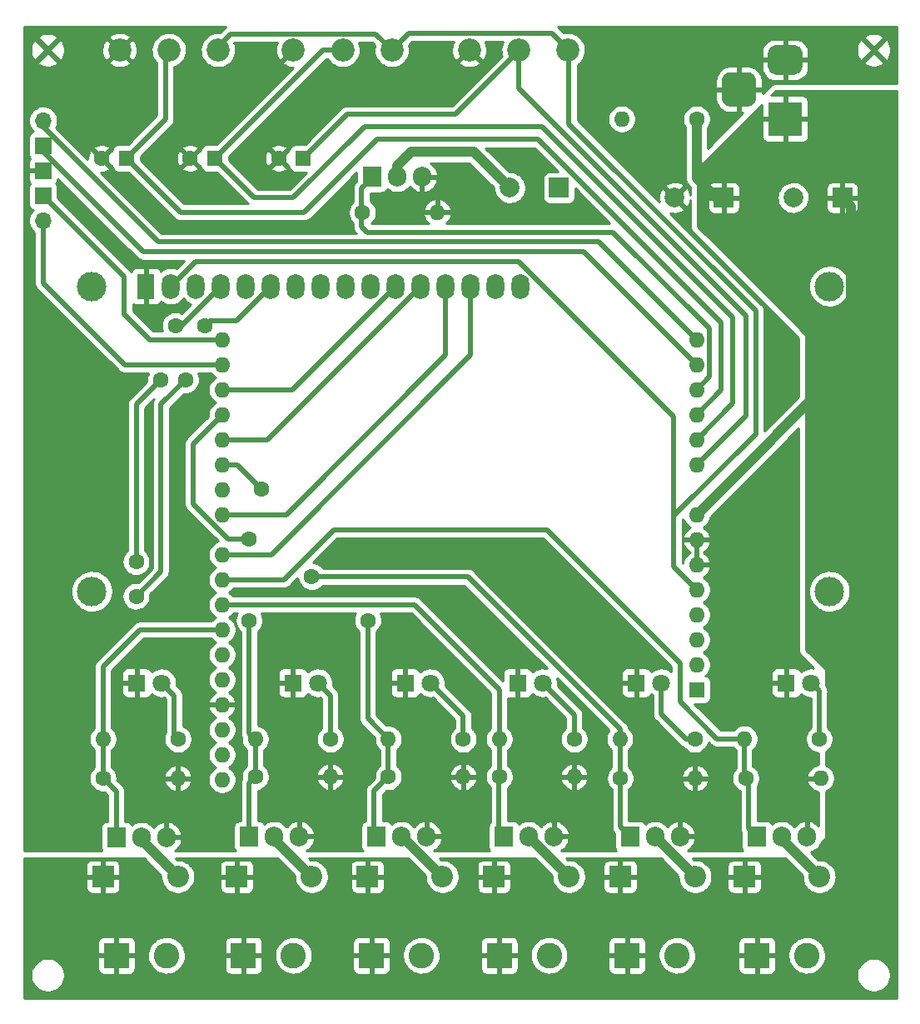
<source format=gbr>
G04 #@! TF.GenerationSoftware,KiCad,Pcbnew,5.99.0-unknown-c7daca1~100~ubuntu18.04.1*
G04 #@! TF.CreationDate,2020-03-27T21:07:51-07:00*
G04 #@! TF.ProjectId,ventilator,76656e74-696c-4617-946f-722e6b696361,rev?*
G04 #@! TF.SameCoordinates,Original*
G04 #@! TF.FileFunction,Copper,L1,Top*
G04 #@! TF.FilePolarity,Positive*
%FSLAX46Y46*%
G04 Gerber Fmt 4.6, Leading zero omitted, Abs format (unit mm)*
G04 Created by KiCad (PCBNEW 5.99.0-unknown-c7daca1~100~ubuntu18.04.1) date 2020-03-27 21:07:51*
%MOMM*%
%LPD*%
G01*
G04 APERTURE LIST*
G04 #@! TA.AperFunction,ComponentPad*
%ADD10R,1.700000X1.700000*%
G04 #@! TD*
G04 #@! TA.AperFunction,ComponentPad*
%ADD11C,2.600000*%
G04 #@! TD*
G04 #@! TA.AperFunction,ComponentPad*
%ADD12R,2.600000X2.600000*%
G04 #@! TD*
G04 #@! TA.AperFunction,ComponentPad*
%ADD13C,1.600000*%
G04 #@! TD*
G04 #@! TA.AperFunction,ComponentPad*
%ADD14R,1.600000X1.600000*%
G04 #@! TD*
G04 #@! TA.AperFunction,ComponentPad*
%ADD15O,1.700000X1.700000*%
G04 #@! TD*
G04 #@! TA.AperFunction,ComponentPad*
%ADD16R,3.500000X3.500000*%
G04 #@! TD*
G04 #@! TA.AperFunction,ComponentPad*
%ADD17O,1.600000X1.600000*%
G04 #@! TD*
G04 #@! TA.AperFunction,ComponentPad*
%ADD18O,1.905000X2.000000*%
G04 #@! TD*
G04 #@! TA.AperFunction,ComponentPad*
%ADD19R,1.905000X2.000000*%
G04 #@! TD*
G04 #@! TA.AperFunction,ComponentPad*
%ADD20O,2.200000X2.200000*%
G04 #@! TD*
G04 #@! TA.AperFunction,ComponentPad*
%ADD21R,2.200000X2.200000*%
G04 #@! TD*
G04 #@! TA.AperFunction,ComponentPad*
%ADD22C,1.800000*%
G04 #@! TD*
G04 #@! TA.AperFunction,ComponentPad*
%ADD23R,1.800000X1.800000*%
G04 #@! TD*
G04 #@! TA.AperFunction,ComponentPad*
%ADD24C,2.000000*%
G04 #@! TD*
G04 #@! TA.AperFunction,ComponentPad*
%ADD25R,2.000000X2.000000*%
G04 #@! TD*
G04 #@! TA.AperFunction,ComponentPad*
%ADD26C,2.340000*%
G04 #@! TD*
G04 #@! TA.AperFunction,ComponentPad*
%ADD27C,3.000000*%
G04 #@! TD*
G04 #@! TA.AperFunction,ComponentPad*
%ADD28O,1.800000X2.600000*%
G04 #@! TD*
G04 #@! TA.AperFunction,ComponentPad*
%ADD29R,1.800000X2.600000*%
G04 #@! TD*
G04 #@! TA.AperFunction,ViaPad*
%ADD30C,1.600000*%
G04 #@! TD*
G04 #@! TA.AperFunction,Conductor*
%ADD31C,1.000000*%
G04 #@! TD*
G04 #@! TA.AperFunction,Conductor*
%ADD32C,0.500000*%
G04 #@! TD*
G04 #@! TA.AperFunction,Conductor*
%ADD33C,0.254000*%
G04 #@! TD*
G04 APERTURE END LIST*
D10*
X2540000Y-15240000D03*
D11*
X15080000Y-95000000D03*
D12*
X10000000Y-95000000D03*
D11*
X28000000Y-95000000D03*
D12*
X22920000Y-95000000D03*
D11*
X41000000Y-95000000D03*
D12*
X35920000Y-95000000D03*
D11*
X54000000Y-95000000D03*
D12*
X48920000Y-95000000D03*
D11*
X67000000Y-95000000D03*
D12*
X61920000Y-95000000D03*
D11*
X80200000Y-95000000D03*
D12*
X75120000Y-95000000D03*
D13*
X8500000Y-14000000D03*
D14*
X11000000Y-14000000D03*
D13*
X17500000Y-14000000D03*
D14*
X20000000Y-14000000D03*
D13*
X26500000Y-14000000D03*
D14*
X29000000Y-14000000D03*
D15*
X2540000Y-10160000D03*
D10*
X2540000Y-12700000D03*
D15*
X2540000Y-20320000D03*
D10*
X2540000Y-17780000D03*
G04 #@! TA.AperFunction,ComponentPad*
G36*
G01*
X72425000Y-5250000D02*
X74175000Y-5250000D01*
G75*
G02*
X75050000Y-6125000I0J-875000D01*
G01*
X75050000Y-7875000D01*
G75*
G02*
X74175000Y-8750000I-875000J0D01*
G01*
X72425000Y-8750000D01*
G75*
G02*
X71550000Y-7875000I0J875000D01*
G01*
X71550000Y-6125000D01*
G75*
G02*
X72425000Y-5250000I875000J0D01*
G01*
G37*
G04 #@! TD.AperFunction*
G04 #@! TA.AperFunction,ComponentPad*
G36*
G01*
X77000000Y-2500000D02*
X79000000Y-2500000D01*
G75*
G02*
X79750000Y-3250000I0J-750000D01*
G01*
X79750000Y-4750000D01*
G75*
G02*
X79000000Y-5500000I-750000J0D01*
G01*
X77000000Y-5500000D01*
G75*
G02*
X76250000Y-4750000I0J750000D01*
G01*
X76250000Y-3250000D01*
G75*
G02*
X77000000Y-2500000I750000J0D01*
G01*
G37*
G04 #@! TD.AperFunction*
D16*
X78000000Y-10000000D03*
D17*
X16245000Y-77000000D03*
D13*
X8625000Y-77000000D03*
D17*
X8625000Y-73025000D03*
D13*
X16245000Y-73025000D03*
D18*
X15080000Y-83000000D03*
X12540000Y-83000000D03*
D19*
X10000000Y-83000000D03*
D20*
X16245000Y-86995000D03*
D21*
X8625000Y-86995000D03*
D22*
X14605000Y-67310000D03*
D23*
X12065000Y-67310000D03*
D24*
X78820000Y-18000000D03*
D25*
X83820000Y-18000000D03*
D24*
X66755000Y-18000000D03*
D25*
X71755000Y-18000000D03*
D26*
X20320000Y-3000000D03*
X15320000Y-3000000D03*
X10320000Y-3000000D03*
X38000000Y-3000000D03*
X33000000Y-3000000D03*
X28000000Y-3000000D03*
X55880000Y-3000000D03*
X50880000Y-3000000D03*
X45880000Y-3000000D03*
D17*
X61380000Y-10000000D03*
D13*
X69000000Y-10000000D03*
D17*
X42620000Y-19500000D03*
D13*
X35000000Y-19500000D03*
D17*
X31750000Y-76835000D03*
D13*
X24130000Y-76835000D03*
D17*
X24130000Y-73025000D03*
D13*
X31750000Y-73025000D03*
D17*
X45270000Y-76835000D03*
D13*
X37650000Y-76835000D03*
D17*
X56560000Y-76835000D03*
D13*
X48940000Y-76835000D03*
D17*
X37650000Y-73025000D03*
D13*
X45270000Y-73025000D03*
D17*
X48940000Y-73025000D03*
D13*
X56560000Y-73025000D03*
D17*
X68850000Y-77000000D03*
D13*
X61230000Y-77000000D03*
D17*
X81620000Y-77000000D03*
D13*
X74000000Y-77000000D03*
D17*
X61190000Y-73025000D03*
D13*
X68810000Y-73025000D03*
D17*
X73850000Y-73000000D03*
D13*
X81470000Y-73000000D03*
D18*
X41080000Y-15875000D03*
X38540000Y-15875000D03*
D19*
X36000000Y-15875000D03*
D18*
X28575000Y-82920000D03*
X26035000Y-82920000D03*
D19*
X23495000Y-82920000D03*
D18*
X41520000Y-82920000D03*
X38980000Y-82920000D03*
D19*
X36440000Y-82920000D03*
D18*
X54460000Y-82920000D03*
X51920000Y-82920000D03*
D19*
X49380000Y-82920000D03*
D18*
X67310000Y-82920000D03*
X64770000Y-82920000D03*
D19*
X62230000Y-82920000D03*
D18*
X80200000Y-82920000D03*
X77660000Y-82920000D03*
D19*
X75120000Y-82920000D03*
D24*
X50000000Y-17000000D03*
D25*
X55000000Y-17000000D03*
D27*
X82500000Y-27000000D03*
X82499480Y-58000700D03*
X7500900Y-58000700D03*
X7500900Y-27000000D03*
D28*
X51100000Y-27000000D03*
X48560000Y-27000000D03*
X46020000Y-27000000D03*
X43480000Y-27000000D03*
X40940000Y-27000000D03*
X38400000Y-27000000D03*
X35860000Y-27000000D03*
X33320000Y-27000000D03*
X30780000Y-27000000D03*
X28240000Y-27000000D03*
X25700000Y-27000000D03*
X23160000Y-27000000D03*
X20620000Y-27000000D03*
X18080000Y-27000000D03*
X15540000Y-27000000D03*
D29*
X13000000Y-27000000D03*
D20*
X29845000Y-87000000D03*
D21*
X22225000Y-87000000D03*
D22*
X30480000Y-67310000D03*
D23*
X27940000Y-67310000D03*
D20*
X43140000Y-87000000D03*
D21*
X35520000Y-87000000D03*
D20*
X56000000Y-87000000D03*
D21*
X48380000Y-87000000D03*
D22*
X41910000Y-67310000D03*
D23*
X39370000Y-67310000D03*
D22*
X53340000Y-67310000D03*
D23*
X50800000Y-67310000D03*
D20*
X68850000Y-87000000D03*
D21*
X61230000Y-87000000D03*
D20*
X81470000Y-87000000D03*
D21*
X73850000Y-87000000D03*
D22*
X65405000Y-67310000D03*
D23*
X62865000Y-67310000D03*
D22*
X80645000Y-67310000D03*
D23*
X78105000Y-67310000D03*
D17*
X20740000Y-34980000D03*
X20740000Y-32440000D03*
X20740000Y-72060000D03*
X69000000Y-32440000D03*
X20740000Y-69520000D03*
X69000000Y-34980000D03*
X20740000Y-66980000D03*
X69000000Y-37520000D03*
X20740000Y-64440000D03*
X69000000Y-40060000D03*
X20740000Y-61900000D03*
X69000000Y-42600000D03*
X20740000Y-59360000D03*
X69000000Y-45140000D03*
X20740000Y-56820000D03*
X69000000Y-50220000D03*
X20740000Y-54280000D03*
X69000000Y-52760000D03*
X20740000Y-50220000D03*
X69000000Y-55300000D03*
X20740000Y-47680000D03*
X69000000Y-57840000D03*
X20740000Y-45140000D03*
X69000000Y-60380000D03*
X20740000Y-42600000D03*
X69000000Y-62920000D03*
X20740000Y-40060000D03*
X69000000Y-65460000D03*
X20740000Y-37520000D03*
D14*
X69000000Y-68000000D03*
D17*
X20740000Y-74600000D03*
X20740000Y-77140000D03*
D30*
X23495000Y-52705000D03*
X23495000Y-60960000D03*
X24765000Y-47625000D03*
X35560000Y-60960000D03*
X29845000Y-56515000D03*
X12000000Y-58500000D03*
X16000000Y-31000000D03*
X14500000Y-36500000D03*
X19000000Y-31000000D03*
X17000000Y-36500000D03*
X12000000Y-55000000D03*
D31*
X46335000Y-13335000D02*
X40005000Y-13335000D01*
X40005000Y-13335000D02*
X38540000Y-14800000D01*
X38540000Y-14800000D02*
X38540000Y-16000000D01*
X50000000Y-17000000D02*
X46335000Y-13335000D01*
D32*
X29099974Y-19500000D02*
X16500000Y-19500000D01*
X36534974Y-12065000D02*
X29099974Y-19500000D01*
X71500000Y-37560000D02*
X71500000Y-30689998D01*
X71500000Y-30689998D02*
X52875002Y-12065000D01*
X52875002Y-12065000D02*
X36534974Y-12065000D01*
X69000000Y-40060000D02*
X71500000Y-37560000D01*
X16500000Y-19500000D02*
X11000000Y-14000000D01*
X35205000Y-10795000D02*
X28000063Y-17999937D01*
X53295000Y-10795000D02*
X35205000Y-10795000D01*
X72700011Y-30200011D02*
X53295000Y-10795000D01*
X28000063Y-17999937D02*
X23999937Y-17999937D01*
X69000000Y-42600000D02*
X72700011Y-38899989D01*
X72700011Y-38899989D02*
X72700011Y-30200011D01*
X23999937Y-17999937D02*
X20000000Y-14000000D01*
X44475000Y-9525000D02*
X33475000Y-9525000D01*
X33475000Y-9525000D02*
X29000000Y-14000000D01*
X51000000Y-3000000D02*
X44475000Y-9525000D01*
X67310000Y-65310000D02*
X53749998Y-51749998D01*
X53749998Y-51749998D02*
X32070002Y-51749998D01*
X67310000Y-69215000D02*
X67310000Y-65310000D01*
X27000000Y-56820000D02*
X20740000Y-56820000D01*
X73850000Y-73000000D02*
X71095000Y-73000000D01*
X32070002Y-51749998D02*
X27000000Y-56820000D01*
X71095000Y-73000000D02*
X67310000Y-69215000D01*
X61190000Y-71985000D02*
X45720000Y-56515000D01*
X61190000Y-73025000D02*
X61190000Y-71985000D01*
X45720000Y-56515000D02*
X29845000Y-56515000D01*
D31*
X84700001Y-34519999D02*
X84700001Y-18880001D01*
X69000000Y-50220000D02*
X84700001Y-34519999D01*
X84700001Y-18880001D02*
X83820000Y-18000000D01*
D32*
X12395000Y-61900000D02*
X8625000Y-65670000D01*
X20740000Y-61900000D02*
X12395000Y-61900000D01*
X8625000Y-65670000D02*
X8625000Y-73025000D01*
X20740000Y-40060000D02*
X17780000Y-43020000D01*
X17780000Y-49110002D02*
X21374998Y-52705000D01*
X21374998Y-52705000D02*
X23495000Y-52705000D01*
X17780000Y-43020000D02*
X17780000Y-49110002D01*
X23495000Y-60960000D02*
X23495000Y-72390000D01*
X23495000Y-72390000D02*
X24130000Y-73025000D01*
X24765000Y-47625000D02*
X22280000Y-45140000D01*
X22280000Y-45140000D02*
X20740000Y-45140000D01*
X37650000Y-73025000D02*
X35560000Y-70935000D01*
X35560000Y-70935000D02*
X35560000Y-60960000D01*
X43480000Y-33990000D02*
X27250000Y-50220000D01*
X43480000Y-27000000D02*
X43480000Y-33990000D01*
X27250000Y-50220000D02*
X20740000Y-50220000D01*
X46020000Y-33990000D02*
X25730000Y-54280000D01*
X46020000Y-27000000D02*
X46020000Y-33990000D01*
X25730000Y-54280000D02*
X20740000Y-54280000D01*
X48940000Y-67990000D02*
X40310000Y-59360000D01*
X48940000Y-73025000D02*
X48940000Y-67990000D01*
X40310000Y-59360000D02*
X20740000Y-59360000D01*
X15875000Y-68580000D02*
X15875000Y-72655000D01*
X14605000Y-67310000D02*
X15875000Y-68580000D01*
X15875000Y-72655000D02*
X16245000Y-73025000D01*
X30480000Y-67310000D02*
X31750000Y-68580000D01*
X31750000Y-68580000D02*
X31750000Y-73025000D01*
X53340000Y-67310000D02*
X56560000Y-70530000D01*
X56560000Y-70530000D02*
X56560000Y-73025000D01*
X41910000Y-67310000D02*
X45270000Y-70670000D01*
X45270000Y-70670000D02*
X45270000Y-73025000D01*
X67945000Y-73025000D02*
X65405000Y-70485000D01*
X68810000Y-73025000D02*
X67945000Y-73025000D01*
X65405000Y-70485000D02*
X65405000Y-67310000D01*
X81470000Y-73000000D02*
X81470000Y-68135000D01*
X81470000Y-68135000D02*
X80645000Y-67310000D01*
X74295000Y-82095000D02*
X74295000Y-77295000D01*
X75120000Y-82920000D02*
X74295000Y-82095000D01*
X74295000Y-77295000D02*
X74000000Y-77000000D01*
X73850000Y-73000000D02*
X73850000Y-76850000D01*
X73850000Y-76850000D02*
X74000000Y-77000000D01*
X61230000Y-77000000D02*
X61230000Y-81920000D01*
X61230000Y-81920000D02*
X62230000Y-82920000D01*
X61190000Y-73025000D02*
X61190000Y-76960000D01*
X61190000Y-76960000D02*
X61230000Y-77000000D01*
X48895000Y-82435000D02*
X48895000Y-76880000D01*
X49380000Y-82920000D02*
X48895000Y-82435000D01*
X48895000Y-76880000D02*
X48940000Y-76835000D01*
X48940000Y-73025000D02*
X48940000Y-76835000D01*
X36195000Y-78290000D02*
X36195000Y-82675000D01*
X37650000Y-76835000D02*
X36195000Y-78290000D01*
X36195000Y-82675000D02*
X36440000Y-82920000D01*
X37650000Y-73025000D02*
X37650000Y-76835000D01*
X24130000Y-73025000D02*
X24130000Y-76835000D01*
X23495000Y-82920000D02*
X23495000Y-77470000D01*
X23495000Y-77470000D02*
X24130000Y-76835000D01*
X8625000Y-73025000D02*
X8625000Y-77000000D01*
X10000000Y-83000000D02*
X10000000Y-78375000D01*
X10000000Y-78375000D02*
X8625000Y-77000000D01*
D31*
X77660000Y-82920000D02*
X77660000Y-83190000D01*
X77660000Y-83190000D02*
X81470000Y-87000000D01*
X64770000Y-82920000D02*
X68850000Y-87000000D01*
X51920000Y-82920000D02*
X56000000Y-87000000D01*
X38980000Y-82920000D02*
X39060000Y-82920000D01*
X39060000Y-82920000D02*
X43140000Y-87000000D01*
X26035000Y-82920000D02*
X26035000Y-83190000D01*
X26035000Y-83190000D02*
X29845000Y-87000000D01*
X12540000Y-83000000D02*
X12540000Y-83290000D01*
X12540000Y-83290000D02*
X16245000Y-86995000D01*
D32*
X15000000Y-10000000D02*
X11000000Y-14000000D01*
X15000000Y-3000000D02*
X15000000Y-10000000D01*
X31000000Y-3000000D02*
X20000000Y-14000000D01*
X33000000Y-3000000D02*
X31000000Y-3000000D01*
X27880000Y-37520000D02*
X20740000Y-37520000D01*
X38400000Y-27000000D02*
X27880000Y-37520000D01*
X25340000Y-42600000D02*
X20740000Y-42600000D01*
X40940000Y-27000000D02*
X25340000Y-42600000D01*
X36379999Y-1379999D02*
X38000000Y-3000000D01*
X21620001Y-1379999D02*
X36379999Y-1379999D01*
X20000000Y-3000000D02*
X21620001Y-1379999D01*
X2540000Y-26670000D02*
X2540000Y-20320000D01*
X20740000Y-34980000D02*
X10850000Y-34980000D01*
X10850000Y-34980000D02*
X2540000Y-26670000D01*
X10795000Y-26035000D02*
X2540000Y-17780000D01*
X10795000Y-29845000D02*
X10795000Y-26035000D01*
X20740000Y-32440000D02*
X13390000Y-32440000D01*
X13390000Y-32440000D02*
X10795000Y-29845000D01*
X66675000Y-55515000D02*
X69000000Y-57840000D01*
D31*
X69000000Y-16000000D02*
X71000000Y-18000000D01*
X69000000Y-10000000D02*
X69000000Y-16000000D01*
D32*
X74000000Y-30000000D02*
X50880000Y-6880000D01*
X69000000Y-45140000D02*
X74000000Y-40140000D01*
X50880000Y-6880000D02*
X50880000Y-3000000D01*
X74000000Y-40140000D02*
X74000000Y-30000000D01*
X75000000Y-42000000D02*
X66675000Y-50325000D01*
X39730000Y-1270000D02*
X54270000Y-1270000D01*
X38000000Y-3000000D02*
X39730000Y-1270000D01*
X54270000Y-1270000D02*
X56000000Y-3000000D01*
X66675000Y-50325000D02*
X66675000Y-55515000D01*
X56000000Y-3000000D02*
X56000000Y-10500000D01*
X56000000Y-10500000D02*
X75000000Y-29500000D01*
X75000000Y-29500000D02*
X75000000Y-42000000D01*
X66675000Y-40265798D02*
X66675000Y-55515000D01*
X50909202Y-24500000D02*
X66675000Y-40265798D01*
X15540000Y-27000000D02*
X18040000Y-24500000D01*
X18040000Y-24500000D02*
X50909202Y-24500000D01*
X70299989Y-36220011D02*
X69000000Y-37520000D01*
X34925000Y-17075000D02*
X34925000Y-20925000D01*
X35500000Y-21500000D02*
X60500000Y-21500000D01*
X36000000Y-16000000D02*
X34925000Y-17075000D01*
X60500000Y-21500000D02*
X70299989Y-31299989D01*
X34925000Y-20925000D02*
X35500000Y-21500000D01*
X70299989Y-31299989D02*
X70299989Y-36220011D01*
X14245000Y-22500000D02*
X2540000Y-10795000D01*
X69000000Y-32440000D02*
X59060000Y-22500000D01*
X59060000Y-22500000D02*
X14245000Y-22500000D01*
X12705000Y-23500000D02*
X2540000Y-13335000D01*
X69000000Y-34980000D02*
X57520000Y-23500000D01*
X57520000Y-23500000D02*
X12705000Y-23500000D01*
X16620000Y-31000000D02*
X20620000Y-27000000D01*
X16000000Y-31000000D02*
X16620000Y-31000000D01*
X22200000Y-30500000D02*
X19500000Y-30500000D01*
X19500000Y-30500000D02*
X19000000Y-31000000D01*
X25700000Y-27000000D02*
X22200000Y-30500000D01*
X12000000Y-39000000D02*
X12000000Y-55000000D01*
X14500000Y-36500000D02*
X12000000Y-39000000D01*
X17000000Y-36500000D02*
X14500000Y-39000000D01*
X14500000Y-56000000D02*
X12000000Y-58500000D01*
X14500000Y-39000000D02*
X14500000Y-56000000D01*
G36*
X21059589Y-693265D02*
G01*
X21040868Y-707118D01*
X21033784Y-713222D01*
X21017328Y-729679D01*
X20952356Y-785662D01*
X20940554Y-799191D01*
X20927177Y-819829D01*
X20541942Y-1205065D01*
X20282165Y-1191451D01*
X20272597Y-1191677D01*
X20009039Y-1217983D01*
X19999615Y-1219653D01*
X19743067Y-1285524D01*
X19734004Y-1288600D01*
X19490373Y-1392518D01*
X19481880Y-1396930D01*
X19256769Y-1536504D01*
X19249041Y-1542150D01*
X19047634Y-1714169D01*
X19040849Y-1720918D01*
X18867778Y-1921422D01*
X18862092Y-1929121D01*
X18721341Y-2153498D01*
X18716884Y-2161968D01*
X18611692Y-2405052D01*
X18608569Y-2414099D01*
X18541356Y-2670297D01*
X18539636Y-2679712D01*
X18511950Y-2943131D01*
X18511674Y-2952697D01*
X18524151Y-3217271D01*
X18525326Y-3226770D01*
X18577680Y-3486413D01*
X18580278Y-3495624D01*
X18671302Y-3744361D01*
X18675263Y-3753073D01*
X18802865Y-3985180D01*
X18808098Y-3993193D01*
X18969340Y-4203327D01*
X18975725Y-4210457D01*
X19166897Y-4393784D01*
X19174287Y-4399865D01*
X19390989Y-4552166D01*
X19399215Y-4557060D01*
X19636461Y-4674830D01*
X19645332Y-4678422D01*
X19897662Y-4758951D01*
X19906974Y-4761161D01*
X20168582Y-4802596D01*
X20178121Y-4803372D01*
X20442987Y-4804758D01*
X20452533Y-4804082D01*
X20714560Y-4765390D01*
X20723895Y-4763278D01*
X20977055Y-4685396D01*
X20985963Y-4681896D01*
X21224429Y-4566616D01*
X21232705Y-4561809D01*
X21450991Y-4411786D01*
X21458445Y-4405783D01*
X21651525Y-4224467D01*
X21657985Y-4217405D01*
X21821419Y-4008971D01*
X21826736Y-4001013D01*
X21956761Y-3770256D01*
X21960813Y-3761585D01*
X22054438Y-3513815D01*
X22057132Y-3504631D01*
X22112389Y-3244662D01*
X22113743Y-3233355D01*
X22124202Y-2870287D01*
X22123502Y-2858921D01*
X22083299Y-2596201D01*
X22081138Y-2586877D01*
X22001932Y-2334130D01*
X21998386Y-2325240D01*
X21975161Y-2277831D01*
X21986993Y-2265999D01*
X26351866Y-2265999D01*
X26291692Y-2405052D01*
X26288569Y-2414099D01*
X26221356Y-2670297D01*
X26219636Y-2679712D01*
X26191950Y-2943131D01*
X26191674Y-2952697D01*
X26204151Y-3217271D01*
X26205326Y-3226770D01*
X26257680Y-3486413D01*
X26260278Y-3495624D01*
X26351302Y-3744361D01*
X26355263Y-3753073D01*
X26482865Y-3985180D01*
X26488098Y-3993193D01*
X26582003Y-4115574D01*
X26695939Y-4123042D01*
X28000000Y-2818980D01*
X28181020Y-3000000D01*
X26875832Y-4305187D01*
X26885960Y-4422125D01*
X27070989Y-4552166D01*
X27079215Y-4557060D01*
X27316461Y-4674830D01*
X27325332Y-4678422D01*
X27577662Y-4758951D01*
X27586974Y-4761161D01*
X27848582Y-4802596D01*
X27858121Y-4803372D01*
X27943191Y-4803817D01*
X20188846Y-12558163D01*
X19191742Y-12558163D01*
X19175366Y-12560319D01*
X18896142Y-12635137D01*
X18871662Y-12647880D01*
X18715410Y-12778990D01*
X18701239Y-12795879D01*
X18600641Y-12970120D01*
X18593100Y-12990837D01*
X18566765Y-13140194D01*
X18543844Y-13137177D01*
X17733210Y-13947809D01*
X17733210Y-14052191D01*
X18543844Y-14862823D01*
X18569642Y-14859427D01*
X18635137Y-15103859D01*
X18647880Y-15128339D01*
X18778990Y-15284590D01*
X18795879Y-15298761D01*
X18970120Y-15399359D01*
X18990837Y-15406900D01*
X19183538Y-15440878D01*
X19194499Y-15441837D01*
X20188846Y-15441837D01*
X23303249Y-18556241D01*
X23313445Y-18572401D01*
X23325080Y-18586072D01*
X23356703Y-18614000D01*
X16866992Y-18614000D01*
X13296836Y-15043844D01*
X16637177Y-15043844D01*
X16653397Y-15167053D01*
X16886868Y-15301848D01*
X16896840Y-15306498D01*
X17122247Y-15388540D01*
X17132874Y-15391387D01*
X17369103Y-15433041D01*
X17380064Y-15434000D01*
X17619936Y-15434000D01*
X17630897Y-15433041D01*
X17867126Y-15391387D01*
X17877753Y-15388540D01*
X18103160Y-15306498D01*
X18113132Y-15301848D01*
X18346603Y-15167053D01*
X18362823Y-15043844D01*
X17552191Y-14233210D01*
X17447809Y-14233210D01*
X16637177Y-15043844D01*
X13296836Y-15043844D01*
X12441837Y-14188846D01*
X12441837Y-13880064D01*
X16066000Y-13880064D01*
X16066000Y-14119936D01*
X16066959Y-14130897D01*
X16108613Y-14367126D01*
X16111460Y-14377753D01*
X16193502Y-14603160D01*
X16198152Y-14613132D01*
X16332947Y-14846603D01*
X16456156Y-14862823D01*
X17266790Y-14052191D01*
X17266790Y-13947809D01*
X16456156Y-13137177D01*
X16332947Y-13153397D01*
X16198152Y-13386868D01*
X16193502Y-13396840D01*
X16111460Y-13622247D01*
X16108613Y-13632874D01*
X16066959Y-13869103D01*
X16066000Y-13880064D01*
X12441837Y-13880064D01*
X12441837Y-13811154D01*
X13296835Y-12956156D01*
X16637177Y-12956156D01*
X17447809Y-13766790D01*
X17552191Y-13766790D01*
X18362823Y-12956156D01*
X18346603Y-12832947D01*
X18113132Y-12698152D01*
X18103160Y-12693502D01*
X17877753Y-12611460D01*
X17867126Y-12608613D01*
X17630897Y-12566959D01*
X17619936Y-12566000D01*
X17380064Y-12566000D01*
X17369103Y-12566959D01*
X17132874Y-12608613D01*
X17122247Y-12611460D01*
X16896840Y-12693502D01*
X16886868Y-12698152D01*
X16653397Y-12832947D01*
X16637177Y-12956156D01*
X13296835Y-12956156D01*
X15556304Y-10696688D01*
X15572464Y-10686492D01*
X15586135Y-10674857D01*
X15646608Y-10606384D01*
X15668252Y-10584741D01*
X15674125Y-10577967D01*
X15687692Y-10559864D01*
X15742128Y-10498227D01*
X15751985Y-10483223D01*
X15763478Y-10458744D01*
X15779695Y-10437106D01*
X15788316Y-10421358D01*
X15817182Y-10344356D01*
X15852217Y-10269735D01*
X15857526Y-10252179D01*
X15861362Y-10226508D01*
X15871036Y-10200703D01*
X15874891Y-10183168D01*
X15881866Y-10089318D01*
X15885307Y-10066292D01*
X15886000Y-10056966D01*
X15886000Y-10033685D01*
X15892355Y-9948164D01*
X15891134Y-9930252D01*
X15886000Y-9906202D01*
X15886000Y-4713408D01*
X15977055Y-4685396D01*
X15985963Y-4681896D01*
X16224429Y-4566616D01*
X16232705Y-4561809D01*
X16450991Y-4411786D01*
X16458445Y-4405783D01*
X16651525Y-4224467D01*
X16657985Y-4217405D01*
X16821419Y-4008971D01*
X16826736Y-4001013D01*
X16956761Y-3770256D01*
X16960813Y-3761585D01*
X17054438Y-3513815D01*
X17057132Y-3504631D01*
X17112389Y-3244662D01*
X17113743Y-3233355D01*
X17124202Y-2870287D01*
X17123502Y-2858921D01*
X17083299Y-2596201D01*
X17081138Y-2586877D01*
X17001932Y-2334130D01*
X16998386Y-2325240D01*
X16881859Y-2087380D01*
X16877009Y-2079130D01*
X16725845Y-1861633D01*
X16719802Y-1854211D01*
X16537479Y-1662082D01*
X16530383Y-1655659D01*
X16321096Y-1493319D01*
X16313111Y-1488044D01*
X16081675Y-1359228D01*
X16072983Y-1355221D01*
X15824727Y-1262896D01*
X15815529Y-1260250D01*
X15556165Y-1206538D01*
X15546672Y-1205313D01*
X15282165Y-1191451D01*
X15272597Y-1191677D01*
X15009039Y-1217983D01*
X14999615Y-1219653D01*
X14743067Y-1285524D01*
X14734004Y-1288600D01*
X14490373Y-1392518D01*
X14481880Y-1396930D01*
X14256769Y-1536504D01*
X14249041Y-1542150D01*
X14047634Y-1714169D01*
X14040849Y-1720918D01*
X13867778Y-1921422D01*
X13862092Y-1929121D01*
X13721341Y-2153498D01*
X13716884Y-2161968D01*
X13611692Y-2405052D01*
X13608569Y-2414099D01*
X13541356Y-2670297D01*
X13539636Y-2679712D01*
X13511950Y-2943131D01*
X13511674Y-2952697D01*
X13524151Y-3217271D01*
X13525326Y-3226770D01*
X13577680Y-3486413D01*
X13580278Y-3495624D01*
X13671302Y-3744361D01*
X13675263Y-3753073D01*
X13802865Y-3985180D01*
X13808098Y-3993193D01*
X13969340Y-4203327D01*
X13975725Y-4210457D01*
X14114000Y-4343058D01*
X14114001Y-9633006D01*
X11188846Y-12558163D01*
X10191742Y-12558163D01*
X10175366Y-12560319D01*
X9896142Y-12635137D01*
X9871662Y-12647880D01*
X9715410Y-12778990D01*
X9701239Y-12795879D01*
X9600641Y-12970120D01*
X9593100Y-12990837D01*
X9566765Y-13140194D01*
X9543844Y-13137177D01*
X8733210Y-13947809D01*
X8733210Y-14052191D01*
X9543844Y-14862823D01*
X9569642Y-14859427D01*
X9635137Y-15103859D01*
X9647880Y-15128339D01*
X9778990Y-15284590D01*
X9795879Y-15298761D01*
X9970120Y-15399359D01*
X9990837Y-15406900D01*
X10183538Y-15440878D01*
X10194499Y-15441837D01*
X11188846Y-15441837D01*
X15803311Y-20056304D01*
X15813507Y-20072463D01*
X15825143Y-20086135D01*
X15893607Y-20146600D01*
X15915259Y-20168253D01*
X15922033Y-20174126D01*
X15940138Y-20187695D01*
X16001772Y-20242128D01*
X16016777Y-20251985D01*
X16041255Y-20263477D01*
X16062896Y-20279696D01*
X16078643Y-20288317D01*
X16155648Y-20317184D01*
X16230265Y-20352217D01*
X16247820Y-20357526D01*
X16273494Y-20361363D01*
X16299298Y-20371036D01*
X16316832Y-20374891D01*
X16410679Y-20381865D01*
X16433709Y-20385307D01*
X16443034Y-20386000D01*
X16466319Y-20386000D01*
X16551836Y-20392356D01*
X16569747Y-20391135D01*
X16593803Y-20386000D01*
X29000716Y-20386000D01*
X29019344Y-20390215D01*
X29037239Y-20391655D01*
X29128387Y-20386000D01*
X29159027Y-20386000D01*
X29167969Y-20385363D01*
X29190368Y-20382155D01*
X29272437Y-20377063D01*
X29290017Y-20373423D01*
X29315450Y-20364242D01*
X29342222Y-20360408D01*
X29359453Y-20355369D01*
X29434327Y-20321327D01*
X29511851Y-20293340D01*
X29528018Y-20284680D01*
X29548882Y-20269241D01*
X29573972Y-20257834D01*
X29589097Y-20248161D01*
X29660402Y-20186720D01*
X29679105Y-20172881D01*
X29686189Y-20166777D01*
X29702633Y-20150332D01*
X29767619Y-20094337D01*
X29779421Y-20080808D01*
X29792802Y-20060163D01*
X34405663Y-15447303D01*
X34405663Y-16341346D01*
X34368700Y-16378309D01*
X34352537Y-16388507D01*
X34338865Y-16400143D01*
X34278386Y-16468622D01*
X34256748Y-16490260D01*
X34250876Y-16497033D01*
X34237317Y-16515124D01*
X34182871Y-16576774D01*
X34173015Y-16591778D01*
X34161520Y-16616261D01*
X34145305Y-16637897D01*
X34136684Y-16653644D01*
X34107819Y-16730641D01*
X34072783Y-16805266D01*
X34067474Y-16822822D01*
X34063638Y-16848493D01*
X34053964Y-16874298D01*
X34050109Y-16891833D01*
X34043135Y-16985679D01*
X34039693Y-17008710D01*
X34039000Y-17018035D01*
X34039000Y-17041319D01*
X34032644Y-17126836D01*
X34033865Y-17144747D01*
X34039000Y-17168803D01*
X34039000Y-18434421D01*
X33986366Y-18478587D01*
X33978587Y-18486366D01*
X33824399Y-18670119D01*
X33818088Y-18679132D01*
X33698152Y-18886868D01*
X33693502Y-18896840D01*
X33611460Y-19122247D01*
X33608613Y-19132874D01*
X33566959Y-19369103D01*
X33566000Y-19380064D01*
X33566000Y-19619936D01*
X33566959Y-19630897D01*
X33608613Y-19867126D01*
X33611460Y-19877753D01*
X33693502Y-20103160D01*
X33698152Y-20113132D01*
X33818088Y-20320868D01*
X33824399Y-20329881D01*
X33978587Y-20513634D01*
X33986366Y-20521413D01*
X34039001Y-20565579D01*
X34039001Y-20825737D01*
X34034785Y-20844369D01*
X34033345Y-20862265D01*
X34039001Y-20953429D01*
X34039001Y-20984052D01*
X34039638Y-20992994D01*
X34042845Y-21015390D01*
X34047937Y-21097464D01*
X34051578Y-21115044D01*
X34060759Y-21140476D01*
X34064593Y-21167247D01*
X34069632Y-21184479D01*
X34103669Y-21259342D01*
X34131660Y-21336877D01*
X34140320Y-21353045D01*
X34155762Y-21373913D01*
X34167167Y-21398998D01*
X34176840Y-21414123D01*
X34238274Y-21485420D01*
X34252119Y-21504131D01*
X34258223Y-21511215D01*
X34274675Y-21527666D01*
X34330664Y-21592645D01*
X34344192Y-21604446D01*
X34358932Y-21614000D01*
X14611992Y-21614000D01*
X8431992Y-15434000D01*
X8619936Y-15434000D01*
X8630897Y-15433041D01*
X8867126Y-15391387D01*
X8877753Y-15388540D01*
X9103160Y-15306498D01*
X9113132Y-15301848D01*
X9346603Y-15167053D01*
X9362823Y-15043844D01*
X8229885Y-13910905D01*
X7456157Y-13137177D01*
X7332947Y-13153397D01*
X7198152Y-13386868D01*
X7193502Y-13396840D01*
X7111460Y-13622247D01*
X7108613Y-13632874D01*
X7066959Y-13869103D01*
X7066000Y-13880064D01*
X7066000Y-14068009D01*
X5954147Y-12956156D01*
X7637177Y-12956156D01*
X8447809Y-13766790D01*
X8552191Y-13766790D01*
X9362823Y-12956156D01*
X9346603Y-12832947D01*
X9113132Y-12698152D01*
X9103160Y-12693502D01*
X8877753Y-12611460D01*
X8867126Y-12608613D01*
X8630897Y-12566959D01*
X8619936Y-12566000D01*
X8380064Y-12566000D01*
X8369103Y-12566959D01*
X8132874Y-12608613D01*
X8122247Y-12611460D01*
X7896840Y-12693502D01*
X7886868Y-12698152D01*
X7653397Y-12832947D01*
X7637177Y-12956156D01*
X5954147Y-12956156D01*
X3852731Y-10854740D01*
X3883256Y-10802294D01*
X3887825Y-10792650D01*
X3972272Y-10566787D01*
X3975151Y-10556511D01*
X4020392Y-10319351D01*
X4021507Y-10308128D01*
X4024077Y-10040341D01*
X4023178Y-10029099D01*
X3982499Y-9791114D01*
X3979817Y-9780784D01*
X3899723Y-9553343D01*
X3895339Y-9543612D01*
X3778067Y-9332916D01*
X3772107Y-9324064D01*
X3621013Y-9136140D01*
X3613647Y-9128417D01*
X3433049Y-8968638D01*
X3424486Y-8962267D01*
X3219549Y-8835202D01*
X3210036Y-8830365D01*
X2986619Y-8739645D01*
X2976427Y-8736480D01*
X2740919Y-8684700D01*
X2730340Y-8683298D01*
X2489475Y-8671939D01*
X2478809Y-8672339D01*
X2239474Y-8701727D01*
X2229030Y-8703918D01*
X1998068Y-8773210D01*
X1988142Y-8777130D01*
X1772155Y-8884346D01*
X1763032Y-8889882D01*
X1568199Y-9031957D01*
X1560138Y-9038952D01*
X1392029Y-9211822D01*
X1385263Y-9220074D01*
X1248683Y-9418798D01*
X1243403Y-9428073D01*
X1142260Y-9646968D01*
X1138618Y-9657000D01*
X1075802Y-9889807D01*
X1073903Y-9900309D01*
X1051211Y-10140372D01*
X1051109Y-10151043D01*
X1069188Y-10391497D01*
X1070885Y-10402034D01*
X1129221Y-10636005D01*
X1132669Y-10646104D01*
X1229591Y-10866900D01*
X1234692Y-10876275D01*
X1367430Y-11077584D01*
X1374038Y-11085965D01*
X1525481Y-11247801D01*
X1386142Y-11285137D01*
X1361662Y-11297880D01*
X1205410Y-11428990D01*
X1191239Y-11445879D01*
X1090641Y-11620120D01*
X1083100Y-11640837D01*
X1049122Y-11833538D01*
X1048163Y-11844499D01*
X1048163Y-13558258D01*
X1050319Y-13574634D01*
X1125137Y-13853859D01*
X1137880Y-13878339D01*
X1210419Y-13964788D01*
X1205411Y-13968990D01*
X1191239Y-13985879D01*
X1090641Y-14160120D01*
X1083100Y-14180837D01*
X1049122Y-14373538D01*
X1048163Y-14384499D01*
X1048163Y-15038191D01*
X1121972Y-15112000D01*
X2668000Y-15112000D01*
X2668000Y-15368000D01*
X1121972Y-15368000D01*
X1048163Y-15441809D01*
X1048163Y-16098258D01*
X1050319Y-16114634D01*
X1125137Y-16393859D01*
X1137880Y-16418339D01*
X1210419Y-16504788D01*
X1205411Y-16508990D01*
X1191239Y-16525879D01*
X1090641Y-16700120D01*
X1083100Y-16720837D01*
X1049122Y-16913538D01*
X1048163Y-16924499D01*
X1048163Y-18638258D01*
X1050319Y-18654634D01*
X1125137Y-18933859D01*
X1137880Y-18958339D01*
X1268990Y-19114590D01*
X1285879Y-19128761D01*
X1460120Y-19229359D01*
X1480837Y-19236900D01*
X1517029Y-19243282D01*
X1392029Y-19371822D01*
X1385263Y-19380074D01*
X1248683Y-19578798D01*
X1243403Y-19588073D01*
X1142260Y-19806968D01*
X1138618Y-19817000D01*
X1075802Y-20049807D01*
X1073903Y-20060309D01*
X1051211Y-20300372D01*
X1051109Y-20311043D01*
X1069188Y-20551497D01*
X1070885Y-20562034D01*
X1129221Y-20796005D01*
X1132669Y-20806104D01*
X1229591Y-21026900D01*
X1234692Y-21036275D01*
X1367430Y-21237584D01*
X1374038Y-21245965D01*
X1538798Y-21422032D01*
X1546722Y-21429180D01*
X1654001Y-21510608D01*
X1654000Y-26570742D01*
X1649785Y-26589370D01*
X1648345Y-26607265D01*
X1654000Y-26698413D01*
X1654000Y-26729052D01*
X1654637Y-26737994D01*
X1657845Y-26760393D01*
X1662937Y-26842463D01*
X1666577Y-26860043D01*
X1675758Y-26885475D01*
X1679592Y-26912248D01*
X1684631Y-26929478D01*
X1718671Y-27004348D01*
X1746660Y-27081877D01*
X1755320Y-27098043D01*
X1770759Y-27118909D01*
X1782167Y-27143998D01*
X1791839Y-27159122D01*
X1853271Y-27230417D01*
X1867119Y-27249131D01*
X1873223Y-27256215D01*
X1889675Y-27272667D01*
X1945663Y-27337645D01*
X1959192Y-27349447D01*
X1979837Y-27362828D01*
X10153311Y-35536304D01*
X10163507Y-35552463D01*
X10175143Y-35566135D01*
X10243607Y-35626600D01*
X10265259Y-35648253D01*
X10272033Y-35654126D01*
X10290138Y-35667695D01*
X10351772Y-35722128D01*
X10366777Y-35731985D01*
X10391255Y-35743477D01*
X10412896Y-35759696D01*
X10428643Y-35768317D01*
X10505648Y-35797184D01*
X10580265Y-35832217D01*
X10597820Y-35837526D01*
X10623494Y-35841363D01*
X10649298Y-35851036D01*
X10666832Y-35854891D01*
X10760679Y-35861865D01*
X10783709Y-35865307D01*
X10793034Y-35866000D01*
X10816319Y-35866000D01*
X10901836Y-35872356D01*
X10919748Y-35871135D01*
X10943803Y-35866000D01*
X13205127Y-35866000D01*
X13194425Y-35883671D01*
X13188657Y-35896041D01*
X13092534Y-36178401D01*
X13089557Y-36191721D01*
X13056309Y-36488136D01*
X13056261Y-36501784D01*
X13074233Y-36672775D01*
X11443700Y-38303309D01*
X11427537Y-38313507D01*
X11413865Y-38325143D01*
X11353386Y-38393622D01*
X11331748Y-38415260D01*
X11325876Y-38422033D01*
X11312317Y-38440124D01*
X11257871Y-38501774D01*
X11248015Y-38516778D01*
X11236520Y-38541261D01*
X11220305Y-38562897D01*
X11211684Y-38578644D01*
X11182819Y-38655641D01*
X11147783Y-38730266D01*
X11142474Y-38747822D01*
X11138638Y-38773493D01*
X11128964Y-38799298D01*
X11125109Y-38816833D01*
X11118135Y-38910679D01*
X11114693Y-38933710D01*
X11114000Y-38943035D01*
X11114000Y-38966319D01*
X11107644Y-39051836D01*
X11108865Y-39069748D01*
X11114000Y-39093803D01*
X11114001Y-53865465D01*
X11073349Y-53892885D01*
X11062925Y-53901694D01*
X10857230Y-54117696D01*
X10848940Y-54128538D01*
X10694425Y-54383671D01*
X10688657Y-54396041D01*
X10592534Y-54678401D01*
X10589557Y-54691721D01*
X10556309Y-54988136D01*
X10556261Y-55001784D01*
X10587440Y-55298425D01*
X10590324Y-55311765D01*
X10684474Y-55594790D01*
X10690155Y-55607199D01*
X10842884Y-55863405D01*
X10851098Y-55874304D01*
X11055280Y-56091737D01*
X11065643Y-56100619D01*
X11311754Y-56269135D01*
X11323782Y-56275584D01*
X11600337Y-56387319D01*
X11613469Y-56391035D01*
X11907566Y-56440779D01*
X11921190Y-56441588D01*
X12219108Y-56427017D01*
X12232588Y-56424882D01*
X12520428Y-56346678D01*
X12533135Y-56341698D01*
X12797467Y-56203508D01*
X12808808Y-56195916D01*
X13037300Y-56004189D01*
X13046746Y-55994339D01*
X13228736Y-55758019D01*
X13235847Y-55746370D01*
X13362847Y-55476483D01*
X13367290Y-55463578D01*
X13433396Y-55172608D01*
X13434966Y-55158829D01*
X13436040Y-54851193D01*
X13434567Y-54837403D01*
X13370492Y-54545978D01*
X13366139Y-54533044D01*
X13241028Y-54262277D01*
X13233999Y-54250578D01*
X13053662Y-54012993D01*
X13044285Y-54003077D01*
X12886000Y-53868366D01*
X12886000Y-39366991D01*
X13808160Y-38444831D01*
X13757871Y-38501774D01*
X13748015Y-38516778D01*
X13736520Y-38541261D01*
X13720305Y-38562897D01*
X13711684Y-38578644D01*
X13682819Y-38655641D01*
X13647783Y-38730266D01*
X13642474Y-38747822D01*
X13638638Y-38773493D01*
X13628964Y-38799298D01*
X13625109Y-38816833D01*
X13618135Y-38910679D01*
X13614693Y-38933710D01*
X13614000Y-38943035D01*
X13614000Y-38966319D01*
X13607644Y-39051836D01*
X13608865Y-39069748D01*
X13614000Y-39093803D01*
X13614001Y-55633007D01*
X12175459Y-57071550D01*
X11931256Y-57057898D01*
X11917627Y-57058612D01*
X11623189Y-57106300D01*
X11610031Y-57109924D01*
X11332703Y-57219726D01*
X11320630Y-57226092D01*
X11073349Y-57392885D01*
X11062925Y-57401694D01*
X10857230Y-57617696D01*
X10848940Y-57628538D01*
X10694425Y-57883671D01*
X10688657Y-57896041D01*
X10592534Y-58178401D01*
X10589557Y-58191721D01*
X10556309Y-58488136D01*
X10556261Y-58501784D01*
X10587440Y-58798425D01*
X10590324Y-58811765D01*
X10684474Y-59094790D01*
X10690155Y-59107199D01*
X10842884Y-59363405D01*
X10851098Y-59374304D01*
X11055280Y-59591737D01*
X11065643Y-59600619D01*
X11311754Y-59769135D01*
X11323782Y-59775584D01*
X11600337Y-59887319D01*
X11613469Y-59891035D01*
X11907566Y-59940779D01*
X11921190Y-59941588D01*
X12219108Y-59927017D01*
X12232588Y-59924882D01*
X12520428Y-59846678D01*
X12533135Y-59841698D01*
X12797467Y-59703508D01*
X12808808Y-59695916D01*
X13037300Y-59504189D01*
X13046746Y-59494339D01*
X13228736Y-59258019D01*
X13235847Y-59246370D01*
X13362847Y-58976483D01*
X13367290Y-58963578D01*
X13433396Y-58672608D01*
X13434966Y-58658829D01*
X13436040Y-58351193D01*
X13434567Y-58337402D01*
X13431147Y-58321845D01*
X15056308Y-56696686D01*
X15072463Y-56686492D01*
X15086136Y-56674856D01*
X15146594Y-56606399D01*
X15168252Y-56584742D01*
X15174126Y-56577967D01*
X15187695Y-56559862D01*
X15242128Y-56498228D01*
X15251985Y-56483223D01*
X15263477Y-56458745D01*
X15279696Y-56437104D01*
X15288317Y-56421357D01*
X15317184Y-56344352D01*
X15352217Y-56269735D01*
X15357526Y-56252180D01*
X15361363Y-56226506D01*
X15371036Y-56200702D01*
X15374891Y-56183168D01*
X15381865Y-56089321D01*
X15385307Y-56066291D01*
X15386000Y-56056966D01*
X15386000Y-56033681D01*
X15392356Y-55948164D01*
X15391135Y-55930252D01*
X15386000Y-55906197D01*
X15386000Y-39366991D01*
X16826008Y-37926984D01*
X16907566Y-37940779D01*
X16921190Y-37941588D01*
X17219108Y-37927017D01*
X17232588Y-37924882D01*
X17520428Y-37846678D01*
X17533135Y-37841698D01*
X17797467Y-37703508D01*
X17808808Y-37695916D01*
X18037300Y-37504189D01*
X18046746Y-37494339D01*
X18228736Y-37258019D01*
X18235847Y-37246370D01*
X18362847Y-36976483D01*
X18367290Y-36963578D01*
X18433396Y-36672608D01*
X18434966Y-36658829D01*
X18436040Y-36351193D01*
X18434567Y-36337403D01*
X18370492Y-36045978D01*
X18366139Y-36033044D01*
X18288955Y-35866000D01*
X19611488Y-35866000D01*
X19718587Y-35993634D01*
X19726366Y-36001413D01*
X19910119Y-36155601D01*
X19919132Y-36161912D01*
X20071705Y-36250000D01*
X19919132Y-36338088D01*
X19910119Y-36344399D01*
X19726366Y-36498587D01*
X19718587Y-36506366D01*
X19564399Y-36690119D01*
X19558088Y-36699132D01*
X19438152Y-36906868D01*
X19433502Y-36916840D01*
X19351460Y-37142247D01*
X19348613Y-37152874D01*
X19306959Y-37389103D01*
X19306000Y-37400064D01*
X19306000Y-37639936D01*
X19306959Y-37650897D01*
X19348613Y-37887126D01*
X19351460Y-37897753D01*
X19433502Y-38123160D01*
X19438152Y-38133132D01*
X19558088Y-38340868D01*
X19564399Y-38349881D01*
X19718587Y-38533634D01*
X19726366Y-38541413D01*
X19910119Y-38695601D01*
X19919132Y-38701912D01*
X20071705Y-38790000D01*
X19919132Y-38878088D01*
X19910119Y-38884399D01*
X19726366Y-39038587D01*
X19718587Y-39046366D01*
X19564399Y-39230119D01*
X19558088Y-39239132D01*
X19438152Y-39446868D01*
X19433502Y-39456840D01*
X19351460Y-39682247D01*
X19348613Y-39692874D01*
X19306959Y-39929103D01*
X19306000Y-39940064D01*
X19306000Y-40179936D01*
X19306959Y-40190897D01*
X19314327Y-40232681D01*
X17223700Y-42323309D01*
X17207537Y-42333507D01*
X17193865Y-42345143D01*
X17133386Y-42413622D01*
X17111748Y-42435260D01*
X17105876Y-42442033D01*
X17092317Y-42460124D01*
X17037871Y-42521774D01*
X17028015Y-42536778D01*
X17016520Y-42561261D01*
X17000305Y-42582897D01*
X16991684Y-42598644D01*
X16962819Y-42675641D01*
X16927783Y-42750266D01*
X16922474Y-42767822D01*
X16918638Y-42793493D01*
X16908964Y-42819298D01*
X16905109Y-42836833D01*
X16898135Y-42930679D01*
X16894693Y-42953710D01*
X16894000Y-42963035D01*
X16894000Y-42986319D01*
X16887644Y-43071836D01*
X16888865Y-43089747D01*
X16894000Y-43113803D01*
X16894001Y-49010739D01*
X16889785Y-49029371D01*
X16888345Y-49047267D01*
X16894001Y-49138431D01*
X16894001Y-49169054D01*
X16894638Y-49177996D01*
X16897845Y-49200392D01*
X16902937Y-49282466D01*
X16906578Y-49300046D01*
X16915759Y-49325478D01*
X16919593Y-49352249D01*
X16924632Y-49369481D01*
X16958669Y-49444344D01*
X16986660Y-49521879D01*
X16995320Y-49538047D01*
X17010762Y-49558915D01*
X17022167Y-49584000D01*
X17031840Y-49599125D01*
X17093274Y-49670422D01*
X17107119Y-49689133D01*
X17113223Y-49696217D01*
X17129675Y-49712668D01*
X17185664Y-49777647D01*
X17199193Y-49789449D01*
X17219837Y-49802830D01*
X20322817Y-52905811D01*
X20136840Y-52973502D01*
X20126868Y-52978152D01*
X19919132Y-53098088D01*
X19910119Y-53104399D01*
X19726366Y-53258587D01*
X19718587Y-53266366D01*
X19564399Y-53450119D01*
X19558088Y-53459132D01*
X19438152Y-53666868D01*
X19433502Y-53676840D01*
X19351460Y-53902247D01*
X19348613Y-53912874D01*
X19306959Y-54149103D01*
X19306000Y-54160064D01*
X19306000Y-54399936D01*
X19306959Y-54410897D01*
X19348613Y-54647126D01*
X19351460Y-54657753D01*
X19433502Y-54883160D01*
X19438152Y-54893132D01*
X19558088Y-55100868D01*
X19564399Y-55109881D01*
X19718587Y-55293634D01*
X19726366Y-55301413D01*
X19910119Y-55455601D01*
X19919132Y-55461912D01*
X20071705Y-55550000D01*
X19919132Y-55638088D01*
X19910119Y-55644399D01*
X19726366Y-55798587D01*
X19718587Y-55806366D01*
X19564399Y-55990119D01*
X19558088Y-55999132D01*
X19438152Y-56206868D01*
X19433502Y-56216840D01*
X19351460Y-56442247D01*
X19348613Y-56452874D01*
X19306959Y-56689103D01*
X19306000Y-56700064D01*
X19306000Y-56939936D01*
X19306959Y-56950897D01*
X19348613Y-57187126D01*
X19351460Y-57197753D01*
X19433502Y-57423160D01*
X19438152Y-57433132D01*
X19558088Y-57640868D01*
X19564399Y-57649881D01*
X19718587Y-57833634D01*
X19726366Y-57841413D01*
X19910119Y-57995601D01*
X19919132Y-58001912D01*
X20071705Y-58090000D01*
X19919132Y-58178088D01*
X19910119Y-58184399D01*
X19726366Y-58338587D01*
X19718587Y-58346366D01*
X19564399Y-58530119D01*
X19558088Y-58539132D01*
X19438152Y-58746868D01*
X19433502Y-58756840D01*
X19351460Y-58982247D01*
X19348613Y-58992874D01*
X19306959Y-59229103D01*
X19306000Y-59240064D01*
X19306000Y-59479936D01*
X19306959Y-59490897D01*
X19348613Y-59727126D01*
X19351460Y-59737753D01*
X19433502Y-59963160D01*
X19438152Y-59973132D01*
X19558088Y-60180868D01*
X19564399Y-60189881D01*
X19718587Y-60373634D01*
X19726366Y-60381413D01*
X19910119Y-60535601D01*
X19919132Y-60541912D01*
X20071705Y-60630000D01*
X19919132Y-60718088D01*
X19910119Y-60724399D01*
X19726366Y-60878587D01*
X19718587Y-60886366D01*
X19611488Y-61014000D01*
X12494258Y-61014000D01*
X12475630Y-61009785D01*
X12457735Y-61008345D01*
X12366587Y-61014000D01*
X12335947Y-61014000D01*
X12327005Y-61014637D01*
X12304606Y-61017845D01*
X12222536Y-61022937D01*
X12204956Y-61026577D01*
X12179524Y-61035758D01*
X12152752Y-61039592D01*
X12135521Y-61044631D01*
X12060642Y-61078676D01*
X11983122Y-61106661D01*
X11966955Y-61115321D01*
X11946094Y-61130758D01*
X11921002Y-61142166D01*
X11905877Y-61151839D01*
X11834574Y-61213278D01*
X11815869Y-61227118D01*
X11808785Y-61233222D01*
X11792334Y-61249674D01*
X11727355Y-61305663D01*
X11715553Y-61319192D01*
X11702172Y-61339836D01*
X8068700Y-64973309D01*
X8052537Y-64983507D01*
X8038865Y-64995143D01*
X7978386Y-65063622D01*
X7956748Y-65085260D01*
X7950876Y-65092033D01*
X7937317Y-65110124D01*
X7882871Y-65171774D01*
X7873015Y-65186778D01*
X7861520Y-65211261D01*
X7845305Y-65232897D01*
X7836684Y-65248644D01*
X7807819Y-65325641D01*
X7772783Y-65400266D01*
X7767474Y-65417822D01*
X7763638Y-65443493D01*
X7753964Y-65469298D01*
X7750109Y-65486833D01*
X7743135Y-65580679D01*
X7739693Y-65603710D01*
X7739000Y-65613035D01*
X7739000Y-65636319D01*
X7732644Y-65721836D01*
X7733865Y-65739747D01*
X7739000Y-65763803D01*
X7739001Y-71896488D01*
X7611367Y-72003587D01*
X7603587Y-72011366D01*
X7449399Y-72195119D01*
X7443088Y-72204132D01*
X7323152Y-72411868D01*
X7318502Y-72421840D01*
X7236460Y-72647247D01*
X7233613Y-72657874D01*
X7191959Y-72894103D01*
X7191000Y-72905064D01*
X7191000Y-73144936D01*
X7191959Y-73155897D01*
X7233613Y-73392126D01*
X7236460Y-73402753D01*
X7318502Y-73628160D01*
X7323152Y-73638132D01*
X7443088Y-73845868D01*
X7449399Y-73854881D01*
X7603587Y-74038634D01*
X7611366Y-74046413D01*
X7739000Y-74153512D01*
X7739001Y-75871488D01*
X7611367Y-75978587D01*
X7603587Y-75986366D01*
X7449399Y-76170119D01*
X7443088Y-76179132D01*
X7323152Y-76386868D01*
X7318502Y-76396840D01*
X7236460Y-76622247D01*
X7233613Y-76632874D01*
X7191959Y-76869103D01*
X7191000Y-76880064D01*
X7191000Y-77119936D01*
X7191959Y-77130897D01*
X7233613Y-77367126D01*
X7236460Y-77377753D01*
X7318502Y-77603160D01*
X7323152Y-77613132D01*
X7443088Y-77820868D01*
X7449399Y-77829881D01*
X7603587Y-78013634D01*
X7611366Y-78021413D01*
X7795119Y-78175601D01*
X7804132Y-78181912D01*
X8011868Y-78301848D01*
X8021840Y-78306498D01*
X8247247Y-78388540D01*
X8257874Y-78391387D01*
X8494103Y-78433041D01*
X8505064Y-78434000D01*
X8744936Y-78434000D01*
X8755897Y-78433041D01*
X8797680Y-78425674D01*
X9114001Y-78741995D01*
X9114000Y-81358163D01*
X9039242Y-81358163D01*
X9022866Y-81360319D01*
X8743642Y-81435137D01*
X8719162Y-81447880D01*
X8562910Y-81578990D01*
X8548739Y-81595879D01*
X8448141Y-81770120D01*
X8440600Y-81790837D01*
X8406622Y-81983538D01*
X8405663Y-81994499D01*
X8405663Y-84008258D01*
X8407819Y-84024634D01*
X8482637Y-84303859D01*
X8495380Y-84328339D01*
X8526981Y-84366000D01*
X634000Y-84366000D01*
X634000Y-57996300D01*
X5361997Y-57996300D01*
X5361997Y-58005100D01*
X5382200Y-58294020D01*
X5383425Y-58302735D01*
X5443641Y-58586032D01*
X5446067Y-58594491D01*
X5545126Y-58866650D01*
X5548705Y-58874689D01*
X5684675Y-59130414D01*
X5689339Y-59137877D01*
X5859577Y-59372190D01*
X5865234Y-59378931D01*
X6066425Y-59587270D01*
X6072964Y-59593158D01*
X6301193Y-59771470D01*
X6308488Y-59776391D01*
X6559311Y-59921204D01*
X6567221Y-59925062D01*
X6835758Y-60033558D01*
X6844128Y-60036278D01*
X7125150Y-60106344D01*
X7133816Y-60107872D01*
X7421856Y-60138147D01*
X7430651Y-60138454D01*
X7720101Y-60128346D01*
X7728853Y-60127426D01*
X8014078Y-60077133D01*
X8022616Y-60075004D01*
X8298068Y-59985504D01*
X8306227Y-59982208D01*
X8566541Y-59855244D01*
X8574163Y-59850844D01*
X8814273Y-59688887D01*
X8821208Y-59683469D01*
X9036441Y-59489672D01*
X9042554Y-59483342D01*
X9228723Y-59261476D01*
X9233895Y-59254356D01*
X9387374Y-59008739D01*
X9391505Y-59000969D01*
X9509306Y-58736382D01*
X9512316Y-58728113D01*
X9592148Y-58449707D01*
X9593977Y-58441099D01*
X9634286Y-58154292D01*
X9634900Y-58145513D01*
X9634900Y-57855887D01*
X9634286Y-57847108D01*
X9593977Y-57560301D01*
X9592148Y-57551693D01*
X9512316Y-57273287D01*
X9509306Y-57265018D01*
X9391505Y-57000431D01*
X9387374Y-56992661D01*
X9233895Y-56747044D01*
X9228723Y-56739924D01*
X9042554Y-56518058D01*
X9036441Y-56511728D01*
X8821208Y-56317931D01*
X8814273Y-56312513D01*
X8574163Y-56150556D01*
X8566541Y-56146156D01*
X8306227Y-56019192D01*
X8298068Y-56015896D01*
X8022616Y-55926396D01*
X8014078Y-55924267D01*
X7728853Y-55873974D01*
X7720101Y-55873054D01*
X7430651Y-55862946D01*
X7421856Y-55863253D01*
X7133816Y-55893528D01*
X7125150Y-55895056D01*
X6844128Y-55965122D01*
X6835758Y-55967842D01*
X6567221Y-56076338D01*
X6559311Y-56080196D01*
X6308488Y-56225009D01*
X6301193Y-56229930D01*
X6072964Y-56408242D01*
X6066425Y-56414130D01*
X5865234Y-56622469D01*
X5859577Y-56629210D01*
X5689339Y-56863523D01*
X5684675Y-56870986D01*
X5548705Y-57126711D01*
X5545126Y-57134750D01*
X5446067Y-57406909D01*
X5443641Y-57415368D01*
X5383425Y-57698665D01*
X5382200Y-57707380D01*
X5361997Y-57996300D01*
X634000Y-57996300D01*
X634000Y-4254338D01*
X1926682Y-4254338D01*
X1935797Y-4370154D01*
X2087168Y-4480131D01*
X2095610Y-4485304D01*
X2329950Y-4604706D01*
X2339098Y-4608495D01*
X2589231Y-4689768D01*
X2598859Y-4692079D01*
X2858627Y-4733223D01*
X2868497Y-4734000D01*
X3131503Y-4734000D01*
X3141373Y-4733223D01*
X3401141Y-4692079D01*
X3410769Y-4689768D01*
X3660902Y-4608495D01*
X3670050Y-4604706D01*
X3904390Y-4485304D01*
X3912832Y-4480131D01*
X4064203Y-4370154D01*
X4069316Y-4305187D01*
X9195832Y-4305187D01*
X9205960Y-4422125D01*
X9390989Y-4552166D01*
X9399215Y-4557060D01*
X9636461Y-4674830D01*
X9645332Y-4678422D01*
X9897662Y-4758951D01*
X9906974Y-4761161D01*
X10168582Y-4802596D01*
X10178121Y-4803372D01*
X10442987Y-4804758D01*
X10452533Y-4804082D01*
X10714560Y-4765390D01*
X10723895Y-4763278D01*
X10977055Y-4685396D01*
X10985963Y-4681896D01*
X11224430Y-4566616D01*
X11232705Y-4561809D01*
X11433969Y-4423485D01*
X11444782Y-4305801D01*
X10372191Y-3233210D01*
X10267809Y-3233210D01*
X9195832Y-4305187D01*
X4069316Y-4305187D01*
X4073318Y-4254338D01*
X3052191Y-3233210D01*
X2947809Y-3233210D01*
X1926682Y-4254338D01*
X634000Y-4254338D01*
X634000Y-2868497D01*
X1266000Y-2868497D01*
X1266000Y-3131503D01*
X1266777Y-3141373D01*
X1307921Y-3401141D01*
X1310232Y-3410769D01*
X1391505Y-3660902D01*
X1395294Y-3670050D01*
X1514696Y-3904390D01*
X1519869Y-3912832D01*
X1629846Y-4064203D01*
X1745662Y-4073318D01*
X2766790Y-3052191D01*
X2766790Y-2947809D01*
X3233210Y-2947809D01*
X3233210Y-3052191D01*
X4254338Y-4073318D01*
X4370154Y-4064203D01*
X4480131Y-3912832D01*
X4485304Y-3904390D01*
X4604706Y-3670050D01*
X4608495Y-3660902D01*
X4689768Y-3410769D01*
X4692079Y-3401141D01*
X4733223Y-3141373D01*
X4734000Y-3131503D01*
X4734000Y-2952697D01*
X8511674Y-2952697D01*
X8524151Y-3217271D01*
X8525326Y-3226770D01*
X8577680Y-3486413D01*
X8580278Y-3495624D01*
X8671302Y-3744361D01*
X8675263Y-3753073D01*
X8802865Y-3985180D01*
X8808098Y-3993193D01*
X8902003Y-4115574D01*
X9015939Y-4123042D01*
X10086790Y-3052191D01*
X10086790Y-2947809D01*
X10553210Y-2947809D01*
X10553210Y-3052191D01*
X11624108Y-4123089D01*
X11737288Y-4116266D01*
X11821419Y-4008971D01*
X11826736Y-4001013D01*
X11956761Y-3770256D01*
X11960813Y-3761585D01*
X12054438Y-3513815D01*
X12057132Y-3504631D01*
X12112389Y-3244662D01*
X12113743Y-3233355D01*
X12124202Y-2870287D01*
X12123502Y-2858921D01*
X12083299Y-2596201D01*
X12081138Y-2586877D01*
X12001932Y-2334130D01*
X11998386Y-2325240D01*
X11881859Y-2087380D01*
X11877009Y-2079129D01*
X11742788Y-1886012D01*
X11625477Y-1875542D01*
X10553210Y-2947809D01*
X10086790Y-2947809D01*
X9010387Y-1871406D01*
X8889740Y-1885045D01*
X8721341Y-2153498D01*
X8716884Y-2161968D01*
X8611692Y-2405052D01*
X8608569Y-2414099D01*
X8541356Y-2670297D01*
X8539636Y-2679712D01*
X8511950Y-2943131D01*
X8511674Y-2952697D01*
X4734000Y-2952697D01*
X4734000Y-2868497D01*
X4733223Y-2858627D01*
X4692079Y-2598859D01*
X4689768Y-2589231D01*
X4608495Y-2339098D01*
X4604706Y-2329950D01*
X4485304Y-2095610D01*
X4480131Y-2087168D01*
X4370154Y-1935797D01*
X4254338Y-1926682D01*
X3233210Y-2947809D01*
X2766790Y-2947809D01*
X1745662Y-1926682D01*
X1629846Y-1935797D01*
X1519869Y-2087168D01*
X1514696Y-2095610D01*
X1395294Y-2329950D01*
X1391505Y-2339098D01*
X1310232Y-2589231D01*
X1307921Y-2598859D01*
X1266777Y-2858627D01*
X1266000Y-2868497D01*
X634000Y-2868497D01*
X634000Y-1745662D01*
X1926682Y-1745662D01*
X2947809Y-2766790D01*
X3052191Y-2766790D01*
X4073318Y-1745662D01*
X4069284Y-1694394D01*
X9195413Y-1694394D01*
X10267809Y-2766790D01*
X10372191Y-2766790D01*
X11443048Y-1695933D01*
X11435904Y-1582375D01*
X11321097Y-1493320D01*
X11313111Y-1488044D01*
X11081675Y-1359228D01*
X11072983Y-1355221D01*
X10824727Y-1262896D01*
X10815529Y-1260250D01*
X10556165Y-1206538D01*
X10546672Y-1205313D01*
X10282165Y-1191451D01*
X10272597Y-1191677D01*
X10009039Y-1217983D01*
X9999615Y-1219653D01*
X9743067Y-1285524D01*
X9734004Y-1288600D01*
X9490373Y-1392518D01*
X9481880Y-1396930D01*
X9256772Y-1536503D01*
X9249049Y-1542144D01*
X9199746Y-1584244D01*
X9195413Y-1694394D01*
X4069284Y-1694394D01*
X4064203Y-1629846D01*
X3912832Y-1519869D01*
X3904390Y-1514696D01*
X3670050Y-1395294D01*
X3660902Y-1391505D01*
X3410769Y-1310232D01*
X3401141Y-1307921D01*
X3141373Y-1266777D01*
X3131503Y-1266000D01*
X2868497Y-1266000D01*
X2858627Y-1266777D01*
X2598859Y-1307921D01*
X2589231Y-1310232D01*
X2339098Y-1391505D01*
X2329950Y-1395294D01*
X2095610Y-1514696D01*
X2087168Y-1519869D01*
X1935797Y-1629846D01*
X1926682Y-1745662D01*
X634000Y-1745662D01*
X634000Y-634000D01*
X21128369Y-634000D01*
X21059589Y-693265D01*
G37*
D33*
X21059589Y-693265D02*
X21040868Y-707118D01*
X21033784Y-713222D01*
X21017328Y-729679D01*
X20952356Y-785662D01*
X20940554Y-799191D01*
X20927177Y-819829D01*
X20541942Y-1205065D01*
X20282165Y-1191451D01*
X20272597Y-1191677D01*
X20009039Y-1217983D01*
X19999615Y-1219653D01*
X19743067Y-1285524D01*
X19734004Y-1288600D01*
X19490373Y-1392518D01*
X19481880Y-1396930D01*
X19256769Y-1536504D01*
X19249041Y-1542150D01*
X19047634Y-1714169D01*
X19040849Y-1720918D01*
X18867778Y-1921422D01*
X18862092Y-1929121D01*
X18721341Y-2153498D01*
X18716884Y-2161968D01*
X18611692Y-2405052D01*
X18608569Y-2414099D01*
X18541356Y-2670297D01*
X18539636Y-2679712D01*
X18511950Y-2943131D01*
X18511674Y-2952697D01*
X18524151Y-3217271D01*
X18525326Y-3226770D01*
X18577680Y-3486413D01*
X18580278Y-3495624D01*
X18671302Y-3744361D01*
X18675263Y-3753073D01*
X18802865Y-3985180D01*
X18808098Y-3993193D01*
X18969340Y-4203327D01*
X18975725Y-4210457D01*
X19166897Y-4393784D01*
X19174287Y-4399865D01*
X19390989Y-4552166D01*
X19399215Y-4557060D01*
X19636461Y-4674830D01*
X19645332Y-4678422D01*
X19897662Y-4758951D01*
X19906974Y-4761161D01*
X20168582Y-4802596D01*
X20178121Y-4803372D01*
X20442987Y-4804758D01*
X20452533Y-4804082D01*
X20714560Y-4765390D01*
X20723895Y-4763278D01*
X20977055Y-4685396D01*
X20985963Y-4681896D01*
X21224429Y-4566616D01*
X21232705Y-4561809D01*
X21450991Y-4411786D01*
X21458445Y-4405783D01*
X21651525Y-4224467D01*
X21657985Y-4217405D01*
X21821419Y-4008971D01*
X21826736Y-4001013D01*
X21956761Y-3770256D01*
X21960813Y-3761585D01*
X22054438Y-3513815D01*
X22057132Y-3504631D01*
X22112389Y-3244662D01*
X22113743Y-3233355D01*
X22124202Y-2870287D01*
X22123502Y-2858921D01*
X22083299Y-2596201D01*
X22081138Y-2586877D01*
X22001932Y-2334130D01*
X21998386Y-2325240D01*
X21975161Y-2277831D01*
X21986993Y-2265999D01*
X26351866Y-2265999D01*
X26291692Y-2405052D01*
X26288569Y-2414099D01*
X26221356Y-2670297D01*
X26219636Y-2679712D01*
X26191950Y-2943131D01*
X26191674Y-2952697D01*
X26204151Y-3217271D01*
X26205326Y-3226770D01*
X26257680Y-3486413D01*
X26260278Y-3495624D01*
X26351302Y-3744361D01*
X26355263Y-3753073D01*
X26482865Y-3985180D01*
X26488098Y-3993193D01*
X26582003Y-4115574D01*
X26695939Y-4123042D01*
X28000000Y-2818980D01*
X28181020Y-3000000D01*
X26875832Y-4305187D01*
X26885960Y-4422125D01*
X27070989Y-4552166D01*
X27079215Y-4557060D01*
X27316461Y-4674830D01*
X27325332Y-4678422D01*
X27577662Y-4758951D01*
X27586974Y-4761161D01*
X27848582Y-4802596D01*
X27858121Y-4803372D01*
X27943191Y-4803817D01*
X20188846Y-12558163D01*
X19191742Y-12558163D01*
X19175366Y-12560319D01*
X18896142Y-12635137D01*
X18871662Y-12647880D01*
X18715410Y-12778990D01*
X18701239Y-12795879D01*
X18600641Y-12970120D01*
X18593100Y-12990837D01*
X18566765Y-13140194D01*
X18543844Y-13137177D01*
X17733210Y-13947809D01*
X17733210Y-14052191D01*
X18543844Y-14862823D01*
X18569642Y-14859427D01*
X18635137Y-15103859D01*
X18647880Y-15128339D01*
X18778990Y-15284590D01*
X18795879Y-15298761D01*
X18970120Y-15399359D01*
X18990837Y-15406900D01*
X19183538Y-15440878D01*
X19194499Y-15441837D01*
X20188846Y-15441837D01*
X23303249Y-18556241D01*
X23313445Y-18572401D01*
X23325080Y-18586072D01*
X23356703Y-18614000D01*
X16866992Y-18614000D01*
X13296836Y-15043844D01*
X16637177Y-15043844D01*
X16653397Y-15167053D01*
X16886868Y-15301848D01*
X16896840Y-15306498D01*
X17122247Y-15388540D01*
X17132874Y-15391387D01*
X17369103Y-15433041D01*
X17380064Y-15434000D01*
X17619936Y-15434000D01*
X17630897Y-15433041D01*
X17867126Y-15391387D01*
X17877753Y-15388540D01*
X18103160Y-15306498D01*
X18113132Y-15301848D01*
X18346603Y-15167053D01*
X18362823Y-15043844D01*
X17552191Y-14233210D01*
X17447809Y-14233210D01*
X16637177Y-15043844D01*
X13296836Y-15043844D01*
X12441837Y-14188846D01*
X12441837Y-13880064D01*
X16066000Y-13880064D01*
X16066000Y-14119936D01*
X16066959Y-14130897D01*
X16108613Y-14367126D01*
X16111460Y-14377753D01*
X16193502Y-14603160D01*
X16198152Y-14613132D01*
X16332947Y-14846603D01*
X16456156Y-14862823D01*
X17266790Y-14052191D01*
X17266790Y-13947809D01*
X16456156Y-13137177D01*
X16332947Y-13153397D01*
X16198152Y-13386868D01*
X16193502Y-13396840D01*
X16111460Y-13622247D01*
X16108613Y-13632874D01*
X16066959Y-13869103D01*
X16066000Y-13880064D01*
X12441837Y-13880064D01*
X12441837Y-13811154D01*
X13296835Y-12956156D01*
X16637177Y-12956156D01*
X17447809Y-13766790D01*
X17552191Y-13766790D01*
X18362823Y-12956156D01*
X18346603Y-12832947D01*
X18113132Y-12698152D01*
X18103160Y-12693502D01*
X17877753Y-12611460D01*
X17867126Y-12608613D01*
X17630897Y-12566959D01*
X17619936Y-12566000D01*
X17380064Y-12566000D01*
X17369103Y-12566959D01*
X17132874Y-12608613D01*
X17122247Y-12611460D01*
X16896840Y-12693502D01*
X16886868Y-12698152D01*
X16653397Y-12832947D01*
X16637177Y-12956156D01*
X13296835Y-12956156D01*
X15556304Y-10696688D01*
X15572464Y-10686492D01*
X15586135Y-10674857D01*
X15646608Y-10606384D01*
X15668252Y-10584741D01*
X15674125Y-10577967D01*
X15687692Y-10559864D01*
X15742128Y-10498227D01*
X15751985Y-10483223D01*
X15763478Y-10458744D01*
X15779695Y-10437106D01*
X15788316Y-10421358D01*
X15817182Y-10344356D01*
X15852217Y-10269735D01*
X15857526Y-10252179D01*
X15861362Y-10226508D01*
X15871036Y-10200703D01*
X15874891Y-10183168D01*
X15881866Y-10089318D01*
X15885307Y-10066292D01*
X15886000Y-10056966D01*
X15886000Y-10033685D01*
X15892355Y-9948164D01*
X15891134Y-9930252D01*
X15886000Y-9906202D01*
X15886000Y-4713408D01*
X15977055Y-4685396D01*
X15985963Y-4681896D01*
X16224429Y-4566616D01*
X16232705Y-4561809D01*
X16450991Y-4411786D01*
X16458445Y-4405783D01*
X16651525Y-4224467D01*
X16657985Y-4217405D01*
X16821419Y-4008971D01*
X16826736Y-4001013D01*
X16956761Y-3770256D01*
X16960813Y-3761585D01*
X17054438Y-3513815D01*
X17057132Y-3504631D01*
X17112389Y-3244662D01*
X17113743Y-3233355D01*
X17124202Y-2870287D01*
X17123502Y-2858921D01*
X17083299Y-2596201D01*
X17081138Y-2586877D01*
X17001932Y-2334130D01*
X16998386Y-2325240D01*
X16881859Y-2087380D01*
X16877009Y-2079130D01*
X16725845Y-1861633D01*
X16719802Y-1854211D01*
X16537479Y-1662082D01*
X16530383Y-1655659D01*
X16321096Y-1493319D01*
X16313111Y-1488044D01*
X16081675Y-1359228D01*
X16072983Y-1355221D01*
X15824727Y-1262896D01*
X15815529Y-1260250D01*
X15556165Y-1206538D01*
X15546672Y-1205313D01*
X15282165Y-1191451D01*
X15272597Y-1191677D01*
X15009039Y-1217983D01*
X14999615Y-1219653D01*
X14743067Y-1285524D01*
X14734004Y-1288600D01*
X14490373Y-1392518D01*
X14481880Y-1396930D01*
X14256769Y-1536504D01*
X14249041Y-1542150D01*
X14047634Y-1714169D01*
X14040849Y-1720918D01*
X13867778Y-1921422D01*
X13862092Y-1929121D01*
X13721341Y-2153498D01*
X13716884Y-2161968D01*
X13611692Y-2405052D01*
X13608569Y-2414099D01*
X13541356Y-2670297D01*
X13539636Y-2679712D01*
X13511950Y-2943131D01*
X13511674Y-2952697D01*
X13524151Y-3217271D01*
X13525326Y-3226770D01*
X13577680Y-3486413D01*
X13580278Y-3495624D01*
X13671302Y-3744361D01*
X13675263Y-3753073D01*
X13802865Y-3985180D01*
X13808098Y-3993193D01*
X13969340Y-4203327D01*
X13975725Y-4210457D01*
X14114000Y-4343058D01*
X14114001Y-9633006D01*
X11188846Y-12558163D01*
X10191742Y-12558163D01*
X10175366Y-12560319D01*
X9896142Y-12635137D01*
X9871662Y-12647880D01*
X9715410Y-12778990D01*
X9701239Y-12795879D01*
X9600641Y-12970120D01*
X9593100Y-12990837D01*
X9566765Y-13140194D01*
X9543844Y-13137177D01*
X8733210Y-13947809D01*
X8733210Y-14052191D01*
X9543844Y-14862823D01*
X9569642Y-14859427D01*
X9635137Y-15103859D01*
X9647880Y-15128339D01*
X9778990Y-15284590D01*
X9795879Y-15298761D01*
X9970120Y-15399359D01*
X9990837Y-15406900D01*
X10183538Y-15440878D01*
X10194499Y-15441837D01*
X11188846Y-15441837D01*
X15803311Y-20056304D01*
X15813507Y-20072463D01*
X15825143Y-20086135D01*
X15893607Y-20146600D01*
X15915259Y-20168253D01*
X15922033Y-20174126D01*
X15940138Y-20187695D01*
X16001772Y-20242128D01*
X16016777Y-20251985D01*
X16041255Y-20263477D01*
X16062896Y-20279696D01*
X16078643Y-20288317D01*
X16155648Y-20317184D01*
X16230265Y-20352217D01*
X16247820Y-20357526D01*
X16273494Y-20361363D01*
X16299298Y-20371036D01*
X16316832Y-20374891D01*
X16410679Y-20381865D01*
X16433709Y-20385307D01*
X16443034Y-20386000D01*
X16466319Y-20386000D01*
X16551836Y-20392356D01*
X16569747Y-20391135D01*
X16593803Y-20386000D01*
X29000716Y-20386000D01*
X29019344Y-20390215D01*
X29037239Y-20391655D01*
X29128387Y-20386000D01*
X29159027Y-20386000D01*
X29167969Y-20385363D01*
X29190368Y-20382155D01*
X29272437Y-20377063D01*
X29290017Y-20373423D01*
X29315450Y-20364242D01*
X29342222Y-20360408D01*
X29359453Y-20355369D01*
X29434327Y-20321327D01*
X29511851Y-20293340D01*
X29528018Y-20284680D01*
X29548882Y-20269241D01*
X29573972Y-20257834D01*
X29589097Y-20248161D01*
X29660402Y-20186720D01*
X29679105Y-20172881D01*
X29686189Y-20166777D01*
X29702633Y-20150332D01*
X29767619Y-20094337D01*
X29779421Y-20080808D01*
X29792802Y-20060163D01*
X34405663Y-15447303D01*
X34405663Y-16341346D01*
X34368700Y-16378309D01*
X34352537Y-16388507D01*
X34338865Y-16400143D01*
X34278386Y-16468622D01*
X34256748Y-16490260D01*
X34250876Y-16497033D01*
X34237317Y-16515124D01*
X34182871Y-16576774D01*
X34173015Y-16591778D01*
X34161520Y-16616261D01*
X34145305Y-16637897D01*
X34136684Y-16653644D01*
X34107819Y-16730641D01*
X34072783Y-16805266D01*
X34067474Y-16822822D01*
X34063638Y-16848493D01*
X34053964Y-16874298D01*
X34050109Y-16891833D01*
X34043135Y-16985679D01*
X34039693Y-17008710D01*
X34039000Y-17018035D01*
X34039000Y-17041319D01*
X34032644Y-17126836D01*
X34033865Y-17144747D01*
X34039000Y-17168803D01*
X34039000Y-18434421D01*
X33986366Y-18478587D01*
X33978587Y-18486366D01*
X33824399Y-18670119D01*
X33818088Y-18679132D01*
X33698152Y-18886868D01*
X33693502Y-18896840D01*
X33611460Y-19122247D01*
X33608613Y-19132874D01*
X33566959Y-19369103D01*
X33566000Y-19380064D01*
X33566000Y-19619936D01*
X33566959Y-19630897D01*
X33608613Y-19867126D01*
X33611460Y-19877753D01*
X33693502Y-20103160D01*
X33698152Y-20113132D01*
X33818088Y-20320868D01*
X33824399Y-20329881D01*
X33978587Y-20513634D01*
X33986366Y-20521413D01*
X34039001Y-20565579D01*
X34039001Y-20825737D01*
X34034785Y-20844369D01*
X34033345Y-20862265D01*
X34039001Y-20953429D01*
X34039001Y-20984052D01*
X34039638Y-20992994D01*
X34042845Y-21015390D01*
X34047937Y-21097464D01*
X34051578Y-21115044D01*
X34060759Y-21140476D01*
X34064593Y-21167247D01*
X34069632Y-21184479D01*
X34103669Y-21259342D01*
X34131660Y-21336877D01*
X34140320Y-21353045D01*
X34155762Y-21373913D01*
X34167167Y-21398998D01*
X34176840Y-21414123D01*
X34238274Y-21485420D01*
X34252119Y-21504131D01*
X34258223Y-21511215D01*
X34274675Y-21527666D01*
X34330664Y-21592645D01*
X34344192Y-21604446D01*
X34358932Y-21614000D01*
X14611992Y-21614000D01*
X8431992Y-15434000D01*
X8619936Y-15434000D01*
X8630897Y-15433041D01*
X8867126Y-15391387D01*
X8877753Y-15388540D01*
X9103160Y-15306498D01*
X9113132Y-15301848D01*
X9346603Y-15167053D01*
X9362823Y-15043844D01*
X8229885Y-13910905D01*
X7456157Y-13137177D01*
X7332947Y-13153397D01*
X7198152Y-13386868D01*
X7193502Y-13396840D01*
X7111460Y-13622247D01*
X7108613Y-13632874D01*
X7066959Y-13869103D01*
X7066000Y-13880064D01*
X7066000Y-14068009D01*
X5954147Y-12956156D01*
X7637177Y-12956156D01*
X8447809Y-13766790D01*
X8552191Y-13766790D01*
X9362823Y-12956156D01*
X9346603Y-12832947D01*
X9113132Y-12698152D01*
X9103160Y-12693502D01*
X8877753Y-12611460D01*
X8867126Y-12608613D01*
X8630897Y-12566959D01*
X8619936Y-12566000D01*
X8380064Y-12566000D01*
X8369103Y-12566959D01*
X8132874Y-12608613D01*
X8122247Y-12611460D01*
X7896840Y-12693502D01*
X7886868Y-12698152D01*
X7653397Y-12832947D01*
X7637177Y-12956156D01*
X5954147Y-12956156D01*
X3852731Y-10854740D01*
X3883256Y-10802294D01*
X3887825Y-10792650D01*
X3972272Y-10566787D01*
X3975151Y-10556511D01*
X4020392Y-10319351D01*
X4021507Y-10308128D01*
X4024077Y-10040341D01*
X4023178Y-10029099D01*
X3982499Y-9791114D01*
X3979817Y-9780784D01*
X3899723Y-9553343D01*
X3895339Y-9543612D01*
X3778067Y-9332916D01*
X3772107Y-9324064D01*
X3621013Y-9136140D01*
X3613647Y-9128417D01*
X3433049Y-8968638D01*
X3424486Y-8962267D01*
X3219549Y-8835202D01*
X3210036Y-8830365D01*
X2986619Y-8739645D01*
X2976427Y-8736480D01*
X2740919Y-8684700D01*
X2730340Y-8683298D01*
X2489475Y-8671939D01*
X2478809Y-8672339D01*
X2239474Y-8701727D01*
X2229030Y-8703918D01*
X1998068Y-8773210D01*
X1988142Y-8777130D01*
X1772155Y-8884346D01*
X1763032Y-8889882D01*
X1568199Y-9031957D01*
X1560138Y-9038952D01*
X1392029Y-9211822D01*
X1385263Y-9220074D01*
X1248683Y-9418798D01*
X1243403Y-9428073D01*
X1142260Y-9646968D01*
X1138618Y-9657000D01*
X1075802Y-9889807D01*
X1073903Y-9900309D01*
X1051211Y-10140372D01*
X1051109Y-10151043D01*
X1069188Y-10391497D01*
X1070885Y-10402034D01*
X1129221Y-10636005D01*
X1132669Y-10646104D01*
X1229591Y-10866900D01*
X1234692Y-10876275D01*
X1367430Y-11077584D01*
X1374038Y-11085965D01*
X1525481Y-11247801D01*
X1386142Y-11285137D01*
X1361662Y-11297880D01*
X1205410Y-11428990D01*
X1191239Y-11445879D01*
X1090641Y-11620120D01*
X1083100Y-11640837D01*
X1049122Y-11833538D01*
X1048163Y-11844499D01*
X1048163Y-13558258D01*
X1050319Y-13574634D01*
X1125137Y-13853859D01*
X1137880Y-13878339D01*
X1210419Y-13964788D01*
X1205411Y-13968990D01*
X1191239Y-13985879D01*
X1090641Y-14160120D01*
X1083100Y-14180837D01*
X1049122Y-14373538D01*
X1048163Y-14384499D01*
X1048163Y-15038191D01*
X1121972Y-15112000D01*
X2668000Y-15112000D01*
X2668000Y-15368000D01*
X1121972Y-15368000D01*
X1048163Y-15441809D01*
X1048163Y-16098258D01*
X1050319Y-16114634D01*
X1125137Y-16393859D01*
X1137880Y-16418339D01*
X1210419Y-16504788D01*
X1205411Y-16508990D01*
X1191239Y-16525879D01*
X1090641Y-16700120D01*
X1083100Y-16720837D01*
X1049122Y-16913538D01*
X1048163Y-16924499D01*
X1048163Y-18638258D01*
X1050319Y-18654634D01*
X1125137Y-18933859D01*
X1137880Y-18958339D01*
X1268990Y-19114590D01*
X1285879Y-19128761D01*
X1460120Y-19229359D01*
X1480837Y-19236900D01*
X1517029Y-19243282D01*
X1392029Y-19371822D01*
X1385263Y-19380074D01*
X1248683Y-19578798D01*
X1243403Y-19588073D01*
X1142260Y-19806968D01*
X1138618Y-19817000D01*
X1075802Y-20049807D01*
X1073903Y-20060309D01*
X1051211Y-20300372D01*
X1051109Y-20311043D01*
X1069188Y-20551497D01*
X1070885Y-20562034D01*
X1129221Y-20796005D01*
X1132669Y-20806104D01*
X1229591Y-21026900D01*
X1234692Y-21036275D01*
X1367430Y-21237584D01*
X1374038Y-21245965D01*
X1538798Y-21422032D01*
X1546722Y-21429180D01*
X1654001Y-21510608D01*
X1654000Y-26570742D01*
X1649785Y-26589370D01*
X1648345Y-26607265D01*
X1654000Y-26698413D01*
X1654000Y-26729052D01*
X1654637Y-26737994D01*
X1657845Y-26760393D01*
X1662937Y-26842463D01*
X1666577Y-26860043D01*
X1675758Y-26885475D01*
X1679592Y-26912248D01*
X1684631Y-26929478D01*
X1718671Y-27004348D01*
X1746660Y-27081877D01*
X1755320Y-27098043D01*
X1770759Y-27118909D01*
X1782167Y-27143998D01*
X1791839Y-27159122D01*
X1853271Y-27230417D01*
X1867119Y-27249131D01*
X1873223Y-27256215D01*
X1889675Y-27272667D01*
X1945663Y-27337645D01*
X1959192Y-27349447D01*
X1979837Y-27362828D01*
X10153311Y-35536304D01*
X10163507Y-35552463D01*
X10175143Y-35566135D01*
X10243607Y-35626600D01*
X10265259Y-35648253D01*
X10272033Y-35654126D01*
X10290138Y-35667695D01*
X10351772Y-35722128D01*
X10366777Y-35731985D01*
X10391255Y-35743477D01*
X10412896Y-35759696D01*
X10428643Y-35768317D01*
X10505648Y-35797184D01*
X10580265Y-35832217D01*
X10597820Y-35837526D01*
X10623494Y-35841363D01*
X10649298Y-35851036D01*
X10666832Y-35854891D01*
X10760679Y-35861865D01*
X10783709Y-35865307D01*
X10793034Y-35866000D01*
X10816319Y-35866000D01*
X10901836Y-35872356D01*
X10919748Y-35871135D01*
X10943803Y-35866000D01*
X13205127Y-35866000D01*
X13194425Y-35883671D01*
X13188657Y-35896041D01*
X13092534Y-36178401D01*
X13089557Y-36191721D01*
X13056309Y-36488136D01*
X13056261Y-36501784D01*
X13074233Y-36672775D01*
X11443700Y-38303309D01*
X11427537Y-38313507D01*
X11413865Y-38325143D01*
X11353386Y-38393622D01*
X11331748Y-38415260D01*
X11325876Y-38422033D01*
X11312317Y-38440124D01*
X11257871Y-38501774D01*
X11248015Y-38516778D01*
X11236520Y-38541261D01*
X11220305Y-38562897D01*
X11211684Y-38578644D01*
X11182819Y-38655641D01*
X11147783Y-38730266D01*
X11142474Y-38747822D01*
X11138638Y-38773493D01*
X11128964Y-38799298D01*
X11125109Y-38816833D01*
X11118135Y-38910679D01*
X11114693Y-38933710D01*
X11114000Y-38943035D01*
X11114000Y-38966319D01*
X11107644Y-39051836D01*
X11108865Y-39069748D01*
X11114000Y-39093803D01*
X11114001Y-53865465D01*
X11073349Y-53892885D01*
X11062925Y-53901694D01*
X10857230Y-54117696D01*
X10848940Y-54128538D01*
X10694425Y-54383671D01*
X10688657Y-54396041D01*
X10592534Y-54678401D01*
X10589557Y-54691721D01*
X10556309Y-54988136D01*
X10556261Y-55001784D01*
X10587440Y-55298425D01*
X10590324Y-55311765D01*
X10684474Y-55594790D01*
X10690155Y-55607199D01*
X10842884Y-55863405D01*
X10851098Y-55874304D01*
X11055280Y-56091737D01*
X11065643Y-56100619D01*
X11311754Y-56269135D01*
X11323782Y-56275584D01*
X11600337Y-56387319D01*
X11613469Y-56391035D01*
X11907566Y-56440779D01*
X11921190Y-56441588D01*
X12219108Y-56427017D01*
X12232588Y-56424882D01*
X12520428Y-56346678D01*
X12533135Y-56341698D01*
X12797467Y-56203508D01*
X12808808Y-56195916D01*
X13037300Y-56004189D01*
X13046746Y-55994339D01*
X13228736Y-55758019D01*
X13235847Y-55746370D01*
X13362847Y-55476483D01*
X13367290Y-55463578D01*
X13433396Y-55172608D01*
X13434966Y-55158829D01*
X13436040Y-54851193D01*
X13434567Y-54837403D01*
X13370492Y-54545978D01*
X13366139Y-54533044D01*
X13241028Y-54262277D01*
X13233999Y-54250578D01*
X13053662Y-54012993D01*
X13044285Y-54003077D01*
X12886000Y-53868366D01*
X12886000Y-39366991D01*
X13808160Y-38444831D01*
X13757871Y-38501774D01*
X13748015Y-38516778D01*
X13736520Y-38541261D01*
X13720305Y-38562897D01*
X13711684Y-38578644D01*
X13682819Y-38655641D01*
X13647783Y-38730266D01*
X13642474Y-38747822D01*
X13638638Y-38773493D01*
X13628964Y-38799298D01*
X13625109Y-38816833D01*
X13618135Y-38910679D01*
X13614693Y-38933710D01*
X13614000Y-38943035D01*
X13614000Y-38966319D01*
X13607644Y-39051836D01*
X13608865Y-39069748D01*
X13614000Y-39093803D01*
X13614001Y-55633007D01*
X12175459Y-57071550D01*
X11931256Y-57057898D01*
X11917627Y-57058612D01*
X11623189Y-57106300D01*
X11610031Y-57109924D01*
X11332703Y-57219726D01*
X11320630Y-57226092D01*
X11073349Y-57392885D01*
X11062925Y-57401694D01*
X10857230Y-57617696D01*
X10848940Y-57628538D01*
X10694425Y-57883671D01*
X10688657Y-57896041D01*
X10592534Y-58178401D01*
X10589557Y-58191721D01*
X10556309Y-58488136D01*
X10556261Y-58501784D01*
X10587440Y-58798425D01*
X10590324Y-58811765D01*
X10684474Y-59094790D01*
X10690155Y-59107199D01*
X10842884Y-59363405D01*
X10851098Y-59374304D01*
X11055280Y-59591737D01*
X11065643Y-59600619D01*
X11311754Y-59769135D01*
X11323782Y-59775584D01*
X11600337Y-59887319D01*
X11613469Y-59891035D01*
X11907566Y-59940779D01*
X11921190Y-59941588D01*
X12219108Y-59927017D01*
X12232588Y-59924882D01*
X12520428Y-59846678D01*
X12533135Y-59841698D01*
X12797467Y-59703508D01*
X12808808Y-59695916D01*
X13037300Y-59504189D01*
X13046746Y-59494339D01*
X13228736Y-59258019D01*
X13235847Y-59246370D01*
X13362847Y-58976483D01*
X13367290Y-58963578D01*
X13433396Y-58672608D01*
X13434966Y-58658829D01*
X13436040Y-58351193D01*
X13434567Y-58337402D01*
X13431147Y-58321845D01*
X15056308Y-56696686D01*
X15072463Y-56686492D01*
X15086136Y-56674856D01*
X15146594Y-56606399D01*
X15168252Y-56584742D01*
X15174126Y-56577967D01*
X15187695Y-56559862D01*
X15242128Y-56498228D01*
X15251985Y-56483223D01*
X15263477Y-56458745D01*
X15279696Y-56437104D01*
X15288317Y-56421357D01*
X15317184Y-56344352D01*
X15352217Y-56269735D01*
X15357526Y-56252180D01*
X15361363Y-56226506D01*
X15371036Y-56200702D01*
X15374891Y-56183168D01*
X15381865Y-56089321D01*
X15385307Y-56066291D01*
X15386000Y-56056966D01*
X15386000Y-56033681D01*
X15392356Y-55948164D01*
X15391135Y-55930252D01*
X15386000Y-55906197D01*
X15386000Y-39366991D01*
X16826008Y-37926984D01*
X16907566Y-37940779D01*
X16921190Y-37941588D01*
X17219108Y-37927017D01*
X17232588Y-37924882D01*
X17520428Y-37846678D01*
X17533135Y-37841698D01*
X17797467Y-37703508D01*
X17808808Y-37695916D01*
X18037300Y-37504189D01*
X18046746Y-37494339D01*
X18228736Y-37258019D01*
X18235847Y-37246370D01*
X18362847Y-36976483D01*
X18367290Y-36963578D01*
X18433396Y-36672608D01*
X18434966Y-36658829D01*
X18436040Y-36351193D01*
X18434567Y-36337403D01*
X18370492Y-36045978D01*
X18366139Y-36033044D01*
X18288955Y-35866000D01*
X19611488Y-35866000D01*
X19718587Y-35993634D01*
X19726366Y-36001413D01*
X19910119Y-36155601D01*
X19919132Y-36161912D01*
X20071705Y-36250000D01*
X19919132Y-36338088D01*
X19910119Y-36344399D01*
X19726366Y-36498587D01*
X19718587Y-36506366D01*
X19564399Y-36690119D01*
X19558088Y-36699132D01*
X19438152Y-36906868D01*
X19433502Y-36916840D01*
X19351460Y-37142247D01*
X19348613Y-37152874D01*
X19306959Y-37389103D01*
X19306000Y-37400064D01*
X19306000Y-37639936D01*
X19306959Y-37650897D01*
X19348613Y-37887126D01*
X19351460Y-37897753D01*
X19433502Y-38123160D01*
X19438152Y-38133132D01*
X19558088Y-38340868D01*
X19564399Y-38349881D01*
X19718587Y-38533634D01*
X19726366Y-38541413D01*
X19910119Y-38695601D01*
X19919132Y-38701912D01*
X20071705Y-38790000D01*
X19919132Y-38878088D01*
X19910119Y-38884399D01*
X19726366Y-39038587D01*
X19718587Y-39046366D01*
X19564399Y-39230119D01*
X19558088Y-39239132D01*
X19438152Y-39446868D01*
X19433502Y-39456840D01*
X19351460Y-39682247D01*
X19348613Y-39692874D01*
X19306959Y-39929103D01*
X19306000Y-39940064D01*
X19306000Y-40179936D01*
X19306959Y-40190897D01*
X19314327Y-40232681D01*
X17223700Y-42323309D01*
X17207537Y-42333507D01*
X17193865Y-42345143D01*
X17133386Y-42413622D01*
X17111748Y-42435260D01*
X17105876Y-42442033D01*
X17092317Y-42460124D01*
X17037871Y-42521774D01*
X17028015Y-42536778D01*
X17016520Y-42561261D01*
X17000305Y-42582897D01*
X16991684Y-42598644D01*
X16962819Y-42675641D01*
X16927783Y-42750266D01*
X16922474Y-42767822D01*
X16918638Y-42793493D01*
X16908964Y-42819298D01*
X16905109Y-42836833D01*
X16898135Y-42930679D01*
X16894693Y-42953710D01*
X16894000Y-42963035D01*
X16894000Y-42986319D01*
X16887644Y-43071836D01*
X16888865Y-43089747D01*
X16894000Y-43113803D01*
X16894001Y-49010739D01*
X16889785Y-49029371D01*
X16888345Y-49047267D01*
X16894001Y-49138431D01*
X16894001Y-49169054D01*
X16894638Y-49177996D01*
X16897845Y-49200392D01*
X16902937Y-49282466D01*
X16906578Y-49300046D01*
X16915759Y-49325478D01*
X16919593Y-49352249D01*
X16924632Y-49369481D01*
X16958669Y-49444344D01*
X16986660Y-49521879D01*
X16995320Y-49538047D01*
X17010762Y-49558915D01*
X17022167Y-49584000D01*
X17031840Y-49599125D01*
X17093274Y-49670422D01*
X17107119Y-49689133D01*
X17113223Y-49696217D01*
X17129675Y-49712668D01*
X17185664Y-49777647D01*
X17199193Y-49789449D01*
X17219837Y-49802830D01*
X20322817Y-52905811D01*
X20136840Y-52973502D01*
X20126868Y-52978152D01*
X19919132Y-53098088D01*
X19910119Y-53104399D01*
X19726366Y-53258587D01*
X19718587Y-53266366D01*
X19564399Y-53450119D01*
X19558088Y-53459132D01*
X19438152Y-53666868D01*
X19433502Y-53676840D01*
X19351460Y-53902247D01*
X19348613Y-53912874D01*
X19306959Y-54149103D01*
X19306000Y-54160064D01*
X19306000Y-54399936D01*
X19306959Y-54410897D01*
X19348613Y-54647126D01*
X19351460Y-54657753D01*
X19433502Y-54883160D01*
X19438152Y-54893132D01*
X19558088Y-55100868D01*
X19564399Y-55109881D01*
X19718587Y-55293634D01*
X19726366Y-55301413D01*
X19910119Y-55455601D01*
X19919132Y-55461912D01*
X20071705Y-55550000D01*
X19919132Y-55638088D01*
X19910119Y-55644399D01*
X19726366Y-55798587D01*
X19718587Y-55806366D01*
X19564399Y-55990119D01*
X19558088Y-55999132D01*
X19438152Y-56206868D01*
X19433502Y-56216840D01*
X19351460Y-56442247D01*
X19348613Y-56452874D01*
X19306959Y-56689103D01*
X19306000Y-56700064D01*
X19306000Y-56939936D01*
X19306959Y-56950897D01*
X19348613Y-57187126D01*
X19351460Y-57197753D01*
X19433502Y-57423160D01*
X19438152Y-57433132D01*
X19558088Y-57640868D01*
X19564399Y-57649881D01*
X19718587Y-57833634D01*
X19726366Y-57841413D01*
X19910119Y-57995601D01*
X19919132Y-58001912D01*
X20071705Y-58090000D01*
X19919132Y-58178088D01*
X19910119Y-58184399D01*
X19726366Y-58338587D01*
X19718587Y-58346366D01*
X19564399Y-58530119D01*
X19558088Y-58539132D01*
X19438152Y-58746868D01*
X19433502Y-58756840D01*
X19351460Y-58982247D01*
X19348613Y-58992874D01*
X19306959Y-59229103D01*
X19306000Y-59240064D01*
X19306000Y-59479936D01*
X19306959Y-59490897D01*
X19348613Y-59727126D01*
X19351460Y-59737753D01*
X19433502Y-59963160D01*
X19438152Y-59973132D01*
X19558088Y-60180868D01*
X19564399Y-60189881D01*
X19718587Y-60373634D01*
X19726366Y-60381413D01*
X19910119Y-60535601D01*
X19919132Y-60541912D01*
X20071705Y-60630000D01*
X19919132Y-60718088D01*
X19910119Y-60724399D01*
X19726366Y-60878587D01*
X19718587Y-60886366D01*
X19611488Y-61014000D01*
X12494258Y-61014000D01*
X12475630Y-61009785D01*
X12457735Y-61008345D01*
X12366587Y-61014000D01*
X12335947Y-61014000D01*
X12327005Y-61014637D01*
X12304606Y-61017845D01*
X12222536Y-61022937D01*
X12204956Y-61026577D01*
X12179524Y-61035758D01*
X12152752Y-61039592D01*
X12135521Y-61044631D01*
X12060642Y-61078676D01*
X11983122Y-61106661D01*
X11966955Y-61115321D01*
X11946094Y-61130758D01*
X11921002Y-61142166D01*
X11905877Y-61151839D01*
X11834574Y-61213278D01*
X11815869Y-61227118D01*
X11808785Y-61233222D01*
X11792334Y-61249674D01*
X11727355Y-61305663D01*
X11715553Y-61319192D01*
X11702172Y-61339836D01*
X8068700Y-64973309D01*
X8052537Y-64983507D01*
X8038865Y-64995143D01*
X7978386Y-65063622D01*
X7956748Y-65085260D01*
X7950876Y-65092033D01*
X7937317Y-65110124D01*
X7882871Y-65171774D01*
X7873015Y-65186778D01*
X7861520Y-65211261D01*
X7845305Y-65232897D01*
X7836684Y-65248644D01*
X7807819Y-65325641D01*
X7772783Y-65400266D01*
X7767474Y-65417822D01*
X7763638Y-65443493D01*
X7753964Y-65469298D01*
X7750109Y-65486833D01*
X7743135Y-65580679D01*
X7739693Y-65603710D01*
X7739000Y-65613035D01*
X7739000Y-65636319D01*
X7732644Y-65721836D01*
X7733865Y-65739747D01*
X7739000Y-65763803D01*
X7739001Y-71896488D01*
X7611367Y-72003587D01*
X7603587Y-72011366D01*
X7449399Y-72195119D01*
X7443088Y-72204132D01*
X7323152Y-72411868D01*
X7318502Y-72421840D01*
X7236460Y-72647247D01*
X7233613Y-72657874D01*
X7191959Y-72894103D01*
X7191000Y-72905064D01*
X7191000Y-73144936D01*
X7191959Y-73155897D01*
X7233613Y-73392126D01*
X7236460Y-73402753D01*
X7318502Y-73628160D01*
X7323152Y-73638132D01*
X7443088Y-73845868D01*
X7449399Y-73854881D01*
X7603587Y-74038634D01*
X7611366Y-74046413D01*
X7739000Y-74153512D01*
X7739001Y-75871488D01*
X7611367Y-75978587D01*
X7603587Y-75986366D01*
X7449399Y-76170119D01*
X7443088Y-76179132D01*
X7323152Y-76386868D01*
X7318502Y-76396840D01*
X7236460Y-76622247D01*
X7233613Y-76632874D01*
X7191959Y-76869103D01*
X7191000Y-76880064D01*
X7191000Y-77119936D01*
X7191959Y-77130897D01*
X7233613Y-77367126D01*
X7236460Y-77377753D01*
X7318502Y-77603160D01*
X7323152Y-77613132D01*
X7443088Y-77820868D01*
X7449399Y-77829881D01*
X7603587Y-78013634D01*
X7611366Y-78021413D01*
X7795119Y-78175601D01*
X7804132Y-78181912D01*
X8011868Y-78301848D01*
X8021840Y-78306498D01*
X8247247Y-78388540D01*
X8257874Y-78391387D01*
X8494103Y-78433041D01*
X8505064Y-78434000D01*
X8744936Y-78434000D01*
X8755897Y-78433041D01*
X8797680Y-78425674D01*
X9114001Y-78741995D01*
X9114000Y-81358163D01*
X9039242Y-81358163D01*
X9022866Y-81360319D01*
X8743642Y-81435137D01*
X8719162Y-81447880D01*
X8562910Y-81578990D01*
X8548739Y-81595879D01*
X8448141Y-81770120D01*
X8440600Y-81790837D01*
X8406622Y-81983538D01*
X8405663Y-81994499D01*
X8405663Y-84008258D01*
X8407819Y-84024634D01*
X8482637Y-84303859D01*
X8495380Y-84328339D01*
X8526981Y-84366000D01*
X634000Y-84366000D01*
X634000Y-57996300D01*
X5361997Y-57996300D01*
X5361997Y-58005100D01*
X5382200Y-58294020D01*
X5383425Y-58302735D01*
X5443641Y-58586032D01*
X5446067Y-58594491D01*
X5545126Y-58866650D01*
X5548705Y-58874689D01*
X5684675Y-59130414D01*
X5689339Y-59137877D01*
X5859577Y-59372190D01*
X5865234Y-59378931D01*
X6066425Y-59587270D01*
X6072964Y-59593158D01*
X6301193Y-59771470D01*
X6308488Y-59776391D01*
X6559311Y-59921204D01*
X6567221Y-59925062D01*
X6835758Y-60033558D01*
X6844128Y-60036278D01*
X7125150Y-60106344D01*
X7133816Y-60107872D01*
X7421856Y-60138147D01*
X7430651Y-60138454D01*
X7720101Y-60128346D01*
X7728853Y-60127426D01*
X8014078Y-60077133D01*
X8022616Y-60075004D01*
X8298068Y-59985504D01*
X8306227Y-59982208D01*
X8566541Y-59855244D01*
X8574163Y-59850844D01*
X8814273Y-59688887D01*
X8821208Y-59683469D01*
X9036441Y-59489672D01*
X9042554Y-59483342D01*
X9228723Y-59261476D01*
X9233895Y-59254356D01*
X9387374Y-59008739D01*
X9391505Y-59000969D01*
X9509306Y-58736382D01*
X9512316Y-58728113D01*
X9592148Y-58449707D01*
X9593977Y-58441099D01*
X9634286Y-58154292D01*
X9634900Y-58145513D01*
X9634900Y-57855887D01*
X9634286Y-57847108D01*
X9593977Y-57560301D01*
X9592148Y-57551693D01*
X9512316Y-57273287D01*
X9509306Y-57265018D01*
X9391505Y-57000431D01*
X9387374Y-56992661D01*
X9233895Y-56747044D01*
X9228723Y-56739924D01*
X9042554Y-56518058D01*
X9036441Y-56511728D01*
X8821208Y-56317931D01*
X8814273Y-56312513D01*
X8574163Y-56150556D01*
X8566541Y-56146156D01*
X8306227Y-56019192D01*
X8298068Y-56015896D01*
X8022616Y-55926396D01*
X8014078Y-55924267D01*
X7728853Y-55873974D01*
X7720101Y-55873054D01*
X7430651Y-55862946D01*
X7421856Y-55863253D01*
X7133816Y-55893528D01*
X7125150Y-55895056D01*
X6844128Y-55965122D01*
X6835758Y-55967842D01*
X6567221Y-56076338D01*
X6559311Y-56080196D01*
X6308488Y-56225009D01*
X6301193Y-56229930D01*
X6072964Y-56408242D01*
X6066425Y-56414130D01*
X5865234Y-56622469D01*
X5859577Y-56629210D01*
X5689339Y-56863523D01*
X5684675Y-56870986D01*
X5548705Y-57126711D01*
X5545126Y-57134750D01*
X5446067Y-57406909D01*
X5443641Y-57415368D01*
X5383425Y-57698665D01*
X5382200Y-57707380D01*
X5361997Y-57996300D01*
X634000Y-57996300D01*
X634000Y-4254338D01*
X1926682Y-4254338D01*
X1935797Y-4370154D01*
X2087168Y-4480131D01*
X2095610Y-4485304D01*
X2329950Y-4604706D01*
X2339098Y-4608495D01*
X2589231Y-4689768D01*
X2598859Y-4692079D01*
X2858627Y-4733223D01*
X2868497Y-4734000D01*
X3131503Y-4734000D01*
X3141373Y-4733223D01*
X3401141Y-4692079D01*
X3410769Y-4689768D01*
X3660902Y-4608495D01*
X3670050Y-4604706D01*
X3904390Y-4485304D01*
X3912832Y-4480131D01*
X4064203Y-4370154D01*
X4069316Y-4305187D01*
X9195832Y-4305187D01*
X9205960Y-4422125D01*
X9390989Y-4552166D01*
X9399215Y-4557060D01*
X9636461Y-4674830D01*
X9645332Y-4678422D01*
X9897662Y-4758951D01*
X9906974Y-4761161D01*
X10168582Y-4802596D01*
X10178121Y-4803372D01*
X10442987Y-4804758D01*
X10452533Y-4804082D01*
X10714560Y-4765390D01*
X10723895Y-4763278D01*
X10977055Y-4685396D01*
X10985963Y-4681896D01*
X11224430Y-4566616D01*
X11232705Y-4561809D01*
X11433969Y-4423485D01*
X11444782Y-4305801D01*
X10372191Y-3233210D01*
X10267809Y-3233210D01*
X9195832Y-4305187D01*
X4069316Y-4305187D01*
X4073318Y-4254338D01*
X3052191Y-3233210D01*
X2947809Y-3233210D01*
X1926682Y-4254338D01*
X634000Y-4254338D01*
X634000Y-2868497D01*
X1266000Y-2868497D01*
X1266000Y-3131503D01*
X1266777Y-3141373D01*
X1307921Y-3401141D01*
X1310232Y-3410769D01*
X1391505Y-3660902D01*
X1395294Y-3670050D01*
X1514696Y-3904390D01*
X1519869Y-3912832D01*
X1629846Y-4064203D01*
X1745662Y-4073318D01*
X2766790Y-3052191D01*
X2766790Y-2947809D01*
X3233210Y-2947809D01*
X3233210Y-3052191D01*
X4254338Y-4073318D01*
X4370154Y-4064203D01*
X4480131Y-3912832D01*
X4485304Y-3904390D01*
X4604706Y-3670050D01*
X4608495Y-3660902D01*
X4689768Y-3410769D01*
X4692079Y-3401141D01*
X4733223Y-3141373D01*
X4734000Y-3131503D01*
X4734000Y-2952697D01*
X8511674Y-2952697D01*
X8524151Y-3217271D01*
X8525326Y-3226770D01*
X8577680Y-3486413D01*
X8580278Y-3495624D01*
X8671302Y-3744361D01*
X8675263Y-3753073D01*
X8802865Y-3985180D01*
X8808098Y-3993193D01*
X8902003Y-4115574D01*
X9015939Y-4123042D01*
X10086790Y-3052191D01*
X10086790Y-2947809D01*
X10553210Y-2947809D01*
X10553210Y-3052191D01*
X11624108Y-4123089D01*
X11737288Y-4116266D01*
X11821419Y-4008971D01*
X11826736Y-4001013D01*
X11956761Y-3770256D01*
X11960813Y-3761585D01*
X12054438Y-3513815D01*
X12057132Y-3504631D01*
X12112389Y-3244662D01*
X12113743Y-3233355D01*
X12124202Y-2870287D01*
X12123502Y-2858921D01*
X12083299Y-2596201D01*
X12081138Y-2586877D01*
X12001932Y-2334130D01*
X11998386Y-2325240D01*
X11881859Y-2087380D01*
X11877009Y-2079129D01*
X11742788Y-1886012D01*
X11625477Y-1875542D01*
X10553210Y-2947809D01*
X10086790Y-2947809D01*
X9010387Y-1871406D01*
X8889740Y-1885045D01*
X8721341Y-2153498D01*
X8716884Y-2161968D01*
X8611692Y-2405052D01*
X8608569Y-2414099D01*
X8541356Y-2670297D01*
X8539636Y-2679712D01*
X8511950Y-2943131D01*
X8511674Y-2952697D01*
X4734000Y-2952697D01*
X4734000Y-2868497D01*
X4733223Y-2858627D01*
X4692079Y-2598859D01*
X4689768Y-2589231D01*
X4608495Y-2339098D01*
X4604706Y-2329950D01*
X4485304Y-2095610D01*
X4480131Y-2087168D01*
X4370154Y-1935797D01*
X4254338Y-1926682D01*
X3233210Y-2947809D01*
X2766790Y-2947809D01*
X1745662Y-1926682D01*
X1629846Y-1935797D01*
X1519869Y-2087168D01*
X1514696Y-2095610D01*
X1395294Y-2329950D01*
X1391505Y-2339098D01*
X1310232Y-2589231D01*
X1307921Y-2598859D01*
X1266777Y-2858627D01*
X1266000Y-2868497D01*
X634000Y-2868497D01*
X634000Y-1745662D01*
X1926682Y-1745662D01*
X2947809Y-2766790D01*
X3052191Y-2766790D01*
X4073318Y-1745662D01*
X4069284Y-1694394D01*
X9195413Y-1694394D01*
X10267809Y-2766790D01*
X10372191Y-2766790D01*
X11443048Y-1695933D01*
X11435904Y-1582375D01*
X11321097Y-1493320D01*
X11313111Y-1488044D01*
X11081675Y-1359228D01*
X11072983Y-1355221D01*
X10824727Y-1262896D01*
X10815529Y-1260250D01*
X10556165Y-1206538D01*
X10546672Y-1205313D01*
X10282165Y-1191451D01*
X10272597Y-1191677D01*
X10009039Y-1217983D01*
X9999615Y-1219653D01*
X9743067Y-1285524D01*
X9734004Y-1288600D01*
X9490373Y-1392518D01*
X9481880Y-1396930D01*
X9256772Y-1536503D01*
X9249049Y-1542144D01*
X9199746Y-1584244D01*
X9195413Y-1694394D01*
X4069284Y-1694394D01*
X4064203Y-1629846D01*
X3912832Y-1519869D01*
X3904390Y-1514696D01*
X3670050Y-1395294D01*
X3660902Y-1391505D01*
X3410769Y-1310232D01*
X3401141Y-1307921D01*
X3141373Y-1266777D01*
X3131503Y-1266000D01*
X2868497Y-1266000D01*
X2858627Y-1266777D01*
X2598859Y-1307921D01*
X2589231Y-1310232D01*
X2339098Y-1391505D01*
X2329950Y-1395294D01*
X2095610Y-1514696D01*
X2087168Y-1519869D01*
X1935797Y-1629846D01*
X1926682Y-1745662D01*
X634000Y-1745662D01*
X634000Y-634000D01*
X21128369Y-634000D01*
X21059589Y-693265D01*
G36*
X66424001Y-65676994D02*
G01*
X66424001Y-66163310D01*
X66328003Y-66078378D01*
X66319440Y-66072007D01*
X66107291Y-65940470D01*
X66097778Y-65935633D01*
X65866500Y-65841721D01*
X65856308Y-65838556D01*
X65612513Y-65784954D01*
X65601934Y-65783552D01*
X65352592Y-65771794D01*
X65341928Y-65772194D01*
X65094170Y-65802614D01*
X65083725Y-65804806D01*
X64844635Y-65876537D01*
X64834709Y-65880457D01*
X64611123Y-65991446D01*
X64602000Y-65996982D01*
X64400311Y-66144056D01*
X64392250Y-66151051D01*
X64352774Y-66191645D01*
X64329863Y-66106142D01*
X64317120Y-66081662D01*
X64186010Y-65925410D01*
X64169121Y-65911239D01*
X63994880Y-65810641D01*
X63974163Y-65803100D01*
X63781462Y-65769122D01*
X63770501Y-65768163D01*
X63066809Y-65768163D01*
X62993000Y-65841972D01*
X62993000Y-68778028D01*
X63066809Y-68851837D01*
X63773258Y-68851837D01*
X63789634Y-68849681D01*
X64068859Y-68774863D01*
X64093339Y-68762120D01*
X64249590Y-68631010D01*
X64263761Y-68614121D01*
X64363222Y-68441850D01*
X64370188Y-68449294D01*
X64378112Y-68456442D01*
X64519001Y-68563382D01*
X64519000Y-70385742D01*
X64514785Y-70404370D01*
X64513345Y-70422265D01*
X64519000Y-70513413D01*
X64519000Y-70544052D01*
X64519637Y-70552994D01*
X64522845Y-70575393D01*
X64527937Y-70657463D01*
X64531577Y-70675043D01*
X64540758Y-70700475D01*
X64544592Y-70727248D01*
X64549631Y-70744478D01*
X64583671Y-70819348D01*
X64611660Y-70896877D01*
X64620320Y-70913043D01*
X64635759Y-70933909D01*
X64647167Y-70958998D01*
X64656839Y-70974122D01*
X64718271Y-71045417D01*
X64732119Y-71064131D01*
X64738223Y-71071215D01*
X64754675Y-71087667D01*
X64810663Y-71152645D01*
X64824192Y-71164447D01*
X64844837Y-71177828D01*
X67248312Y-73581304D01*
X67258508Y-73597464D01*
X67270143Y-73611135D01*
X67338616Y-73671608D01*
X67360259Y-73693252D01*
X67367033Y-73699125D01*
X67385136Y-73712692D01*
X67446773Y-73767128D01*
X67461777Y-73776985D01*
X67486256Y-73788478D01*
X67507894Y-73804695D01*
X67523642Y-73813316D01*
X67600643Y-73842182D01*
X67638760Y-73860078D01*
X67788587Y-74038634D01*
X67796366Y-74046413D01*
X67980119Y-74200601D01*
X67989132Y-74206912D01*
X68196868Y-74326848D01*
X68206840Y-74331498D01*
X68432247Y-74413540D01*
X68442874Y-74416387D01*
X68679103Y-74458041D01*
X68690064Y-74459000D01*
X68929936Y-74459000D01*
X68940897Y-74458041D01*
X69177126Y-74416387D01*
X69187753Y-74413540D01*
X69413160Y-74331498D01*
X69423132Y-74326848D01*
X69630868Y-74206912D01*
X69639881Y-74200601D01*
X69823634Y-74046413D01*
X69831413Y-74038634D01*
X69985601Y-73854881D01*
X69991912Y-73845868D01*
X70111848Y-73638132D01*
X70116498Y-73628160D01*
X70198540Y-73402753D01*
X70201387Y-73392126D01*
X70206296Y-73364288D01*
X70398312Y-73556304D01*
X70408508Y-73572464D01*
X70420143Y-73586135D01*
X70488616Y-73646608D01*
X70510259Y-73668252D01*
X70517033Y-73674125D01*
X70535136Y-73687692D01*
X70596773Y-73742128D01*
X70611777Y-73751985D01*
X70636256Y-73763478D01*
X70657894Y-73779695D01*
X70673642Y-73788316D01*
X70750644Y-73817182D01*
X70825265Y-73852217D01*
X70842821Y-73857526D01*
X70868492Y-73861362D01*
X70894297Y-73871036D01*
X70911832Y-73874891D01*
X71005682Y-73881866D01*
X71028708Y-73885307D01*
X71038034Y-73886000D01*
X71061315Y-73886000D01*
X71146836Y-73892355D01*
X71164748Y-73891134D01*
X71188798Y-73886000D01*
X72721488Y-73886000D01*
X72828587Y-74013634D01*
X72836366Y-74021413D01*
X72964000Y-74128512D01*
X72964001Y-76003750D01*
X72824399Y-76170119D01*
X72818088Y-76179132D01*
X72698152Y-76386868D01*
X72693502Y-76396840D01*
X72611460Y-76622247D01*
X72608613Y-76632874D01*
X72566959Y-76869103D01*
X72566000Y-76880064D01*
X72566000Y-77119936D01*
X72566959Y-77130897D01*
X72608613Y-77367126D01*
X72611460Y-77377753D01*
X72693502Y-77603160D01*
X72698152Y-77613132D01*
X72818088Y-77820868D01*
X72824399Y-77829881D01*
X72978587Y-78013634D01*
X72986366Y-78021413D01*
X73170119Y-78175601D01*
X73179132Y-78181912D01*
X73386868Y-78301848D01*
X73396840Y-78306498D01*
X73409001Y-78310924D01*
X73409000Y-81995742D01*
X73404785Y-82014370D01*
X73403345Y-82032265D01*
X73409000Y-82123413D01*
X73409000Y-82154052D01*
X73409637Y-82162994D01*
X73412845Y-82185393D01*
X73417937Y-82267463D01*
X73421577Y-82285043D01*
X73430758Y-82310475D01*
X73434592Y-82337248D01*
X73439631Y-82354478D01*
X73473671Y-82429348D01*
X73501660Y-82506877D01*
X73510320Y-82523043D01*
X73525663Y-82543779D01*
X73525663Y-83928258D01*
X73527819Y-83944634D01*
X73602637Y-84223859D01*
X73615380Y-84248339D01*
X73714109Y-84366000D01*
X68059526Y-84366000D01*
X68153700Y-84316976D01*
X68162451Y-84311465D01*
X68362775Y-84161058D01*
X68370509Y-84154191D01*
X68543578Y-83973084D01*
X68550086Y-83965047D01*
X68691251Y-83758106D01*
X68696359Y-83749114D01*
X68801831Y-83521895D01*
X68805402Y-83512190D01*
X68872449Y-83270425D01*
X68874465Y-83259496D01*
X68886668Y-83130401D01*
X68811689Y-83048000D01*
X67182000Y-83048000D01*
X67182000Y-81375902D01*
X67181363Y-81375355D01*
X67438000Y-81375355D01*
X67438000Y-82718191D01*
X67511809Y-82792000D01*
X68813771Y-82792000D01*
X68888630Y-82710735D01*
X68880979Y-82617668D01*
X68879290Y-82607465D01*
X68818263Y-82364508D01*
X68814931Y-82354718D01*
X68715043Y-82124990D01*
X68710156Y-82115875D01*
X68574087Y-81905547D01*
X68567777Y-81897354D01*
X68399184Y-81712073D01*
X68391621Y-81705020D01*
X68195031Y-81549763D01*
X68186418Y-81544040D01*
X67967110Y-81422976D01*
X67957677Y-81418736D01*
X67721541Y-81335116D01*
X67711542Y-81332474D01*
X67528186Y-81299814D01*
X67438000Y-81375355D01*
X67181363Y-81375355D01*
X67094162Y-81300483D01*
X66946202Y-81323124D01*
X66936142Y-81325521D01*
X66698034Y-81403347D01*
X66688500Y-81407354D01*
X66466300Y-81523024D01*
X66457549Y-81528535D01*
X66257225Y-81678942D01*
X66249491Y-81685809D01*
X66076423Y-81866916D01*
X66069915Y-81874953D01*
X66041368Y-81916801D01*
X66034087Y-81905547D01*
X66027777Y-81897354D01*
X65859184Y-81712073D01*
X65851621Y-81705020D01*
X65655031Y-81549763D01*
X65646418Y-81544040D01*
X65427110Y-81422976D01*
X65417677Y-81418736D01*
X65181541Y-81335116D01*
X65171543Y-81332474D01*
X64924920Y-81288545D01*
X64914625Y-81287572D01*
X64664141Y-81284511D01*
X64653825Y-81285233D01*
X64406202Y-81323124D01*
X64396142Y-81325521D01*
X64158034Y-81403347D01*
X64148500Y-81407354D01*
X63926300Y-81523024D01*
X63917549Y-81528535D01*
X63756324Y-81649586D01*
X63747363Y-81616142D01*
X63734620Y-81591662D01*
X63603510Y-81435410D01*
X63586621Y-81421239D01*
X63412380Y-81320641D01*
X63391663Y-81313100D01*
X63198962Y-81279122D01*
X63188001Y-81278163D01*
X62116000Y-81278163D01*
X62116000Y-78128512D01*
X62243634Y-78021413D01*
X62251413Y-78013634D01*
X62405601Y-77829881D01*
X62411912Y-77820868D01*
X62531848Y-77613132D01*
X62536498Y-77603160D01*
X62618540Y-77377753D01*
X62621387Y-77367126D01*
X62647679Y-77218018D01*
X67432320Y-77218018D01*
X67458613Y-77367126D01*
X67461460Y-77377753D01*
X67543502Y-77603160D01*
X67548152Y-77613132D01*
X67668088Y-77820868D01*
X67674399Y-77829881D01*
X67828587Y-78013634D01*
X67836366Y-78021413D01*
X68020119Y-78175601D01*
X68029132Y-78181912D01*
X68236868Y-78301848D01*
X68246840Y-78306498D01*
X68472247Y-78388540D01*
X68482874Y-78391387D01*
X68631982Y-78417680D01*
X68722000Y-78342146D01*
X68722000Y-77201809D01*
X68978000Y-77201809D01*
X68978000Y-78342146D01*
X69068018Y-78417680D01*
X69217126Y-78391387D01*
X69227753Y-78388540D01*
X69453160Y-78306498D01*
X69463132Y-78301848D01*
X69670868Y-78181912D01*
X69679881Y-78175601D01*
X69863634Y-78021413D01*
X69871413Y-78013634D01*
X70025601Y-77829881D01*
X70031912Y-77820868D01*
X70151848Y-77613132D01*
X70156498Y-77603160D01*
X70238540Y-77377753D01*
X70241387Y-77367126D01*
X70267680Y-77218018D01*
X70192146Y-77128000D01*
X69051809Y-77128000D01*
X68978000Y-77201809D01*
X68722000Y-77201809D01*
X68648191Y-77128000D01*
X67507854Y-77128000D01*
X67432320Y-77218018D01*
X62647679Y-77218018D01*
X62663041Y-77130897D01*
X62664000Y-77119936D01*
X62664000Y-76880064D01*
X62663041Y-76869103D01*
X62647680Y-76781982D01*
X67432320Y-76781982D01*
X67507854Y-76872000D01*
X68648191Y-76872000D01*
X68722000Y-76798191D01*
X68722000Y-75657854D01*
X68978000Y-75657854D01*
X68978000Y-76798191D01*
X69051809Y-76872000D01*
X70192146Y-76872000D01*
X70267680Y-76781982D01*
X70241387Y-76632874D01*
X70238540Y-76622247D01*
X70156498Y-76396840D01*
X70151848Y-76386868D01*
X70031912Y-76179132D01*
X70025601Y-76170119D01*
X69871413Y-75986366D01*
X69863634Y-75978587D01*
X69679881Y-75824399D01*
X69670868Y-75818088D01*
X69463132Y-75698152D01*
X69453160Y-75693502D01*
X69227753Y-75611460D01*
X69217126Y-75608613D01*
X69068018Y-75582320D01*
X68978000Y-75657854D01*
X68722000Y-75657854D01*
X68631982Y-75582320D01*
X68482874Y-75608613D01*
X68472247Y-75611460D01*
X68246840Y-75693502D01*
X68236868Y-75698152D01*
X68029132Y-75818088D01*
X68020119Y-75824399D01*
X67836366Y-75978587D01*
X67828587Y-75986366D01*
X67674399Y-76170119D01*
X67668088Y-76179132D01*
X67548152Y-76386868D01*
X67543502Y-76396840D01*
X67461460Y-76622247D01*
X67458613Y-76632874D01*
X67432320Y-76781982D01*
X62647680Y-76781982D01*
X62621387Y-76632874D01*
X62618540Y-76622247D01*
X62536498Y-76396840D01*
X62531848Y-76386868D01*
X62411912Y-76179132D01*
X62405601Y-76170119D01*
X62251413Y-75986366D01*
X62243634Y-75978587D01*
X62076000Y-75837925D01*
X62076000Y-74153512D01*
X62203634Y-74046413D01*
X62211413Y-74038634D01*
X62365601Y-73854881D01*
X62371912Y-73845868D01*
X62491848Y-73638132D01*
X62496498Y-73628160D01*
X62578540Y-73402753D01*
X62581387Y-73392126D01*
X62623041Y-73155897D01*
X62624000Y-73144936D01*
X62624000Y-72905064D01*
X62623041Y-72894103D01*
X62581387Y-72657874D01*
X62578540Y-72647247D01*
X62496498Y-72421840D01*
X62491848Y-72411868D01*
X62371912Y-72204132D01*
X62365601Y-72195119D01*
X62211413Y-72011366D01*
X62203634Y-72003587D01*
X62072068Y-71893189D01*
X62067063Y-71812535D01*
X62063423Y-71794956D01*
X62054242Y-71769524D01*
X62050408Y-71742751D01*
X62045369Y-71725521D01*
X62011329Y-71650651D01*
X61983340Y-71573122D01*
X61974680Y-71556956D01*
X61959241Y-71536090D01*
X61947833Y-71511001D01*
X61938161Y-71495876D01*
X61876720Y-71424571D01*
X61862881Y-71405869D01*
X61856778Y-71398785D01*
X61840326Y-71382334D01*
X61784337Y-71317355D01*
X61770808Y-71305553D01*
X61750164Y-71292172D01*
X57969801Y-67511809D01*
X61323163Y-67511809D01*
X61323163Y-68218258D01*
X61325319Y-68234634D01*
X61400137Y-68513859D01*
X61412880Y-68538339D01*
X61543990Y-68694590D01*
X61560879Y-68708761D01*
X61735120Y-68809359D01*
X61755837Y-68816900D01*
X61948538Y-68850878D01*
X61959499Y-68851837D01*
X62663191Y-68851837D01*
X62737000Y-68778028D01*
X62737000Y-67511809D01*
X62663191Y-67438000D01*
X61396972Y-67438000D01*
X61323163Y-67511809D01*
X57969801Y-67511809D01*
X56862491Y-66404499D01*
X61323163Y-66404499D01*
X61323163Y-67108191D01*
X61396972Y-67182000D01*
X62663191Y-67182000D01*
X62737000Y-67108191D01*
X62737000Y-65841972D01*
X62663191Y-65768163D01*
X61956742Y-65768163D01*
X61940366Y-65770319D01*
X61661142Y-65845137D01*
X61636662Y-65857880D01*
X61480410Y-65988990D01*
X61466239Y-66005879D01*
X61365641Y-66180120D01*
X61358100Y-66200837D01*
X61324122Y-66393538D01*
X61323163Y-66404499D01*
X56862491Y-66404499D01*
X46416691Y-55958700D01*
X46406493Y-55942537D01*
X46394857Y-55928865D01*
X46326383Y-55868392D01*
X46304740Y-55846748D01*
X46297967Y-55840876D01*
X46279880Y-55827320D01*
X46218227Y-55772871D01*
X46203222Y-55763015D01*
X46178739Y-55751521D01*
X46157104Y-55735306D01*
X46141357Y-55726684D01*
X46064364Y-55697821D01*
X45989736Y-55662783D01*
X45972181Y-55657475D01*
X45946504Y-55653637D01*
X45920701Y-55643964D01*
X45903167Y-55640109D01*
X45809321Y-55633135D01*
X45786291Y-55629693D01*
X45776966Y-55629000D01*
X45753681Y-55629000D01*
X45668164Y-55622644D01*
X45650252Y-55623865D01*
X45626197Y-55629000D01*
X30975330Y-55629000D01*
X30898662Y-55527993D01*
X30889285Y-55518077D01*
X30662137Y-55324759D01*
X30650849Y-55317088D01*
X30387488Y-55177057D01*
X30374817Y-55171989D01*
X30087530Y-55091776D01*
X30074066Y-55089547D01*
X29988243Y-55084749D01*
X32436995Y-52635998D01*
X53383007Y-52635998D01*
X66424001Y-65676994D01*
G37*
X66424001Y-65676994D02*
X66424001Y-66163310D01*
X66328003Y-66078378D01*
X66319440Y-66072007D01*
X66107291Y-65940470D01*
X66097778Y-65935633D01*
X65866500Y-65841721D01*
X65856308Y-65838556D01*
X65612513Y-65784954D01*
X65601934Y-65783552D01*
X65352592Y-65771794D01*
X65341928Y-65772194D01*
X65094170Y-65802614D01*
X65083725Y-65804806D01*
X64844635Y-65876537D01*
X64834709Y-65880457D01*
X64611123Y-65991446D01*
X64602000Y-65996982D01*
X64400311Y-66144056D01*
X64392250Y-66151051D01*
X64352774Y-66191645D01*
X64329863Y-66106142D01*
X64317120Y-66081662D01*
X64186010Y-65925410D01*
X64169121Y-65911239D01*
X63994880Y-65810641D01*
X63974163Y-65803100D01*
X63781462Y-65769122D01*
X63770501Y-65768163D01*
X63066809Y-65768163D01*
X62993000Y-65841972D01*
X62993000Y-68778028D01*
X63066809Y-68851837D01*
X63773258Y-68851837D01*
X63789634Y-68849681D01*
X64068859Y-68774863D01*
X64093339Y-68762120D01*
X64249590Y-68631010D01*
X64263761Y-68614121D01*
X64363222Y-68441850D01*
X64370188Y-68449294D01*
X64378112Y-68456442D01*
X64519001Y-68563382D01*
X64519000Y-70385742D01*
X64514785Y-70404370D01*
X64513345Y-70422265D01*
X64519000Y-70513413D01*
X64519000Y-70544052D01*
X64519637Y-70552994D01*
X64522845Y-70575393D01*
X64527937Y-70657463D01*
X64531577Y-70675043D01*
X64540758Y-70700475D01*
X64544592Y-70727248D01*
X64549631Y-70744478D01*
X64583671Y-70819348D01*
X64611660Y-70896877D01*
X64620320Y-70913043D01*
X64635759Y-70933909D01*
X64647167Y-70958998D01*
X64656839Y-70974122D01*
X64718271Y-71045417D01*
X64732119Y-71064131D01*
X64738223Y-71071215D01*
X64754675Y-71087667D01*
X64810663Y-71152645D01*
X64824192Y-71164447D01*
X64844837Y-71177828D01*
X67248312Y-73581304D01*
X67258508Y-73597464D01*
X67270143Y-73611135D01*
X67338616Y-73671608D01*
X67360259Y-73693252D01*
X67367033Y-73699125D01*
X67385136Y-73712692D01*
X67446773Y-73767128D01*
X67461777Y-73776985D01*
X67486256Y-73788478D01*
X67507894Y-73804695D01*
X67523642Y-73813316D01*
X67600643Y-73842182D01*
X67638760Y-73860078D01*
X67788587Y-74038634D01*
X67796366Y-74046413D01*
X67980119Y-74200601D01*
X67989132Y-74206912D01*
X68196868Y-74326848D01*
X68206840Y-74331498D01*
X68432247Y-74413540D01*
X68442874Y-74416387D01*
X68679103Y-74458041D01*
X68690064Y-74459000D01*
X68929936Y-74459000D01*
X68940897Y-74458041D01*
X69177126Y-74416387D01*
X69187753Y-74413540D01*
X69413160Y-74331498D01*
X69423132Y-74326848D01*
X69630868Y-74206912D01*
X69639881Y-74200601D01*
X69823634Y-74046413D01*
X69831413Y-74038634D01*
X69985601Y-73854881D01*
X69991912Y-73845868D01*
X70111848Y-73638132D01*
X70116498Y-73628160D01*
X70198540Y-73402753D01*
X70201387Y-73392126D01*
X70206296Y-73364288D01*
X70398312Y-73556304D01*
X70408508Y-73572464D01*
X70420143Y-73586135D01*
X70488616Y-73646608D01*
X70510259Y-73668252D01*
X70517033Y-73674125D01*
X70535136Y-73687692D01*
X70596773Y-73742128D01*
X70611777Y-73751985D01*
X70636256Y-73763478D01*
X70657894Y-73779695D01*
X70673642Y-73788316D01*
X70750644Y-73817182D01*
X70825265Y-73852217D01*
X70842821Y-73857526D01*
X70868492Y-73861362D01*
X70894297Y-73871036D01*
X70911832Y-73874891D01*
X71005682Y-73881866D01*
X71028708Y-73885307D01*
X71038034Y-73886000D01*
X71061315Y-73886000D01*
X71146836Y-73892355D01*
X71164748Y-73891134D01*
X71188798Y-73886000D01*
X72721488Y-73886000D01*
X72828587Y-74013634D01*
X72836366Y-74021413D01*
X72964000Y-74128512D01*
X72964001Y-76003750D01*
X72824399Y-76170119D01*
X72818088Y-76179132D01*
X72698152Y-76386868D01*
X72693502Y-76396840D01*
X72611460Y-76622247D01*
X72608613Y-76632874D01*
X72566959Y-76869103D01*
X72566000Y-76880064D01*
X72566000Y-77119936D01*
X72566959Y-77130897D01*
X72608613Y-77367126D01*
X72611460Y-77377753D01*
X72693502Y-77603160D01*
X72698152Y-77613132D01*
X72818088Y-77820868D01*
X72824399Y-77829881D01*
X72978587Y-78013634D01*
X72986366Y-78021413D01*
X73170119Y-78175601D01*
X73179132Y-78181912D01*
X73386868Y-78301848D01*
X73396840Y-78306498D01*
X73409001Y-78310924D01*
X73409000Y-81995742D01*
X73404785Y-82014370D01*
X73403345Y-82032265D01*
X73409000Y-82123413D01*
X73409000Y-82154052D01*
X73409637Y-82162994D01*
X73412845Y-82185393D01*
X73417937Y-82267463D01*
X73421577Y-82285043D01*
X73430758Y-82310475D01*
X73434592Y-82337248D01*
X73439631Y-82354478D01*
X73473671Y-82429348D01*
X73501660Y-82506877D01*
X73510320Y-82523043D01*
X73525663Y-82543779D01*
X73525663Y-83928258D01*
X73527819Y-83944634D01*
X73602637Y-84223859D01*
X73615380Y-84248339D01*
X73714109Y-84366000D01*
X68059526Y-84366000D01*
X68153700Y-84316976D01*
X68162451Y-84311465D01*
X68362775Y-84161058D01*
X68370509Y-84154191D01*
X68543578Y-83973084D01*
X68550086Y-83965047D01*
X68691251Y-83758106D01*
X68696359Y-83749114D01*
X68801831Y-83521895D01*
X68805402Y-83512190D01*
X68872449Y-83270425D01*
X68874465Y-83259496D01*
X68886668Y-83130401D01*
X68811689Y-83048000D01*
X67182000Y-83048000D01*
X67182000Y-81375902D01*
X67181363Y-81375355D01*
X67438000Y-81375355D01*
X67438000Y-82718191D01*
X67511809Y-82792000D01*
X68813771Y-82792000D01*
X68888630Y-82710735D01*
X68880979Y-82617668D01*
X68879290Y-82607465D01*
X68818263Y-82364508D01*
X68814931Y-82354718D01*
X68715043Y-82124990D01*
X68710156Y-82115875D01*
X68574087Y-81905547D01*
X68567777Y-81897354D01*
X68399184Y-81712073D01*
X68391621Y-81705020D01*
X68195031Y-81549763D01*
X68186418Y-81544040D01*
X67967110Y-81422976D01*
X67957677Y-81418736D01*
X67721541Y-81335116D01*
X67711542Y-81332474D01*
X67528186Y-81299814D01*
X67438000Y-81375355D01*
X67181363Y-81375355D01*
X67094162Y-81300483D01*
X66946202Y-81323124D01*
X66936142Y-81325521D01*
X66698034Y-81403347D01*
X66688500Y-81407354D01*
X66466300Y-81523024D01*
X66457549Y-81528535D01*
X66257225Y-81678942D01*
X66249491Y-81685809D01*
X66076423Y-81866916D01*
X66069915Y-81874953D01*
X66041368Y-81916801D01*
X66034087Y-81905547D01*
X66027777Y-81897354D01*
X65859184Y-81712073D01*
X65851621Y-81705020D01*
X65655031Y-81549763D01*
X65646418Y-81544040D01*
X65427110Y-81422976D01*
X65417677Y-81418736D01*
X65181541Y-81335116D01*
X65171543Y-81332474D01*
X64924920Y-81288545D01*
X64914625Y-81287572D01*
X64664141Y-81284511D01*
X64653825Y-81285233D01*
X64406202Y-81323124D01*
X64396142Y-81325521D01*
X64158034Y-81403347D01*
X64148500Y-81407354D01*
X63926300Y-81523024D01*
X63917549Y-81528535D01*
X63756324Y-81649586D01*
X63747363Y-81616142D01*
X63734620Y-81591662D01*
X63603510Y-81435410D01*
X63586621Y-81421239D01*
X63412380Y-81320641D01*
X63391663Y-81313100D01*
X63198962Y-81279122D01*
X63188001Y-81278163D01*
X62116000Y-81278163D01*
X62116000Y-78128512D01*
X62243634Y-78021413D01*
X62251413Y-78013634D01*
X62405601Y-77829881D01*
X62411912Y-77820868D01*
X62531848Y-77613132D01*
X62536498Y-77603160D01*
X62618540Y-77377753D01*
X62621387Y-77367126D01*
X62647679Y-77218018D01*
X67432320Y-77218018D01*
X67458613Y-77367126D01*
X67461460Y-77377753D01*
X67543502Y-77603160D01*
X67548152Y-77613132D01*
X67668088Y-77820868D01*
X67674399Y-77829881D01*
X67828587Y-78013634D01*
X67836366Y-78021413D01*
X68020119Y-78175601D01*
X68029132Y-78181912D01*
X68236868Y-78301848D01*
X68246840Y-78306498D01*
X68472247Y-78388540D01*
X68482874Y-78391387D01*
X68631982Y-78417680D01*
X68722000Y-78342146D01*
X68722000Y-77201809D01*
X68978000Y-77201809D01*
X68978000Y-78342146D01*
X69068018Y-78417680D01*
X69217126Y-78391387D01*
X69227753Y-78388540D01*
X69453160Y-78306498D01*
X69463132Y-78301848D01*
X69670868Y-78181912D01*
X69679881Y-78175601D01*
X69863634Y-78021413D01*
X69871413Y-78013634D01*
X70025601Y-77829881D01*
X70031912Y-77820868D01*
X70151848Y-77613132D01*
X70156498Y-77603160D01*
X70238540Y-77377753D01*
X70241387Y-77367126D01*
X70267680Y-77218018D01*
X70192146Y-77128000D01*
X69051809Y-77128000D01*
X68978000Y-77201809D01*
X68722000Y-77201809D01*
X68648191Y-77128000D01*
X67507854Y-77128000D01*
X67432320Y-77218018D01*
X62647679Y-77218018D01*
X62663041Y-77130897D01*
X62664000Y-77119936D01*
X62664000Y-76880064D01*
X62663041Y-76869103D01*
X62647680Y-76781982D01*
X67432320Y-76781982D01*
X67507854Y-76872000D01*
X68648191Y-76872000D01*
X68722000Y-76798191D01*
X68722000Y-75657854D01*
X68978000Y-75657854D01*
X68978000Y-76798191D01*
X69051809Y-76872000D01*
X70192146Y-76872000D01*
X70267680Y-76781982D01*
X70241387Y-76632874D01*
X70238540Y-76622247D01*
X70156498Y-76396840D01*
X70151848Y-76386868D01*
X70031912Y-76179132D01*
X70025601Y-76170119D01*
X69871413Y-75986366D01*
X69863634Y-75978587D01*
X69679881Y-75824399D01*
X69670868Y-75818088D01*
X69463132Y-75698152D01*
X69453160Y-75693502D01*
X69227753Y-75611460D01*
X69217126Y-75608613D01*
X69068018Y-75582320D01*
X68978000Y-75657854D01*
X68722000Y-75657854D01*
X68631982Y-75582320D01*
X68482874Y-75608613D01*
X68472247Y-75611460D01*
X68246840Y-75693502D01*
X68236868Y-75698152D01*
X68029132Y-75818088D01*
X68020119Y-75824399D01*
X67836366Y-75978587D01*
X67828587Y-75986366D01*
X67674399Y-76170119D01*
X67668088Y-76179132D01*
X67548152Y-76386868D01*
X67543502Y-76396840D01*
X67461460Y-76622247D01*
X67458613Y-76632874D01*
X67432320Y-76781982D01*
X62647680Y-76781982D01*
X62621387Y-76632874D01*
X62618540Y-76622247D01*
X62536498Y-76396840D01*
X62531848Y-76386868D01*
X62411912Y-76179132D01*
X62405601Y-76170119D01*
X62251413Y-75986366D01*
X62243634Y-75978587D01*
X62076000Y-75837925D01*
X62076000Y-74153512D01*
X62203634Y-74046413D01*
X62211413Y-74038634D01*
X62365601Y-73854881D01*
X62371912Y-73845868D01*
X62491848Y-73638132D01*
X62496498Y-73628160D01*
X62578540Y-73402753D01*
X62581387Y-73392126D01*
X62623041Y-73155897D01*
X62624000Y-73144936D01*
X62624000Y-72905064D01*
X62623041Y-72894103D01*
X62581387Y-72657874D01*
X62578540Y-72647247D01*
X62496498Y-72421840D01*
X62491848Y-72411868D01*
X62371912Y-72204132D01*
X62365601Y-72195119D01*
X62211413Y-72011366D01*
X62203634Y-72003587D01*
X62072068Y-71893189D01*
X62067063Y-71812535D01*
X62063423Y-71794956D01*
X62054242Y-71769524D01*
X62050408Y-71742751D01*
X62045369Y-71725521D01*
X62011329Y-71650651D01*
X61983340Y-71573122D01*
X61974680Y-71556956D01*
X61959241Y-71536090D01*
X61947833Y-71511001D01*
X61938161Y-71495876D01*
X61876720Y-71424571D01*
X61862881Y-71405869D01*
X61856778Y-71398785D01*
X61840326Y-71382334D01*
X61784337Y-71317355D01*
X61770808Y-71305553D01*
X61750164Y-71292172D01*
X57969801Y-67511809D01*
X61323163Y-67511809D01*
X61323163Y-68218258D01*
X61325319Y-68234634D01*
X61400137Y-68513859D01*
X61412880Y-68538339D01*
X61543990Y-68694590D01*
X61560879Y-68708761D01*
X61735120Y-68809359D01*
X61755837Y-68816900D01*
X61948538Y-68850878D01*
X61959499Y-68851837D01*
X62663191Y-68851837D01*
X62737000Y-68778028D01*
X62737000Y-67511809D01*
X62663191Y-67438000D01*
X61396972Y-67438000D01*
X61323163Y-67511809D01*
X57969801Y-67511809D01*
X56862491Y-66404499D01*
X61323163Y-66404499D01*
X61323163Y-67108191D01*
X61396972Y-67182000D01*
X62663191Y-67182000D01*
X62737000Y-67108191D01*
X62737000Y-65841972D01*
X62663191Y-65768163D01*
X61956742Y-65768163D01*
X61940366Y-65770319D01*
X61661142Y-65845137D01*
X61636662Y-65857880D01*
X61480410Y-65988990D01*
X61466239Y-66005879D01*
X61365641Y-66180120D01*
X61358100Y-66200837D01*
X61324122Y-66393538D01*
X61323163Y-66404499D01*
X56862491Y-66404499D01*
X46416691Y-55958700D01*
X46406493Y-55942537D01*
X46394857Y-55928865D01*
X46326383Y-55868392D01*
X46304740Y-55846748D01*
X46297967Y-55840876D01*
X46279880Y-55827320D01*
X46218227Y-55772871D01*
X46203222Y-55763015D01*
X46178739Y-55751521D01*
X46157104Y-55735306D01*
X46141357Y-55726684D01*
X46064364Y-55697821D01*
X45989736Y-55662783D01*
X45972181Y-55657475D01*
X45946504Y-55653637D01*
X45920701Y-55643964D01*
X45903167Y-55640109D01*
X45809321Y-55633135D01*
X45786291Y-55629693D01*
X45776966Y-55629000D01*
X45753681Y-55629000D01*
X45668164Y-55622644D01*
X45650252Y-55623865D01*
X45626197Y-55629000D01*
X30975330Y-55629000D01*
X30898662Y-55527993D01*
X30889285Y-55518077D01*
X30662137Y-55324759D01*
X30650849Y-55317088D01*
X30387488Y-55177057D01*
X30374817Y-55171989D01*
X30087530Y-55091776D01*
X30074066Y-55089547D01*
X29988243Y-55084749D01*
X32436995Y-52635998D01*
X53383007Y-52635998D01*
X66424001Y-65676994D01*
G36*
X22189425Y-60343671D02*
G01*
X22183657Y-60356041D01*
X22087534Y-60638401D01*
X22084557Y-60651721D01*
X22051309Y-60948136D01*
X22051261Y-60961784D01*
X22082440Y-61258425D01*
X22085324Y-61271765D01*
X22179474Y-61554790D01*
X22185155Y-61567199D01*
X22337884Y-61823405D01*
X22346098Y-61834304D01*
X22550280Y-62051737D01*
X22560642Y-62060619D01*
X22609000Y-62093730D01*
X22609001Y-72290737D01*
X22604785Y-72309369D01*
X22603345Y-72327265D01*
X22609001Y-72418429D01*
X22609001Y-72449052D01*
X22609638Y-72457994D01*
X22612845Y-72480390D01*
X22617937Y-72562464D01*
X22621578Y-72580044D01*
X22630759Y-72605476D01*
X22634593Y-72632247D01*
X22639632Y-72649479D01*
X22673669Y-72724342D01*
X22701660Y-72801877D01*
X22710320Y-72818045D01*
X22710360Y-72818099D01*
X22696959Y-72894103D01*
X22696000Y-72905064D01*
X22696000Y-73144936D01*
X22696959Y-73155897D01*
X22738613Y-73392126D01*
X22741460Y-73402753D01*
X22823502Y-73628160D01*
X22828152Y-73638132D01*
X22948088Y-73845868D01*
X22954399Y-73854881D01*
X23108587Y-74038634D01*
X23116366Y-74046413D01*
X23244000Y-74153512D01*
X23244001Y-75706488D01*
X23116367Y-75813587D01*
X23108587Y-75821366D01*
X22954399Y-76005119D01*
X22948088Y-76014132D01*
X22828152Y-76221868D01*
X22823502Y-76231840D01*
X22741460Y-76457247D01*
X22738613Y-76467874D01*
X22696959Y-76704103D01*
X22696000Y-76715064D01*
X22696000Y-76954936D01*
X22696959Y-76965897D01*
X22710364Y-77041922D01*
X22706684Y-77048643D01*
X22677817Y-77125648D01*
X22642784Y-77200265D01*
X22637475Y-77217819D01*
X22633638Y-77243493D01*
X22623964Y-77269299D01*
X22620109Y-77286833D01*
X22613134Y-77380693D01*
X22609694Y-77403710D01*
X22609001Y-77413034D01*
X22609001Y-77436306D01*
X22602644Y-77521836D01*
X22603865Y-77539748D01*
X22609001Y-77563808D01*
X22609000Y-81278163D01*
X22534242Y-81278163D01*
X22517866Y-81280319D01*
X22238642Y-81355137D01*
X22214162Y-81367880D01*
X22057910Y-81498990D01*
X22043739Y-81515879D01*
X21943141Y-81690120D01*
X21935600Y-81710837D01*
X21901622Y-81903538D01*
X21900663Y-81914499D01*
X21900663Y-83928258D01*
X21902819Y-83944634D01*
X21977637Y-84223859D01*
X21990380Y-84248339D01*
X22089109Y-84366000D01*
X15966367Y-84366000D01*
X16132775Y-84241058D01*
X16140509Y-84234191D01*
X16313578Y-84053084D01*
X16320086Y-84045047D01*
X16461251Y-83838106D01*
X16466359Y-83829114D01*
X16571831Y-83601895D01*
X16575402Y-83592190D01*
X16642449Y-83350425D01*
X16644465Y-83339496D01*
X16656668Y-83210401D01*
X16581689Y-83128000D01*
X14952000Y-83128000D01*
X14952000Y-81455902D01*
X14951363Y-81455355D01*
X15208000Y-81455355D01*
X15208000Y-82798191D01*
X15281809Y-82872000D01*
X16583771Y-82872000D01*
X16658630Y-82790735D01*
X16650979Y-82697668D01*
X16649290Y-82687465D01*
X16588263Y-82444508D01*
X16584931Y-82434718D01*
X16485043Y-82204990D01*
X16480156Y-82195875D01*
X16344087Y-81985547D01*
X16337777Y-81977354D01*
X16169184Y-81792073D01*
X16161621Y-81785020D01*
X15965031Y-81629763D01*
X15956418Y-81624040D01*
X15737110Y-81502976D01*
X15727677Y-81498736D01*
X15491541Y-81415116D01*
X15481542Y-81412474D01*
X15298186Y-81379814D01*
X15208000Y-81455355D01*
X14951363Y-81455355D01*
X14864162Y-81380483D01*
X14716202Y-81403124D01*
X14706142Y-81405521D01*
X14468034Y-81483347D01*
X14458500Y-81487354D01*
X14236300Y-81603024D01*
X14227549Y-81608535D01*
X14027225Y-81758942D01*
X14019491Y-81765809D01*
X13846423Y-81946916D01*
X13839915Y-81954953D01*
X13811368Y-81996801D01*
X13804087Y-81985547D01*
X13797777Y-81977354D01*
X13629184Y-81792073D01*
X13621621Y-81785020D01*
X13425031Y-81629763D01*
X13416418Y-81624040D01*
X13197110Y-81502976D01*
X13187677Y-81498736D01*
X12951541Y-81415116D01*
X12941543Y-81412474D01*
X12694920Y-81368545D01*
X12684625Y-81367572D01*
X12434141Y-81364511D01*
X12423825Y-81365233D01*
X12176202Y-81403124D01*
X12166142Y-81405521D01*
X11928034Y-81483347D01*
X11918500Y-81487354D01*
X11696300Y-81603024D01*
X11687549Y-81608535D01*
X11526324Y-81729586D01*
X11517363Y-81696142D01*
X11504620Y-81671662D01*
X11373510Y-81515410D01*
X11356621Y-81501239D01*
X11182380Y-81400641D01*
X11161663Y-81393100D01*
X10968962Y-81359122D01*
X10958001Y-81358163D01*
X10886000Y-81358163D01*
X10886000Y-78474263D01*
X10890216Y-78455631D01*
X10891656Y-78437735D01*
X10886000Y-78346575D01*
X10886000Y-78315948D01*
X10885363Y-78307007D01*
X10882155Y-78284605D01*
X10877063Y-78202535D01*
X10873423Y-78184956D01*
X10864242Y-78159524D01*
X10860408Y-78132751D01*
X10855369Y-78115521D01*
X10821329Y-78040651D01*
X10793340Y-77963122D01*
X10784680Y-77946956D01*
X10769241Y-77926090D01*
X10757833Y-77901001D01*
X10748161Y-77885876D01*
X10686720Y-77814571D01*
X10672881Y-77795869D01*
X10666778Y-77788785D01*
X10650326Y-77772334D01*
X10594337Y-77707355D01*
X10580808Y-77695553D01*
X10560164Y-77682172D01*
X10096010Y-77218018D01*
X14827320Y-77218018D01*
X14853613Y-77367126D01*
X14856460Y-77377753D01*
X14938502Y-77603160D01*
X14943152Y-77613132D01*
X15063088Y-77820868D01*
X15069399Y-77829881D01*
X15223587Y-78013634D01*
X15231366Y-78021413D01*
X15415119Y-78175601D01*
X15424132Y-78181912D01*
X15631868Y-78301848D01*
X15641840Y-78306498D01*
X15867247Y-78388540D01*
X15877874Y-78391387D01*
X16026982Y-78417680D01*
X16117000Y-78342146D01*
X16117000Y-77201809D01*
X16373000Y-77201809D01*
X16373000Y-78342146D01*
X16463018Y-78417680D01*
X16612126Y-78391387D01*
X16622753Y-78388540D01*
X16848160Y-78306498D01*
X16858132Y-78301848D01*
X17065868Y-78181912D01*
X17074881Y-78175601D01*
X17258634Y-78021413D01*
X17266413Y-78013634D01*
X17420601Y-77829881D01*
X17426912Y-77820868D01*
X17546848Y-77613132D01*
X17551498Y-77603160D01*
X17633540Y-77377753D01*
X17636387Y-77367126D01*
X17662680Y-77218018D01*
X17587146Y-77128000D01*
X16446809Y-77128000D01*
X16373000Y-77201809D01*
X16117000Y-77201809D01*
X16043191Y-77128000D01*
X14902854Y-77128000D01*
X14827320Y-77218018D01*
X10096010Y-77218018D01*
X10050673Y-77172681D01*
X10058041Y-77130897D01*
X10059000Y-77119936D01*
X10059000Y-76880064D01*
X10058041Y-76869103D01*
X10042680Y-76781982D01*
X14827320Y-76781982D01*
X14902854Y-76872000D01*
X16043191Y-76872000D01*
X16117000Y-76798191D01*
X16117000Y-75657854D01*
X16373000Y-75657854D01*
X16373000Y-76798191D01*
X16446809Y-76872000D01*
X17587146Y-76872000D01*
X17662680Y-76781982D01*
X17636387Y-76632874D01*
X17633540Y-76622247D01*
X17551498Y-76396840D01*
X17546848Y-76386868D01*
X17426912Y-76179132D01*
X17420601Y-76170119D01*
X17266413Y-75986366D01*
X17258634Y-75978587D01*
X17074881Y-75824399D01*
X17065868Y-75818088D01*
X16858132Y-75698152D01*
X16848160Y-75693502D01*
X16622753Y-75611460D01*
X16612126Y-75608613D01*
X16463018Y-75582320D01*
X16373000Y-75657854D01*
X16117000Y-75657854D01*
X16026982Y-75582320D01*
X15877874Y-75608613D01*
X15867247Y-75611460D01*
X15641840Y-75693502D01*
X15631868Y-75698152D01*
X15424132Y-75818088D01*
X15415119Y-75824399D01*
X15231366Y-75978587D01*
X15223587Y-75986366D01*
X15069399Y-76170119D01*
X15063088Y-76179132D01*
X14943152Y-76386868D01*
X14938502Y-76396840D01*
X14856460Y-76622247D01*
X14853613Y-76632874D01*
X14827320Y-76781982D01*
X10042680Y-76781982D01*
X10016387Y-76632874D01*
X10013540Y-76622247D01*
X9931498Y-76396840D01*
X9926848Y-76386868D01*
X9806912Y-76179132D01*
X9800601Y-76170119D01*
X9646413Y-75986366D01*
X9638634Y-75978587D01*
X9511000Y-75871488D01*
X9511000Y-74153512D01*
X9638634Y-74046413D01*
X9646413Y-74038634D01*
X9800601Y-73854881D01*
X9806912Y-73845868D01*
X9926848Y-73638132D01*
X9931498Y-73628160D01*
X10013540Y-73402753D01*
X10016387Y-73392126D01*
X10058041Y-73155897D01*
X10059000Y-73144936D01*
X10059000Y-72905064D01*
X10058041Y-72894103D01*
X10016387Y-72657874D01*
X10013540Y-72647247D01*
X9931498Y-72421840D01*
X9926848Y-72411868D01*
X9806912Y-72204132D01*
X9800601Y-72195119D01*
X9646413Y-72011366D01*
X9638634Y-72003587D01*
X9511000Y-71896488D01*
X9511000Y-67511809D01*
X10523163Y-67511809D01*
X10523163Y-68218258D01*
X10525319Y-68234634D01*
X10600137Y-68513859D01*
X10612880Y-68538339D01*
X10743990Y-68694590D01*
X10760879Y-68708761D01*
X10935120Y-68809359D01*
X10955837Y-68816900D01*
X11148538Y-68850878D01*
X11159499Y-68851837D01*
X11863191Y-68851837D01*
X11937000Y-68778028D01*
X11937000Y-67511809D01*
X11863191Y-67438000D01*
X10596972Y-67438000D01*
X10523163Y-67511809D01*
X9511000Y-67511809D01*
X9511000Y-66404499D01*
X10523163Y-66404499D01*
X10523163Y-67108191D01*
X10596972Y-67182000D01*
X11863191Y-67182000D01*
X11937000Y-67108191D01*
X11937000Y-65841972D01*
X12193000Y-65841972D01*
X12193000Y-68778028D01*
X12266809Y-68851837D01*
X12973258Y-68851837D01*
X12989634Y-68849681D01*
X13268859Y-68774863D01*
X13293339Y-68762120D01*
X13449590Y-68631010D01*
X13463761Y-68614121D01*
X13563221Y-68441850D01*
X13570187Y-68449294D01*
X13578112Y-68456442D01*
X13776941Y-68607361D01*
X13785957Y-68613071D01*
X14007371Y-68728332D01*
X14017220Y-68732442D01*
X14254889Y-68808749D01*
X14265290Y-68811140D01*
X14512417Y-68846312D01*
X14523072Y-68846917D01*
X14772593Y-68839948D01*
X14783198Y-68838749D01*
X14864509Y-68822501D01*
X14989000Y-68946993D01*
X14989001Y-72332456D01*
X14943152Y-72411868D01*
X14938502Y-72421840D01*
X14856460Y-72647247D01*
X14853613Y-72657874D01*
X14811959Y-72894103D01*
X14811000Y-72905064D01*
X14811000Y-73144936D01*
X14811959Y-73155897D01*
X14853613Y-73392126D01*
X14856460Y-73402753D01*
X14938502Y-73628160D01*
X14943152Y-73638132D01*
X15063088Y-73845868D01*
X15069399Y-73854881D01*
X15223587Y-74038634D01*
X15231366Y-74046413D01*
X15415119Y-74200601D01*
X15424132Y-74206912D01*
X15631868Y-74326848D01*
X15641840Y-74331498D01*
X15867247Y-74413540D01*
X15877874Y-74416387D01*
X16114103Y-74458041D01*
X16125064Y-74459000D01*
X16364936Y-74459000D01*
X16375897Y-74458041D01*
X16612126Y-74416387D01*
X16622753Y-74413540D01*
X16848160Y-74331498D01*
X16858132Y-74326848D01*
X17065868Y-74206912D01*
X17074881Y-74200601D01*
X17258634Y-74046413D01*
X17266413Y-74038634D01*
X17420601Y-73854881D01*
X17426912Y-73845868D01*
X17546848Y-73638132D01*
X17551498Y-73628160D01*
X17633540Y-73402753D01*
X17636387Y-73392126D01*
X17678041Y-73155897D01*
X17679000Y-73144936D01*
X17679000Y-72905064D01*
X17678041Y-72894103D01*
X17636387Y-72657874D01*
X17633540Y-72647247D01*
X17551498Y-72421840D01*
X17546848Y-72411868D01*
X17426912Y-72204132D01*
X17420601Y-72195119D01*
X17266413Y-72011366D01*
X17258634Y-72003587D01*
X17182931Y-71940064D01*
X19306000Y-71940064D01*
X19306000Y-72179936D01*
X19306959Y-72190897D01*
X19348613Y-72427126D01*
X19351460Y-72437753D01*
X19433502Y-72663160D01*
X19438152Y-72673132D01*
X19558088Y-72880868D01*
X19564399Y-72889881D01*
X19718587Y-73073634D01*
X19726366Y-73081413D01*
X19910119Y-73235601D01*
X19919132Y-73241912D01*
X20071705Y-73330000D01*
X19919132Y-73418088D01*
X19910119Y-73424399D01*
X19726366Y-73578587D01*
X19718587Y-73586366D01*
X19564399Y-73770119D01*
X19558088Y-73779132D01*
X19438152Y-73986868D01*
X19433502Y-73996840D01*
X19351460Y-74222247D01*
X19348613Y-74232874D01*
X19306959Y-74469103D01*
X19306000Y-74480064D01*
X19306000Y-74719936D01*
X19306959Y-74730897D01*
X19348613Y-74967126D01*
X19351460Y-74977753D01*
X19433502Y-75203160D01*
X19438152Y-75213132D01*
X19558088Y-75420868D01*
X19564399Y-75429881D01*
X19718587Y-75613634D01*
X19726366Y-75621413D01*
X19910119Y-75775601D01*
X19919132Y-75781912D01*
X20071705Y-75870000D01*
X19919132Y-75958088D01*
X19910119Y-75964399D01*
X19726366Y-76118587D01*
X19718587Y-76126366D01*
X19564399Y-76310119D01*
X19558088Y-76319132D01*
X19438152Y-76526868D01*
X19433502Y-76536840D01*
X19351460Y-76762247D01*
X19348613Y-76772874D01*
X19306959Y-77009103D01*
X19306000Y-77020064D01*
X19306000Y-77259936D01*
X19306959Y-77270897D01*
X19348613Y-77507126D01*
X19351460Y-77517753D01*
X19433502Y-77743160D01*
X19438152Y-77753132D01*
X19558088Y-77960868D01*
X19564399Y-77969881D01*
X19718587Y-78153634D01*
X19726366Y-78161413D01*
X19910119Y-78315601D01*
X19919132Y-78321912D01*
X20126868Y-78441848D01*
X20136840Y-78446498D01*
X20362247Y-78528540D01*
X20372874Y-78531387D01*
X20609103Y-78573041D01*
X20620064Y-78574000D01*
X20859936Y-78574000D01*
X20870897Y-78573041D01*
X21107126Y-78531387D01*
X21117753Y-78528540D01*
X21343160Y-78446498D01*
X21353132Y-78441848D01*
X21560868Y-78321912D01*
X21569881Y-78315601D01*
X21753634Y-78161413D01*
X21761413Y-78153634D01*
X21915601Y-77969881D01*
X21921912Y-77960868D01*
X22041848Y-77753132D01*
X22046498Y-77743160D01*
X22128540Y-77517753D01*
X22131387Y-77507126D01*
X22173041Y-77270897D01*
X22174000Y-77259936D01*
X22174000Y-77020064D01*
X22173041Y-77009103D01*
X22131387Y-76772874D01*
X22128540Y-76762247D01*
X22046498Y-76536840D01*
X22041848Y-76526868D01*
X21921912Y-76319132D01*
X21915601Y-76310119D01*
X21761413Y-76126366D01*
X21753634Y-76118587D01*
X21569881Y-75964399D01*
X21560868Y-75958088D01*
X21408295Y-75870000D01*
X21560868Y-75781912D01*
X21569881Y-75775601D01*
X21753634Y-75621413D01*
X21761413Y-75613634D01*
X21915601Y-75429881D01*
X21921912Y-75420868D01*
X22041848Y-75213132D01*
X22046498Y-75203160D01*
X22128540Y-74977753D01*
X22131387Y-74967126D01*
X22173041Y-74730897D01*
X22174000Y-74719936D01*
X22174000Y-74480064D01*
X22173041Y-74469103D01*
X22131387Y-74232874D01*
X22128540Y-74222247D01*
X22046498Y-73996840D01*
X22041848Y-73986868D01*
X21921912Y-73779132D01*
X21915601Y-73770119D01*
X21761413Y-73586366D01*
X21753634Y-73578587D01*
X21569881Y-73424399D01*
X21560868Y-73418088D01*
X21408295Y-73330000D01*
X21560868Y-73241912D01*
X21569881Y-73235601D01*
X21753634Y-73081413D01*
X21761413Y-73073634D01*
X21915601Y-72889881D01*
X21921912Y-72880868D01*
X22041848Y-72673132D01*
X22046498Y-72663160D01*
X22128540Y-72437753D01*
X22131387Y-72427126D01*
X22173041Y-72190897D01*
X22174000Y-72179936D01*
X22174000Y-71940064D01*
X22173041Y-71929103D01*
X22131387Y-71692874D01*
X22128540Y-71682247D01*
X22046498Y-71456840D01*
X22041848Y-71446868D01*
X21921912Y-71239132D01*
X21915601Y-71230119D01*
X21761413Y-71046366D01*
X21753634Y-71038587D01*
X21569881Y-70884399D01*
X21560868Y-70878088D01*
X21408295Y-70790000D01*
X21560868Y-70701912D01*
X21569881Y-70695601D01*
X21753634Y-70541413D01*
X21761413Y-70533634D01*
X21915601Y-70349881D01*
X21921912Y-70340868D01*
X22041848Y-70133132D01*
X22046498Y-70123160D01*
X22128540Y-69897753D01*
X22131387Y-69887126D01*
X22157680Y-69738018D01*
X22082146Y-69648000D01*
X19397854Y-69648000D01*
X19322320Y-69738018D01*
X19348613Y-69887126D01*
X19351460Y-69897753D01*
X19433502Y-70123160D01*
X19438152Y-70133132D01*
X19558088Y-70340868D01*
X19564399Y-70349881D01*
X19718587Y-70533634D01*
X19726366Y-70541413D01*
X19910119Y-70695601D01*
X19919132Y-70701912D01*
X20071705Y-70790000D01*
X19919132Y-70878088D01*
X19910119Y-70884399D01*
X19726366Y-71038587D01*
X19718587Y-71046366D01*
X19564399Y-71230119D01*
X19558088Y-71239132D01*
X19438152Y-71446868D01*
X19433502Y-71456840D01*
X19351460Y-71682247D01*
X19348613Y-71692874D01*
X19306959Y-71929103D01*
X19306000Y-71940064D01*
X17182931Y-71940064D01*
X17074881Y-71849399D01*
X17065868Y-71843088D01*
X16858132Y-71723152D01*
X16848160Y-71718502D01*
X16761000Y-71686778D01*
X16761000Y-68679258D01*
X16765215Y-68660630D01*
X16766655Y-68642735D01*
X16761000Y-68551587D01*
X16761000Y-68520947D01*
X16760363Y-68512005D01*
X16757155Y-68489606D01*
X16752063Y-68407536D01*
X16748423Y-68389956D01*
X16739242Y-68364524D01*
X16735408Y-68337752D01*
X16730369Y-68320521D01*
X16696324Y-68245642D01*
X16668339Y-68168122D01*
X16659679Y-68151955D01*
X16644242Y-68131094D01*
X16632834Y-68106002D01*
X16623161Y-68090877D01*
X16561725Y-68019577D01*
X16547880Y-68000867D01*
X16541777Y-67993784D01*
X16525322Y-67977330D01*
X16469336Y-67912355D01*
X16455807Y-67900553D01*
X16435166Y-67887174D01*
X16117238Y-67569246D01*
X16135302Y-67474553D01*
X16136417Y-67463330D01*
X16139078Y-67186098D01*
X16138179Y-67174856D01*
X16096070Y-66928508D01*
X16093389Y-66918178D01*
X16010476Y-66682732D01*
X16006092Y-66673001D01*
X15884694Y-66454892D01*
X15878734Y-66446039D01*
X15722322Y-66251502D01*
X15714956Y-66243780D01*
X15528003Y-66078378D01*
X15519440Y-66072007D01*
X15307291Y-65940470D01*
X15297778Y-65935633D01*
X15066500Y-65841721D01*
X15056308Y-65838556D01*
X14812513Y-65784954D01*
X14801934Y-65783552D01*
X14552592Y-65771794D01*
X14541928Y-65772194D01*
X14294170Y-65802614D01*
X14283725Y-65804806D01*
X14044635Y-65876537D01*
X14034709Y-65880457D01*
X13811123Y-65991446D01*
X13802000Y-65996982D01*
X13600311Y-66144056D01*
X13592250Y-66151051D01*
X13552774Y-66191645D01*
X13529863Y-66106142D01*
X13517120Y-66081662D01*
X13386010Y-65925410D01*
X13369121Y-65911239D01*
X13194880Y-65810641D01*
X13174163Y-65803100D01*
X12981462Y-65769122D01*
X12970501Y-65768163D01*
X12266809Y-65768163D01*
X12193000Y-65841972D01*
X11937000Y-65841972D01*
X11863191Y-65768163D01*
X11156742Y-65768163D01*
X11140366Y-65770319D01*
X10861142Y-65845137D01*
X10836662Y-65857880D01*
X10680410Y-65988990D01*
X10666239Y-66005879D01*
X10565641Y-66180120D01*
X10558100Y-66200837D01*
X10524122Y-66393538D01*
X10523163Y-66404499D01*
X9511000Y-66404499D01*
X9511000Y-66036991D01*
X12761992Y-62786000D01*
X19611488Y-62786000D01*
X19718587Y-62913634D01*
X19726366Y-62921413D01*
X19910119Y-63075601D01*
X19919132Y-63081912D01*
X20071705Y-63170000D01*
X19919132Y-63258088D01*
X19910119Y-63264399D01*
X19726366Y-63418587D01*
X19718587Y-63426366D01*
X19564399Y-63610119D01*
X19558088Y-63619132D01*
X19438152Y-63826868D01*
X19433502Y-63836840D01*
X19351460Y-64062247D01*
X19348613Y-64072874D01*
X19306959Y-64309103D01*
X19306000Y-64320064D01*
X19306000Y-64559936D01*
X19306959Y-64570897D01*
X19348613Y-64807126D01*
X19351460Y-64817753D01*
X19433502Y-65043160D01*
X19438152Y-65053132D01*
X19558088Y-65260868D01*
X19564399Y-65269881D01*
X19718587Y-65453634D01*
X19726366Y-65461413D01*
X19910119Y-65615601D01*
X19919132Y-65621912D01*
X20071705Y-65710000D01*
X19919132Y-65798088D01*
X19910119Y-65804399D01*
X19726366Y-65958587D01*
X19718587Y-65966366D01*
X19564399Y-66150119D01*
X19558088Y-66159132D01*
X19438152Y-66366868D01*
X19433502Y-66376840D01*
X19351460Y-66602247D01*
X19348613Y-66612874D01*
X19306959Y-66849103D01*
X19306000Y-66860064D01*
X19306000Y-67099936D01*
X19306959Y-67110897D01*
X19348613Y-67347126D01*
X19351460Y-67357753D01*
X19433502Y-67583160D01*
X19438152Y-67593132D01*
X19558088Y-67800868D01*
X19564399Y-67809881D01*
X19718587Y-67993634D01*
X19726366Y-68001413D01*
X19910119Y-68155601D01*
X19919132Y-68161912D01*
X20071705Y-68250000D01*
X19919132Y-68338088D01*
X19910119Y-68344399D01*
X19726366Y-68498587D01*
X19718587Y-68506366D01*
X19564399Y-68690119D01*
X19558088Y-68699132D01*
X19438152Y-68906868D01*
X19433502Y-68916840D01*
X19351460Y-69142247D01*
X19348613Y-69152874D01*
X19322320Y-69301982D01*
X19397854Y-69392000D01*
X22082146Y-69392000D01*
X22157680Y-69301982D01*
X22131387Y-69152874D01*
X22128540Y-69142247D01*
X22046498Y-68916840D01*
X22041848Y-68906868D01*
X21921912Y-68699132D01*
X21915601Y-68690119D01*
X21761413Y-68506366D01*
X21753634Y-68498587D01*
X21569881Y-68344399D01*
X21560868Y-68338088D01*
X21408295Y-68250000D01*
X21560868Y-68161912D01*
X21569881Y-68155601D01*
X21753634Y-68001413D01*
X21761413Y-67993634D01*
X21915601Y-67809881D01*
X21921912Y-67800868D01*
X22041848Y-67593132D01*
X22046498Y-67583160D01*
X22128540Y-67357753D01*
X22131387Y-67347126D01*
X22173041Y-67110897D01*
X22174000Y-67099936D01*
X22174000Y-66860064D01*
X22173041Y-66849103D01*
X22131387Y-66612874D01*
X22128540Y-66602247D01*
X22046498Y-66376840D01*
X22041848Y-66366868D01*
X21921912Y-66159132D01*
X21915601Y-66150119D01*
X21761413Y-65966366D01*
X21753634Y-65958587D01*
X21569881Y-65804399D01*
X21560868Y-65798088D01*
X21408295Y-65710000D01*
X21560868Y-65621912D01*
X21569881Y-65615601D01*
X21753634Y-65461413D01*
X21761413Y-65453634D01*
X21915601Y-65269881D01*
X21921912Y-65260868D01*
X22041848Y-65053132D01*
X22046498Y-65043160D01*
X22128540Y-64817753D01*
X22131387Y-64807126D01*
X22173041Y-64570897D01*
X22174000Y-64559936D01*
X22174000Y-64320064D01*
X22173041Y-64309103D01*
X22131387Y-64072874D01*
X22128540Y-64062247D01*
X22046498Y-63836840D01*
X22041848Y-63826868D01*
X21921912Y-63619132D01*
X21915601Y-63610119D01*
X21761413Y-63426366D01*
X21753634Y-63418587D01*
X21569881Y-63264399D01*
X21560868Y-63258088D01*
X21408295Y-63170000D01*
X21560868Y-63081912D01*
X21569881Y-63075601D01*
X21753634Y-62921413D01*
X21761413Y-62913634D01*
X21915601Y-62729881D01*
X21921912Y-62720868D01*
X22041848Y-62513132D01*
X22046498Y-62503160D01*
X22128540Y-62277753D01*
X22131387Y-62267126D01*
X22173041Y-62030897D01*
X22174000Y-62019936D01*
X22174000Y-61780064D01*
X22173041Y-61769103D01*
X22131387Y-61532874D01*
X22128540Y-61522247D01*
X22046498Y-61296840D01*
X22041848Y-61286868D01*
X21921912Y-61079132D01*
X21915601Y-61070119D01*
X21761413Y-60886366D01*
X21753634Y-60878587D01*
X21569881Y-60724399D01*
X21560868Y-60718088D01*
X21408295Y-60630000D01*
X21560868Y-60541912D01*
X21569881Y-60535601D01*
X21753634Y-60381413D01*
X21761413Y-60373634D01*
X21868512Y-60246000D01*
X22248577Y-60246000D01*
X22189425Y-60343671D01*
G37*
X22189425Y-60343671D02*
X22183657Y-60356041D01*
X22087534Y-60638401D01*
X22084557Y-60651721D01*
X22051309Y-60948136D01*
X22051261Y-60961784D01*
X22082440Y-61258425D01*
X22085324Y-61271765D01*
X22179474Y-61554790D01*
X22185155Y-61567199D01*
X22337884Y-61823405D01*
X22346098Y-61834304D01*
X22550280Y-62051737D01*
X22560642Y-62060619D01*
X22609000Y-62093730D01*
X22609001Y-72290737D01*
X22604785Y-72309369D01*
X22603345Y-72327265D01*
X22609001Y-72418429D01*
X22609001Y-72449052D01*
X22609638Y-72457994D01*
X22612845Y-72480390D01*
X22617937Y-72562464D01*
X22621578Y-72580044D01*
X22630759Y-72605476D01*
X22634593Y-72632247D01*
X22639632Y-72649479D01*
X22673669Y-72724342D01*
X22701660Y-72801877D01*
X22710320Y-72818045D01*
X22710360Y-72818099D01*
X22696959Y-72894103D01*
X22696000Y-72905064D01*
X22696000Y-73144936D01*
X22696959Y-73155897D01*
X22738613Y-73392126D01*
X22741460Y-73402753D01*
X22823502Y-73628160D01*
X22828152Y-73638132D01*
X22948088Y-73845868D01*
X22954399Y-73854881D01*
X23108587Y-74038634D01*
X23116366Y-74046413D01*
X23244000Y-74153512D01*
X23244001Y-75706488D01*
X23116367Y-75813587D01*
X23108587Y-75821366D01*
X22954399Y-76005119D01*
X22948088Y-76014132D01*
X22828152Y-76221868D01*
X22823502Y-76231840D01*
X22741460Y-76457247D01*
X22738613Y-76467874D01*
X22696959Y-76704103D01*
X22696000Y-76715064D01*
X22696000Y-76954936D01*
X22696959Y-76965897D01*
X22710364Y-77041922D01*
X22706684Y-77048643D01*
X22677817Y-77125648D01*
X22642784Y-77200265D01*
X22637475Y-77217819D01*
X22633638Y-77243493D01*
X22623964Y-77269299D01*
X22620109Y-77286833D01*
X22613134Y-77380693D01*
X22609694Y-77403710D01*
X22609001Y-77413034D01*
X22609001Y-77436306D01*
X22602644Y-77521836D01*
X22603865Y-77539748D01*
X22609001Y-77563808D01*
X22609000Y-81278163D01*
X22534242Y-81278163D01*
X22517866Y-81280319D01*
X22238642Y-81355137D01*
X22214162Y-81367880D01*
X22057910Y-81498990D01*
X22043739Y-81515879D01*
X21943141Y-81690120D01*
X21935600Y-81710837D01*
X21901622Y-81903538D01*
X21900663Y-81914499D01*
X21900663Y-83928258D01*
X21902819Y-83944634D01*
X21977637Y-84223859D01*
X21990380Y-84248339D01*
X22089109Y-84366000D01*
X15966367Y-84366000D01*
X16132775Y-84241058D01*
X16140509Y-84234191D01*
X16313578Y-84053084D01*
X16320086Y-84045047D01*
X16461251Y-83838106D01*
X16466359Y-83829114D01*
X16571831Y-83601895D01*
X16575402Y-83592190D01*
X16642449Y-83350425D01*
X16644465Y-83339496D01*
X16656668Y-83210401D01*
X16581689Y-83128000D01*
X14952000Y-83128000D01*
X14952000Y-81455902D01*
X14951363Y-81455355D01*
X15208000Y-81455355D01*
X15208000Y-82798191D01*
X15281809Y-82872000D01*
X16583771Y-82872000D01*
X16658630Y-82790735D01*
X16650979Y-82697668D01*
X16649290Y-82687465D01*
X16588263Y-82444508D01*
X16584931Y-82434718D01*
X16485043Y-82204990D01*
X16480156Y-82195875D01*
X16344087Y-81985547D01*
X16337777Y-81977354D01*
X16169184Y-81792073D01*
X16161621Y-81785020D01*
X15965031Y-81629763D01*
X15956418Y-81624040D01*
X15737110Y-81502976D01*
X15727677Y-81498736D01*
X15491541Y-81415116D01*
X15481542Y-81412474D01*
X15298186Y-81379814D01*
X15208000Y-81455355D01*
X14951363Y-81455355D01*
X14864162Y-81380483D01*
X14716202Y-81403124D01*
X14706142Y-81405521D01*
X14468034Y-81483347D01*
X14458500Y-81487354D01*
X14236300Y-81603024D01*
X14227549Y-81608535D01*
X14027225Y-81758942D01*
X14019491Y-81765809D01*
X13846423Y-81946916D01*
X13839915Y-81954953D01*
X13811368Y-81996801D01*
X13804087Y-81985547D01*
X13797777Y-81977354D01*
X13629184Y-81792073D01*
X13621621Y-81785020D01*
X13425031Y-81629763D01*
X13416418Y-81624040D01*
X13197110Y-81502976D01*
X13187677Y-81498736D01*
X12951541Y-81415116D01*
X12941543Y-81412474D01*
X12694920Y-81368545D01*
X12684625Y-81367572D01*
X12434141Y-81364511D01*
X12423825Y-81365233D01*
X12176202Y-81403124D01*
X12166142Y-81405521D01*
X11928034Y-81483347D01*
X11918500Y-81487354D01*
X11696300Y-81603024D01*
X11687549Y-81608535D01*
X11526324Y-81729586D01*
X11517363Y-81696142D01*
X11504620Y-81671662D01*
X11373510Y-81515410D01*
X11356621Y-81501239D01*
X11182380Y-81400641D01*
X11161663Y-81393100D01*
X10968962Y-81359122D01*
X10958001Y-81358163D01*
X10886000Y-81358163D01*
X10886000Y-78474263D01*
X10890216Y-78455631D01*
X10891656Y-78437735D01*
X10886000Y-78346575D01*
X10886000Y-78315948D01*
X10885363Y-78307007D01*
X10882155Y-78284605D01*
X10877063Y-78202535D01*
X10873423Y-78184956D01*
X10864242Y-78159524D01*
X10860408Y-78132751D01*
X10855369Y-78115521D01*
X10821329Y-78040651D01*
X10793340Y-77963122D01*
X10784680Y-77946956D01*
X10769241Y-77926090D01*
X10757833Y-77901001D01*
X10748161Y-77885876D01*
X10686720Y-77814571D01*
X10672881Y-77795869D01*
X10666778Y-77788785D01*
X10650326Y-77772334D01*
X10594337Y-77707355D01*
X10580808Y-77695553D01*
X10560164Y-77682172D01*
X10096010Y-77218018D01*
X14827320Y-77218018D01*
X14853613Y-77367126D01*
X14856460Y-77377753D01*
X14938502Y-77603160D01*
X14943152Y-77613132D01*
X15063088Y-77820868D01*
X15069399Y-77829881D01*
X15223587Y-78013634D01*
X15231366Y-78021413D01*
X15415119Y-78175601D01*
X15424132Y-78181912D01*
X15631868Y-78301848D01*
X15641840Y-78306498D01*
X15867247Y-78388540D01*
X15877874Y-78391387D01*
X16026982Y-78417680D01*
X16117000Y-78342146D01*
X16117000Y-77201809D01*
X16373000Y-77201809D01*
X16373000Y-78342146D01*
X16463018Y-78417680D01*
X16612126Y-78391387D01*
X16622753Y-78388540D01*
X16848160Y-78306498D01*
X16858132Y-78301848D01*
X17065868Y-78181912D01*
X17074881Y-78175601D01*
X17258634Y-78021413D01*
X17266413Y-78013634D01*
X17420601Y-77829881D01*
X17426912Y-77820868D01*
X17546848Y-77613132D01*
X17551498Y-77603160D01*
X17633540Y-77377753D01*
X17636387Y-77367126D01*
X17662680Y-77218018D01*
X17587146Y-77128000D01*
X16446809Y-77128000D01*
X16373000Y-77201809D01*
X16117000Y-77201809D01*
X16043191Y-77128000D01*
X14902854Y-77128000D01*
X14827320Y-77218018D01*
X10096010Y-77218018D01*
X10050673Y-77172681D01*
X10058041Y-77130897D01*
X10059000Y-77119936D01*
X10059000Y-76880064D01*
X10058041Y-76869103D01*
X10042680Y-76781982D01*
X14827320Y-76781982D01*
X14902854Y-76872000D01*
X16043191Y-76872000D01*
X16117000Y-76798191D01*
X16117000Y-75657854D01*
X16373000Y-75657854D01*
X16373000Y-76798191D01*
X16446809Y-76872000D01*
X17587146Y-76872000D01*
X17662680Y-76781982D01*
X17636387Y-76632874D01*
X17633540Y-76622247D01*
X17551498Y-76396840D01*
X17546848Y-76386868D01*
X17426912Y-76179132D01*
X17420601Y-76170119D01*
X17266413Y-75986366D01*
X17258634Y-75978587D01*
X17074881Y-75824399D01*
X17065868Y-75818088D01*
X16858132Y-75698152D01*
X16848160Y-75693502D01*
X16622753Y-75611460D01*
X16612126Y-75608613D01*
X16463018Y-75582320D01*
X16373000Y-75657854D01*
X16117000Y-75657854D01*
X16026982Y-75582320D01*
X15877874Y-75608613D01*
X15867247Y-75611460D01*
X15641840Y-75693502D01*
X15631868Y-75698152D01*
X15424132Y-75818088D01*
X15415119Y-75824399D01*
X15231366Y-75978587D01*
X15223587Y-75986366D01*
X15069399Y-76170119D01*
X15063088Y-76179132D01*
X14943152Y-76386868D01*
X14938502Y-76396840D01*
X14856460Y-76622247D01*
X14853613Y-76632874D01*
X14827320Y-76781982D01*
X10042680Y-76781982D01*
X10016387Y-76632874D01*
X10013540Y-76622247D01*
X9931498Y-76396840D01*
X9926848Y-76386868D01*
X9806912Y-76179132D01*
X9800601Y-76170119D01*
X9646413Y-75986366D01*
X9638634Y-75978587D01*
X9511000Y-75871488D01*
X9511000Y-74153512D01*
X9638634Y-74046413D01*
X9646413Y-74038634D01*
X9800601Y-73854881D01*
X9806912Y-73845868D01*
X9926848Y-73638132D01*
X9931498Y-73628160D01*
X10013540Y-73402753D01*
X10016387Y-73392126D01*
X10058041Y-73155897D01*
X10059000Y-73144936D01*
X10059000Y-72905064D01*
X10058041Y-72894103D01*
X10016387Y-72657874D01*
X10013540Y-72647247D01*
X9931498Y-72421840D01*
X9926848Y-72411868D01*
X9806912Y-72204132D01*
X9800601Y-72195119D01*
X9646413Y-72011366D01*
X9638634Y-72003587D01*
X9511000Y-71896488D01*
X9511000Y-67511809D01*
X10523163Y-67511809D01*
X10523163Y-68218258D01*
X10525319Y-68234634D01*
X10600137Y-68513859D01*
X10612880Y-68538339D01*
X10743990Y-68694590D01*
X10760879Y-68708761D01*
X10935120Y-68809359D01*
X10955837Y-68816900D01*
X11148538Y-68850878D01*
X11159499Y-68851837D01*
X11863191Y-68851837D01*
X11937000Y-68778028D01*
X11937000Y-67511809D01*
X11863191Y-67438000D01*
X10596972Y-67438000D01*
X10523163Y-67511809D01*
X9511000Y-67511809D01*
X9511000Y-66404499D01*
X10523163Y-66404499D01*
X10523163Y-67108191D01*
X10596972Y-67182000D01*
X11863191Y-67182000D01*
X11937000Y-67108191D01*
X11937000Y-65841972D01*
X12193000Y-65841972D01*
X12193000Y-68778028D01*
X12266809Y-68851837D01*
X12973258Y-68851837D01*
X12989634Y-68849681D01*
X13268859Y-68774863D01*
X13293339Y-68762120D01*
X13449590Y-68631010D01*
X13463761Y-68614121D01*
X13563221Y-68441850D01*
X13570187Y-68449294D01*
X13578112Y-68456442D01*
X13776941Y-68607361D01*
X13785957Y-68613071D01*
X14007371Y-68728332D01*
X14017220Y-68732442D01*
X14254889Y-68808749D01*
X14265290Y-68811140D01*
X14512417Y-68846312D01*
X14523072Y-68846917D01*
X14772593Y-68839948D01*
X14783198Y-68838749D01*
X14864509Y-68822501D01*
X14989000Y-68946993D01*
X14989001Y-72332456D01*
X14943152Y-72411868D01*
X14938502Y-72421840D01*
X14856460Y-72647247D01*
X14853613Y-72657874D01*
X14811959Y-72894103D01*
X14811000Y-72905064D01*
X14811000Y-73144936D01*
X14811959Y-73155897D01*
X14853613Y-73392126D01*
X14856460Y-73402753D01*
X14938502Y-73628160D01*
X14943152Y-73638132D01*
X15063088Y-73845868D01*
X15069399Y-73854881D01*
X15223587Y-74038634D01*
X15231366Y-74046413D01*
X15415119Y-74200601D01*
X15424132Y-74206912D01*
X15631868Y-74326848D01*
X15641840Y-74331498D01*
X15867247Y-74413540D01*
X15877874Y-74416387D01*
X16114103Y-74458041D01*
X16125064Y-74459000D01*
X16364936Y-74459000D01*
X16375897Y-74458041D01*
X16612126Y-74416387D01*
X16622753Y-74413540D01*
X16848160Y-74331498D01*
X16858132Y-74326848D01*
X17065868Y-74206912D01*
X17074881Y-74200601D01*
X17258634Y-74046413D01*
X17266413Y-74038634D01*
X17420601Y-73854881D01*
X17426912Y-73845868D01*
X17546848Y-73638132D01*
X17551498Y-73628160D01*
X17633540Y-73402753D01*
X17636387Y-73392126D01*
X17678041Y-73155897D01*
X17679000Y-73144936D01*
X17679000Y-72905064D01*
X17678041Y-72894103D01*
X17636387Y-72657874D01*
X17633540Y-72647247D01*
X17551498Y-72421840D01*
X17546848Y-72411868D01*
X17426912Y-72204132D01*
X17420601Y-72195119D01*
X17266413Y-72011366D01*
X17258634Y-72003587D01*
X17182931Y-71940064D01*
X19306000Y-71940064D01*
X19306000Y-72179936D01*
X19306959Y-72190897D01*
X19348613Y-72427126D01*
X19351460Y-72437753D01*
X19433502Y-72663160D01*
X19438152Y-72673132D01*
X19558088Y-72880868D01*
X19564399Y-72889881D01*
X19718587Y-73073634D01*
X19726366Y-73081413D01*
X19910119Y-73235601D01*
X19919132Y-73241912D01*
X20071705Y-73330000D01*
X19919132Y-73418088D01*
X19910119Y-73424399D01*
X19726366Y-73578587D01*
X19718587Y-73586366D01*
X19564399Y-73770119D01*
X19558088Y-73779132D01*
X19438152Y-73986868D01*
X19433502Y-73996840D01*
X19351460Y-74222247D01*
X19348613Y-74232874D01*
X19306959Y-74469103D01*
X19306000Y-74480064D01*
X19306000Y-74719936D01*
X19306959Y-74730897D01*
X19348613Y-74967126D01*
X19351460Y-74977753D01*
X19433502Y-75203160D01*
X19438152Y-75213132D01*
X19558088Y-75420868D01*
X19564399Y-75429881D01*
X19718587Y-75613634D01*
X19726366Y-75621413D01*
X19910119Y-75775601D01*
X19919132Y-75781912D01*
X20071705Y-75870000D01*
X19919132Y-75958088D01*
X19910119Y-75964399D01*
X19726366Y-76118587D01*
X19718587Y-76126366D01*
X19564399Y-76310119D01*
X19558088Y-76319132D01*
X19438152Y-76526868D01*
X19433502Y-76536840D01*
X19351460Y-76762247D01*
X19348613Y-76772874D01*
X19306959Y-77009103D01*
X19306000Y-77020064D01*
X19306000Y-77259936D01*
X19306959Y-77270897D01*
X19348613Y-77507126D01*
X19351460Y-77517753D01*
X19433502Y-77743160D01*
X19438152Y-77753132D01*
X19558088Y-77960868D01*
X19564399Y-77969881D01*
X19718587Y-78153634D01*
X19726366Y-78161413D01*
X19910119Y-78315601D01*
X19919132Y-78321912D01*
X20126868Y-78441848D01*
X20136840Y-78446498D01*
X20362247Y-78528540D01*
X20372874Y-78531387D01*
X20609103Y-78573041D01*
X20620064Y-78574000D01*
X20859936Y-78574000D01*
X20870897Y-78573041D01*
X21107126Y-78531387D01*
X21117753Y-78528540D01*
X21343160Y-78446498D01*
X21353132Y-78441848D01*
X21560868Y-78321912D01*
X21569881Y-78315601D01*
X21753634Y-78161413D01*
X21761413Y-78153634D01*
X21915601Y-77969881D01*
X21921912Y-77960868D01*
X22041848Y-77753132D01*
X22046498Y-77743160D01*
X22128540Y-77517753D01*
X22131387Y-77507126D01*
X22173041Y-77270897D01*
X22174000Y-77259936D01*
X22174000Y-77020064D01*
X22173041Y-77009103D01*
X22131387Y-76772874D01*
X22128540Y-76762247D01*
X22046498Y-76536840D01*
X22041848Y-76526868D01*
X21921912Y-76319132D01*
X21915601Y-76310119D01*
X21761413Y-76126366D01*
X21753634Y-76118587D01*
X21569881Y-75964399D01*
X21560868Y-75958088D01*
X21408295Y-75870000D01*
X21560868Y-75781912D01*
X21569881Y-75775601D01*
X21753634Y-75621413D01*
X21761413Y-75613634D01*
X21915601Y-75429881D01*
X21921912Y-75420868D01*
X22041848Y-75213132D01*
X22046498Y-75203160D01*
X22128540Y-74977753D01*
X22131387Y-74967126D01*
X22173041Y-74730897D01*
X22174000Y-74719936D01*
X22174000Y-74480064D01*
X22173041Y-74469103D01*
X22131387Y-74232874D01*
X22128540Y-74222247D01*
X22046498Y-73996840D01*
X22041848Y-73986868D01*
X21921912Y-73779132D01*
X21915601Y-73770119D01*
X21761413Y-73586366D01*
X21753634Y-73578587D01*
X21569881Y-73424399D01*
X21560868Y-73418088D01*
X21408295Y-73330000D01*
X21560868Y-73241912D01*
X21569881Y-73235601D01*
X21753634Y-73081413D01*
X21761413Y-73073634D01*
X21915601Y-72889881D01*
X21921912Y-72880868D01*
X22041848Y-72673132D01*
X22046498Y-72663160D01*
X22128540Y-72437753D01*
X22131387Y-72427126D01*
X22173041Y-72190897D01*
X22174000Y-72179936D01*
X22174000Y-71940064D01*
X22173041Y-71929103D01*
X22131387Y-71692874D01*
X22128540Y-71682247D01*
X22046498Y-71456840D01*
X22041848Y-71446868D01*
X21921912Y-71239132D01*
X21915601Y-71230119D01*
X21761413Y-71046366D01*
X21753634Y-71038587D01*
X21569881Y-70884399D01*
X21560868Y-70878088D01*
X21408295Y-70790000D01*
X21560868Y-70701912D01*
X21569881Y-70695601D01*
X21753634Y-70541413D01*
X21761413Y-70533634D01*
X21915601Y-70349881D01*
X21921912Y-70340868D01*
X22041848Y-70133132D01*
X22046498Y-70123160D01*
X22128540Y-69897753D01*
X22131387Y-69887126D01*
X22157680Y-69738018D01*
X22082146Y-69648000D01*
X19397854Y-69648000D01*
X19322320Y-69738018D01*
X19348613Y-69887126D01*
X19351460Y-69897753D01*
X19433502Y-70123160D01*
X19438152Y-70133132D01*
X19558088Y-70340868D01*
X19564399Y-70349881D01*
X19718587Y-70533634D01*
X19726366Y-70541413D01*
X19910119Y-70695601D01*
X19919132Y-70701912D01*
X20071705Y-70790000D01*
X19919132Y-70878088D01*
X19910119Y-70884399D01*
X19726366Y-71038587D01*
X19718587Y-71046366D01*
X19564399Y-71230119D01*
X19558088Y-71239132D01*
X19438152Y-71446868D01*
X19433502Y-71456840D01*
X19351460Y-71682247D01*
X19348613Y-71692874D01*
X19306959Y-71929103D01*
X19306000Y-71940064D01*
X17182931Y-71940064D01*
X17074881Y-71849399D01*
X17065868Y-71843088D01*
X16858132Y-71723152D01*
X16848160Y-71718502D01*
X16761000Y-71686778D01*
X16761000Y-68679258D01*
X16765215Y-68660630D01*
X16766655Y-68642735D01*
X16761000Y-68551587D01*
X16761000Y-68520947D01*
X16760363Y-68512005D01*
X16757155Y-68489606D01*
X16752063Y-68407536D01*
X16748423Y-68389956D01*
X16739242Y-68364524D01*
X16735408Y-68337752D01*
X16730369Y-68320521D01*
X16696324Y-68245642D01*
X16668339Y-68168122D01*
X16659679Y-68151955D01*
X16644242Y-68131094D01*
X16632834Y-68106002D01*
X16623161Y-68090877D01*
X16561725Y-68019577D01*
X16547880Y-68000867D01*
X16541777Y-67993784D01*
X16525322Y-67977330D01*
X16469336Y-67912355D01*
X16455807Y-67900553D01*
X16435166Y-67887174D01*
X16117238Y-67569246D01*
X16135302Y-67474553D01*
X16136417Y-67463330D01*
X16139078Y-67186098D01*
X16138179Y-67174856D01*
X16096070Y-66928508D01*
X16093389Y-66918178D01*
X16010476Y-66682732D01*
X16006092Y-66673001D01*
X15884694Y-66454892D01*
X15878734Y-66446039D01*
X15722322Y-66251502D01*
X15714956Y-66243780D01*
X15528003Y-66078378D01*
X15519440Y-66072007D01*
X15307291Y-65940470D01*
X15297778Y-65935633D01*
X15066500Y-65841721D01*
X15056308Y-65838556D01*
X14812513Y-65784954D01*
X14801934Y-65783552D01*
X14552592Y-65771794D01*
X14541928Y-65772194D01*
X14294170Y-65802614D01*
X14283725Y-65804806D01*
X14044635Y-65876537D01*
X14034709Y-65880457D01*
X13811123Y-65991446D01*
X13802000Y-65996982D01*
X13600311Y-66144056D01*
X13592250Y-66151051D01*
X13552774Y-66191645D01*
X13529863Y-66106142D01*
X13517120Y-66081662D01*
X13386010Y-65925410D01*
X13369121Y-65911239D01*
X13194880Y-65810641D01*
X13174163Y-65803100D01*
X12981462Y-65769122D01*
X12970501Y-65768163D01*
X12266809Y-65768163D01*
X12193000Y-65841972D01*
X11937000Y-65841972D01*
X11863191Y-65768163D01*
X11156742Y-65768163D01*
X11140366Y-65770319D01*
X10861142Y-65845137D01*
X10836662Y-65857880D01*
X10680410Y-65988990D01*
X10666239Y-66005879D01*
X10565641Y-66180120D01*
X10558100Y-66200837D01*
X10524122Y-66393538D01*
X10523163Y-66404499D01*
X9511000Y-66404499D01*
X9511000Y-66036991D01*
X12761992Y-62786000D01*
X19611488Y-62786000D01*
X19718587Y-62913634D01*
X19726366Y-62921413D01*
X19910119Y-63075601D01*
X19919132Y-63081912D01*
X20071705Y-63170000D01*
X19919132Y-63258088D01*
X19910119Y-63264399D01*
X19726366Y-63418587D01*
X19718587Y-63426366D01*
X19564399Y-63610119D01*
X19558088Y-63619132D01*
X19438152Y-63826868D01*
X19433502Y-63836840D01*
X19351460Y-64062247D01*
X19348613Y-64072874D01*
X19306959Y-64309103D01*
X19306000Y-64320064D01*
X19306000Y-64559936D01*
X19306959Y-64570897D01*
X19348613Y-64807126D01*
X19351460Y-64817753D01*
X19433502Y-65043160D01*
X19438152Y-65053132D01*
X19558088Y-65260868D01*
X19564399Y-65269881D01*
X19718587Y-65453634D01*
X19726366Y-65461413D01*
X19910119Y-65615601D01*
X19919132Y-65621912D01*
X20071705Y-65710000D01*
X19919132Y-65798088D01*
X19910119Y-65804399D01*
X19726366Y-65958587D01*
X19718587Y-65966366D01*
X19564399Y-66150119D01*
X19558088Y-66159132D01*
X19438152Y-66366868D01*
X19433502Y-66376840D01*
X19351460Y-66602247D01*
X19348613Y-66612874D01*
X19306959Y-66849103D01*
X19306000Y-66860064D01*
X19306000Y-67099936D01*
X19306959Y-67110897D01*
X19348613Y-67347126D01*
X19351460Y-67357753D01*
X19433502Y-67583160D01*
X19438152Y-67593132D01*
X19558088Y-67800868D01*
X19564399Y-67809881D01*
X19718587Y-67993634D01*
X19726366Y-68001413D01*
X19910119Y-68155601D01*
X19919132Y-68161912D01*
X20071705Y-68250000D01*
X19919132Y-68338088D01*
X19910119Y-68344399D01*
X19726366Y-68498587D01*
X19718587Y-68506366D01*
X19564399Y-68690119D01*
X19558088Y-68699132D01*
X19438152Y-68906868D01*
X19433502Y-68916840D01*
X19351460Y-69142247D01*
X19348613Y-69152874D01*
X19322320Y-69301982D01*
X19397854Y-69392000D01*
X22082146Y-69392000D01*
X22157680Y-69301982D01*
X22131387Y-69152874D01*
X22128540Y-69142247D01*
X22046498Y-68916840D01*
X22041848Y-68906868D01*
X21921912Y-68699132D01*
X21915601Y-68690119D01*
X21761413Y-68506366D01*
X21753634Y-68498587D01*
X21569881Y-68344399D01*
X21560868Y-68338088D01*
X21408295Y-68250000D01*
X21560868Y-68161912D01*
X21569881Y-68155601D01*
X21753634Y-68001413D01*
X21761413Y-67993634D01*
X21915601Y-67809881D01*
X21921912Y-67800868D01*
X22041848Y-67593132D01*
X22046498Y-67583160D01*
X22128540Y-67357753D01*
X22131387Y-67347126D01*
X22173041Y-67110897D01*
X22174000Y-67099936D01*
X22174000Y-66860064D01*
X22173041Y-66849103D01*
X22131387Y-66612874D01*
X22128540Y-66602247D01*
X22046498Y-66376840D01*
X22041848Y-66366868D01*
X21921912Y-66159132D01*
X21915601Y-66150119D01*
X21761413Y-65966366D01*
X21753634Y-65958587D01*
X21569881Y-65804399D01*
X21560868Y-65798088D01*
X21408295Y-65710000D01*
X21560868Y-65621912D01*
X21569881Y-65615601D01*
X21753634Y-65461413D01*
X21761413Y-65453634D01*
X21915601Y-65269881D01*
X21921912Y-65260868D01*
X22041848Y-65053132D01*
X22046498Y-65043160D01*
X22128540Y-64817753D01*
X22131387Y-64807126D01*
X22173041Y-64570897D01*
X22174000Y-64559936D01*
X22174000Y-64320064D01*
X22173041Y-64309103D01*
X22131387Y-64072874D01*
X22128540Y-64062247D01*
X22046498Y-63836840D01*
X22041848Y-63826868D01*
X21921912Y-63619132D01*
X21915601Y-63610119D01*
X21761413Y-63426366D01*
X21753634Y-63418587D01*
X21569881Y-63264399D01*
X21560868Y-63258088D01*
X21408295Y-63170000D01*
X21560868Y-63081912D01*
X21569881Y-63075601D01*
X21753634Y-62921413D01*
X21761413Y-62913634D01*
X21915601Y-62729881D01*
X21921912Y-62720868D01*
X22041848Y-62513132D01*
X22046498Y-62503160D01*
X22128540Y-62277753D01*
X22131387Y-62267126D01*
X22173041Y-62030897D01*
X22174000Y-62019936D01*
X22174000Y-61780064D01*
X22173041Y-61769103D01*
X22131387Y-61532874D01*
X22128540Y-61522247D01*
X22046498Y-61296840D01*
X22041848Y-61286868D01*
X21921912Y-61079132D01*
X21915601Y-61070119D01*
X21761413Y-60886366D01*
X21753634Y-60878587D01*
X21569881Y-60724399D01*
X21560868Y-60718088D01*
X21408295Y-60630000D01*
X21560868Y-60541912D01*
X21569881Y-60535601D01*
X21753634Y-60381413D01*
X21761413Y-60373634D01*
X21868512Y-60246000D01*
X22248577Y-60246000D01*
X22189425Y-60343671D01*
G36*
X34254425Y-60343671D02*
G01*
X34248657Y-60356041D01*
X34152534Y-60638401D01*
X34149557Y-60651721D01*
X34116309Y-60948136D01*
X34116261Y-60961784D01*
X34147440Y-61258425D01*
X34150324Y-61271765D01*
X34244474Y-61554790D01*
X34250155Y-61567199D01*
X34402884Y-61823405D01*
X34411098Y-61834304D01*
X34615280Y-62051737D01*
X34625643Y-62060619D01*
X34674001Y-62093731D01*
X34674000Y-70835742D01*
X34669785Y-70854370D01*
X34668345Y-70872265D01*
X34674000Y-70963413D01*
X34674000Y-70994052D01*
X34674637Y-71002994D01*
X34677845Y-71025393D01*
X34682937Y-71107463D01*
X34686577Y-71125043D01*
X34695758Y-71150475D01*
X34699592Y-71177248D01*
X34704631Y-71194478D01*
X34738671Y-71269348D01*
X34766660Y-71346877D01*
X34775320Y-71363043D01*
X34790759Y-71383909D01*
X34802167Y-71408998D01*
X34811839Y-71424122D01*
X34873271Y-71495417D01*
X34887119Y-71514131D01*
X34893223Y-71521215D01*
X34909675Y-71537667D01*
X34965663Y-71602645D01*
X34979192Y-71614447D01*
X34999837Y-71627828D01*
X36224327Y-72852319D01*
X36216959Y-72894103D01*
X36216000Y-72905064D01*
X36216000Y-73144936D01*
X36216959Y-73155897D01*
X36258613Y-73392126D01*
X36261460Y-73402753D01*
X36343502Y-73628160D01*
X36348152Y-73638132D01*
X36468088Y-73845868D01*
X36474399Y-73854881D01*
X36628587Y-74038634D01*
X36636366Y-74046413D01*
X36764000Y-74153512D01*
X36764001Y-75706488D01*
X36636367Y-75813587D01*
X36628587Y-75821366D01*
X36474399Y-76005119D01*
X36468088Y-76014132D01*
X36348152Y-76221868D01*
X36343502Y-76231840D01*
X36261460Y-76457247D01*
X36258613Y-76467874D01*
X36216959Y-76704103D01*
X36216000Y-76715064D01*
X36216000Y-76954936D01*
X36216959Y-76965897D01*
X36224326Y-77007681D01*
X35638697Y-77593311D01*
X35622537Y-77603507D01*
X35608865Y-77615143D01*
X35548386Y-77683622D01*
X35526748Y-77705260D01*
X35520876Y-77712033D01*
X35507317Y-77730124D01*
X35452871Y-77791774D01*
X35443015Y-77806778D01*
X35431520Y-77831261D01*
X35415305Y-77852897D01*
X35406684Y-77868644D01*
X35377819Y-77945641D01*
X35342783Y-78020266D01*
X35337474Y-78037822D01*
X35333638Y-78063493D01*
X35323964Y-78089298D01*
X35320109Y-78106833D01*
X35313135Y-78200679D01*
X35309693Y-78223710D01*
X35309000Y-78233035D01*
X35309000Y-78256319D01*
X35302644Y-78341836D01*
X35303865Y-78359747D01*
X35309000Y-78383803D01*
X35309001Y-81321547D01*
X35183642Y-81355137D01*
X35159162Y-81367880D01*
X35002910Y-81498990D01*
X34988739Y-81515879D01*
X34888141Y-81690120D01*
X34880600Y-81710837D01*
X34846622Y-81903538D01*
X34845663Y-81914499D01*
X34845663Y-83928258D01*
X34847819Y-83944634D01*
X34922637Y-84223859D01*
X34935380Y-84248339D01*
X35034109Y-84366000D01*
X29324526Y-84366000D01*
X29418700Y-84316976D01*
X29427451Y-84311465D01*
X29627775Y-84161058D01*
X29635509Y-84154191D01*
X29808578Y-83973084D01*
X29815086Y-83965047D01*
X29956251Y-83758106D01*
X29961359Y-83749114D01*
X30066831Y-83521895D01*
X30070402Y-83512190D01*
X30137449Y-83270425D01*
X30139465Y-83259496D01*
X30151668Y-83130401D01*
X30076689Y-83048000D01*
X28447000Y-83048000D01*
X28447000Y-81375902D01*
X28446363Y-81375355D01*
X28703000Y-81375355D01*
X28703000Y-82718191D01*
X28776809Y-82792000D01*
X30078771Y-82792000D01*
X30153630Y-82710735D01*
X30145979Y-82617668D01*
X30144290Y-82607465D01*
X30083263Y-82364508D01*
X30079931Y-82354718D01*
X29980043Y-82124990D01*
X29975156Y-82115875D01*
X29839087Y-81905547D01*
X29832777Y-81897354D01*
X29664184Y-81712073D01*
X29656621Y-81705020D01*
X29460031Y-81549763D01*
X29451418Y-81544040D01*
X29232110Y-81422976D01*
X29222677Y-81418736D01*
X28986541Y-81335116D01*
X28976542Y-81332474D01*
X28793186Y-81299814D01*
X28703000Y-81375355D01*
X28446363Y-81375355D01*
X28359162Y-81300483D01*
X28211202Y-81323124D01*
X28201142Y-81325521D01*
X27963034Y-81403347D01*
X27953500Y-81407354D01*
X27731300Y-81523024D01*
X27722549Y-81528535D01*
X27522225Y-81678942D01*
X27514491Y-81685809D01*
X27341423Y-81866916D01*
X27334915Y-81874953D01*
X27306368Y-81916801D01*
X27299087Y-81905547D01*
X27292777Y-81897354D01*
X27124184Y-81712073D01*
X27116621Y-81705020D01*
X26920031Y-81549763D01*
X26911418Y-81544040D01*
X26692110Y-81422976D01*
X26682677Y-81418736D01*
X26446541Y-81335116D01*
X26436543Y-81332474D01*
X26189920Y-81288545D01*
X26179625Y-81287572D01*
X25929141Y-81284511D01*
X25918825Y-81285233D01*
X25671202Y-81323124D01*
X25661142Y-81325521D01*
X25423034Y-81403347D01*
X25413500Y-81407354D01*
X25191300Y-81523024D01*
X25182549Y-81528535D01*
X25021324Y-81649586D01*
X25012363Y-81616142D01*
X24999620Y-81591662D01*
X24868510Y-81435410D01*
X24851621Y-81421239D01*
X24677380Y-81320641D01*
X24656663Y-81313100D01*
X24463962Y-81279122D01*
X24453001Y-81278163D01*
X24381000Y-81278163D01*
X24381000Y-78246863D01*
X24497125Y-78226387D01*
X24507753Y-78223540D01*
X24733160Y-78141498D01*
X24743132Y-78136848D01*
X24950868Y-78016912D01*
X24959881Y-78010601D01*
X25143634Y-77856413D01*
X25151413Y-77848634D01*
X25305601Y-77664881D01*
X25311912Y-77655868D01*
X25431848Y-77448132D01*
X25436498Y-77438160D01*
X25518540Y-77212753D01*
X25521387Y-77202126D01*
X25547679Y-77053018D01*
X30332320Y-77053018D01*
X30358613Y-77202126D01*
X30361460Y-77212753D01*
X30443502Y-77438160D01*
X30448152Y-77448132D01*
X30568088Y-77655868D01*
X30574399Y-77664881D01*
X30728587Y-77848634D01*
X30736366Y-77856413D01*
X30920119Y-78010601D01*
X30929132Y-78016912D01*
X31136868Y-78136848D01*
X31146840Y-78141498D01*
X31372247Y-78223540D01*
X31382874Y-78226387D01*
X31531982Y-78252680D01*
X31622000Y-78177146D01*
X31622000Y-77036809D01*
X31878000Y-77036809D01*
X31878000Y-78177146D01*
X31968018Y-78252680D01*
X32117126Y-78226387D01*
X32127753Y-78223540D01*
X32353160Y-78141498D01*
X32363132Y-78136848D01*
X32570868Y-78016912D01*
X32579881Y-78010601D01*
X32763634Y-77856413D01*
X32771413Y-77848634D01*
X32925601Y-77664881D01*
X32931912Y-77655868D01*
X33051848Y-77448132D01*
X33056498Y-77438160D01*
X33138540Y-77212753D01*
X33141387Y-77202126D01*
X33167680Y-77053018D01*
X33092146Y-76963000D01*
X31951809Y-76963000D01*
X31878000Y-77036809D01*
X31622000Y-77036809D01*
X31548191Y-76963000D01*
X30407854Y-76963000D01*
X30332320Y-77053018D01*
X25547679Y-77053018D01*
X25563041Y-76965897D01*
X25564000Y-76954936D01*
X25564000Y-76715064D01*
X25563041Y-76704103D01*
X25547680Y-76616982D01*
X30332320Y-76616982D01*
X30407854Y-76707000D01*
X31548191Y-76707000D01*
X31622000Y-76633191D01*
X31622000Y-75492854D01*
X31878000Y-75492854D01*
X31878000Y-76633191D01*
X31951809Y-76707000D01*
X33092146Y-76707000D01*
X33167680Y-76616982D01*
X33141387Y-76467874D01*
X33138540Y-76457247D01*
X33056498Y-76231840D01*
X33051848Y-76221868D01*
X32931912Y-76014132D01*
X32925601Y-76005119D01*
X32771413Y-75821366D01*
X32763634Y-75813587D01*
X32579881Y-75659399D01*
X32570868Y-75653088D01*
X32363132Y-75533152D01*
X32353160Y-75528502D01*
X32127753Y-75446460D01*
X32117126Y-75443613D01*
X31968018Y-75417320D01*
X31878000Y-75492854D01*
X31622000Y-75492854D01*
X31531982Y-75417320D01*
X31382874Y-75443613D01*
X31372247Y-75446460D01*
X31146840Y-75528502D01*
X31136868Y-75533152D01*
X30929132Y-75653088D01*
X30920119Y-75659399D01*
X30736366Y-75813587D01*
X30728587Y-75821366D01*
X30574399Y-76005119D01*
X30568088Y-76014132D01*
X30448152Y-76221868D01*
X30443502Y-76231840D01*
X30361460Y-76457247D01*
X30358613Y-76467874D01*
X30332320Y-76616982D01*
X25547680Y-76616982D01*
X25521387Y-76467874D01*
X25518540Y-76457247D01*
X25436498Y-76231840D01*
X25431848Y-76221868D01*
X25311912Y-76014132D01*
X25305601Y-76005119D01*
X25151413Y-75821366D01*
X25143634Y-75813587D01*
X25016000Y-75706488D01*
X25016000Y-74153512D01*
X25143634Y-74046413D01*
X25151413Y-74038634D01*
X25305601Y-73854881D01*
X25311912Y-73845868D01*
X25431848Y-73638132D01*
X25436498Y-73628160D01*
X25518540Y-73402753D01*
X25521387Y-73392126D01*
X25563041Y-73155897D01*
X25564000Y-73144936D01*
X25564000Y-72905064D01*
X25563041Y-72894103D01*
X25521387Y-72657874D01*
X25518540Y-72647247D01*
X25436498Y-72421840D01*
X25431848Y-72411868D01*
X25311912Y-72204132D01*
X25305601Y-72195119D01*
X25151413Y-72011366D01*
X25143634Y-72003587D01*
X24959881Y-71849399D01*
X24950868Y-71843088D01*
X24743132Y-71723152D01*
X24733160Y-71718502D01*
X24507753Y-71636460D01*
X24497125Y-71633613D01*
X24381000Y-71613137D01*
X24381000Y-67511809D01*
X26398163Y-67511809D01*
X26398163Y-68218258D01*
X26400319Y-68234634D01*
X26475137Y-68513859D01*
X26487880Y-68538339D01*
X26618990Y-68694590D01*
X26635879Y-68708761D01*
X26810120Y-68809359D01*
X26830837Y-68816900D01*
X27023538Y-68850878D01*
X27034499Y-68851837D01*
X27738191Y-68851837D01*
X27812000Y-68778028D01*
X27812000Y-67511809D01*
X27738191Y-67438000D01*
X26471972Y-67438000D01*
X26398163Y-67511809D01*
X24381000Y-67511809D01*
X24381000Y-66404499D01*
X26398163Y-66404499D01*
X26398163Y-67108191D01*
X26471972Y-67182000D01*
X27738191Y-67182000D01*
X27812000Y-67108191D01*
X27812000Y-65841972D01*
X28068000Y-65841972D01*
X28068000Y-68778028D01*
X28141809Y-68851837D01*
X28848258Y-68851837D01*
X28864634Y-68849681D01*
X29143859Y-68774863D01*
X29168339Y-68762120D01*
X29324590Y-68631010D01*
X29338761Y-68614121D01*
X29438221Y-68441850D01*
X29445187Y-68449294D01*
X29453112Y-68456442D01*
X29651941Y-68607361D01*
X29660957Y-68613071D01*
X29882371Y-68728332D01*
X29892220Y-68732442D01*
X30129889Y-68808749D01*
X30140290Y-68811140D01*
X30387417Y-68846312D01*
X30398072Y-68846917D01*
X30647593Y-68839948D01*
X30658198Y-68838749D01*
X30739509Y-68822501D01*
X30864000Y-68946993D01*
X30864001Y-71896488D01*
X30736367Y-72003587D01*
X30728587Y-72011366D01*
X30574399Y-72195119D01*
X30568088Y-72204132D01*
X30448152Y-72411868D01*
X30443502Y-72421840D01*
X30361460Y-72647247D01*
X30358613Y-72657874D01*
X30316959Y-72894103D01*
X30316000Y-72905064D01*
X30316000Y-73144936D01*
X30316959Y-73155897D01*
X30358613Y-73392126D01*
X30361460Y-73402753D01*
X30443502Y-73628160D01*
X30448152Y-73638132D01*
X30568088Y-73845868D01*
X30574399Y-73854881D01*
X30728587Y-74038634D01*
X30736366Y-74046413D01*
X30920119Y-74200601D01*
X30929132Y-74206912D01*
X31136868Y-74326848D01*
X31146840Y-74331498D01*
X31372247Y-74413540D01*
X31382874Y-74416387D01*
X31619103Y-74458041D01*
X31630064Y-74459000D01*
X31869936Y-74459000D01*
X31880897Y-74458041D01*
X32117126Y-74416387D01*
X32127753Y-74413540D01*
X32353160Y-74331498D01*
X32363132Y-74326848D01*
X32570868Y-74206912D01*
X32579881Y-74200601D01*
X32763634Y-74046413D01*
X32771413Y-74038634D01*
X32925601Y-73854881D01*
X32931912Y-73845868D01*
X33051848Y-73638132D01*
X33056498Y-73628160D01*
X33138540Y-73402753D01*
X33141387Y-73392126D01*
X33183041Y-73155897D01*
X33184000Y-73144936D01*
X33184000Y-72905064D01*
X33183041Y-72894103D01*
X33141387Y-72657874D01*
X33138540Y-72647247D01*
X33056498Y-72421840D01*
X33051848Y-72411868D01*
X32931912Y-72204132D01*
X32925601Y-72195119D01*
X32771413Y-72011366D01*
X32763634Y-72003587D01*
X32636000Y-71896488D01*
X32636000Y-68679258D01*
X32640215Y-68660630D01*
X32641655Y-68642735D01*
X32636000Y-68551587D01*
X32636000Y-68520947D01*
X32635363Y-68512005D01*
X32632155Y-68489606D01*
X32627063Y-68407536D01*
X32623423Y-68389956D01*
X32614242Y-68364524D01*
X32610408Y-68337752D01*
X32605369Y-68320521D01*
X32571324Y-68245642D01*
X32543339Y-68168122D01*
X32534679Y-68151955D01*
X32519242Y-68131094D01*
X32507834Y-68106002D01*
X32498161Y-68090877D01*
X32436725Y-68019577D01*
X32422880Y-68000867D01*
X32416777Y-67993784D01*
X32400322Y-67977330D01*
X32344336Y-67912355D01*
X32330807Y-67900553D01*
X32310166Y-67887174D01*
X31992238Y-67569246D01*
X32010302Y-67474553D01*
X32011417Y-67463330D01*
X32014078Y-67186098D01*
X32013179Y-67174856D01*
X31971070Y-66928508D01*
X31968389Y-66918178D01*
X31885476Y-66682732D01*
X31881092Y-66673001D01*
X31759694Y-66454892D01*
X31753734Y-66446039D01*
X31597322Y-66251502D01*
X31589956Y-66243780D01*
X31403003Y-66078378D01*
X31394440Y-66072007D01*
X31182291Y-65940470D01*
X31172778Y-65935633D01*
X30941500Y-65841721D01*
X30931308Y-65838556D01*
X30687513Y-65784954D01*
X30676934Y-65783552D01*
X30427592Y-65771794D01*
X30416928Y-65772194D01*
X30169170Y-65802614D01*
X30158725Y-65804806D01*
X29919635Y-65876537D01*
X29909709Y-65880457D01*
X29686123Y-65991446D01*
X29677000Y-65996982D01*
X29475311Y-66144056D01*
X29467250Y-66151051D01*
X29427774Y-66191645D01*
X29404863Y-66106142D01*
X29392120Y-66081662D01*
X29261010Y-65925410D01*
X29244121Y-65911239D01*
X29069880Y-65810641D01*
X29049163Y-65803100D01*
X28856462Y-65769122D01*
X28845501Y-65768163D01*
X28141809Y-65768163D01*
X28068000Y-65841972D01*
X27812000Y-65841972D01*
X27738191Y-65768163D01*
X27031742Y-65768163D01*
X27015366Y-65770319D01*
X26736142Y-65845137D01*
X26711662Y-65857880D01*
X26555410Y-65988990D01*
X26541239Y-66005879D01*
X26440641Y-66180120D01*
X26433100Y-66200837D01*
X26399122Y-66393538D01*
X26398163Y-66404499D01*
X24381000Y-66404499D01*
X24381000Y-62091144D01*
X24532300Y-61964189D01*
X24541746Y-61954339D01*
X24723736Y-61718019D01*
X24730847Y-61706370D01*
X24857847Y-61436483D01*
X24862290Y-61423578D01*
X24928396Y-61132608D01*
X24929966Y-61118829D01*
X24931040Y-60811193D01*
X24929567Y-60797403D01*
X24865492Y-60505978D01*
X24861139Y-60493044D01*
X24746989Y-60246000D01*
X34313577Y-60246000D01*
X34254425Y-60343671D01*
G37*
X34254425Y-60343671D02*
X34248657Y-60356041D01*
X34152534Y-60638401D01*
X34149557Y-60651721D01*
X34116309Y-60948136D01*
X34116261Y-60961784D01*
X34147440Y-61258425D01*
X34150324Y-61271765D01*
X34244474Y-61554790D01*
X34250155Y-61567199D01*
X34402884Y-61823405D01*
X34411098Y-61834304D01*
X34615280Y-62051737D01*
X34625643Y-62060619D01*
X34674001Y-62093731D01*
X34674000Y-70835742D01*
X34669785Y-70854370D01*
X34668345Y-70872265D01*
X34674000Y-70963413D01*
X34674000Y-70994052D01*
X34674637Y-71002994D01*
X34677845Y-71025393D01*
X34682937Y-71107463D01*
X34686577Y-71125043D01*
X34695758Y-71150475D01*
X34699592Y-71177248D01*
X34704631Y-71194478D01*
X34738671Y-71269348D01*
X34766660Y-71346877D01*
X34775320Y-71363043D01*
X34790759Y-71383909D01*
X34802167Y-71408998D01*
X34811839Y-71424122D01*
X34873271Y-71495417D01*
X34887119Y-71514131D01*
X34893223Y-71521215D01*
X34909675Y-71537667D01*
X34965663Y-71602645D01*
X34979192Y-71614447D01*
X34999837Y-71627828D01*
X36224327Y-72852319D01*
X36216959Y-72894103D01*
X36216000Y-72905064D01*
X36216000Y-73144936D01*
X36216959Y-73155897D01*
X36258613Y-73392126D01*
X36261460Y-73402753D01*
X36343502Y-73628160D01*
X36348152Y-73638132D01*
X36468088Y-73845868D01*
X36474399Y-73854881D01*
X36628587Y-74038634D01*
X36636366Y-74046413D01*
X36764000Y-74153512D01*
X36764001Y-75706488D01*
X36636367Y-75813587D01*
X36628587Y-75821366D01*
X36474399Y-76005119D01*
X36468088Y-76014132D01*
X36348152Y-76221868D01*
X36343502Y-76231840D01*
X36261460Y-76457247D01*
X36258613Y-76467874D01*
X36216959Y-76704103D01*
X36216000Y-76715064D01*
X36216000Y-76954936D01*
X36216959Y-76965897D01*
X36224326Y-77007681D01*
X35638697Y-77593311D01*
X35622537Y-77603507D01*
X35608865Y-77615143D01*
X35548386Y-77683622D01*
X35526748Y-77705260D01*
X35520876Y-77712033D01*
X35507317Y-77730124D01*
X35452871Y-77791774D01*
X35443015Y-77806778D01*
X35431520Y-77831261D01*
X35415305Y-77852897D01*
X35406684Y-77868644D01*
X35377819Y-77945641D01*
X35342783Y-78020266D01*
X35337474Y-78037822D01*
X35333638Y-78063493D01*
X35323964Y-78089298D01*
X35320109Y-78106833D01*
X35313135Y-78200679D01*
X35309693Y-78223710D01*
X35309000Y-78233035D01*
X35309000Y-78256319D01*
X35302644Y-78341836D01*
X35303865Y-78359747D01*
X35309000Y-78383803D01*
X35309001Y-81321547D01*
X35183642Y-81355137D01*
X35159162Y-81367880D01*
X35002910Y-81498990D01*
X34988739Y-81515879D01*
X34888141Y-81690120D01*
X34880600Y-81710837D01*
X34846622Y-81903538D01*
X34845663Y-81914499D01*
X34845663Y-83928258D01*
X34847819Y-83944634D01*
X34922637Y-84223859D01*
X34935380Y-84248339D01*
X35034109Y-84366000D01*
X29324526Y-84366000D01*
X29418700Y-84316976D01*
X29427451Y-84311465D01*
X29627775Y-84161058D01*
X29635509Y-84154191D01*
X29808578Y-83973084D01*
X29815086Y-83965047D01*
X29956251Y-83758106D01*
X29961359Y-83749114D01*
X30066831Y-83521895D01*
X30070402Y-83512190D01*
X30137449Y-83270425D01*
X30139465Y-83259496D01*
X30151668Y-83130401D01*
X30076689Y-83048000D01*
X28447000Y-83048000D01*
X28447000Y-81375902D01*
X28446363Y-81375355D01*
X28703000Y-81375355D01*
X28703000Y-82718191D01*
X28776809Y-82792000D01*
X30078771Y-82792000D01*
X30153630Y-82710735D01*
X30145979Y-82617668D01*
X30144290Y-82607465D01*
X30083263Y-82364508D01*
X30079931Y-82354718D01*
X29980043Y-82124990D01*
X29975156Y-82115875D01*
X29839087Y-81905547D01*
X29832777Y-81897354D01*
X29664184Y-81712073D01*
X29656621Y-81705020D01*
X29460031Y-81549763D01*
X29451418Y-81544040D01*
X29232110Y-81422976D01*
X29222677Y-81418736D01*
X28986541Y-81335116D01*
X28976542Y-81332474D01*
X28793186Y-81299814D01*
X28703000Y-81375355D01*
X28446363Y-81375355D01*
X28359162Y-81300483D01*
X28211202Y-81323124D01*
X28201142Y-81325521D01*
X27963034Y-81403347D01*
X27953500Y-81407354D01*
X27731300Y-81523024D01*
X27722549Y-81528535D01*
X27522225Y-81678942D01*
X27514491Y-81685809D01*
X27341423Y-81866916D01*
X27334915Y-81874953D01*
X27306368Y-81916801D01*
X27299087Y-81905547D01*
X27292777Y-81897354D01*
X27124184Y-81712073D01*
X27116621Y-81705020D01*
X26920031Y-81549763D01*
X26911418Y-81544040D01*
X26692110Y-81422976D01*
X26682677Y-81418736D01*
X26446541Y-81335116D01*
X26436543Y-81332474D01*
X26189920Y-81288545D01*
X26179625Y-81287572D01*
X25929141Y-81284511D01*
X25918825Y-81285233D01*
X25671202Y-81323124D01*
X25661142Y-81325521D01*
X25423034Y-81403347D01*
X25413500Y-81407354D01*
X25191300Y-81523024D01*
X25182549Y-81528535D01*
X25021324Y-81649586D01*
X25012363Y-81616142D01*
X24999620Y-81591662D01*
X24868510Y-81435410D01*
X24851621Y-81421239D01*
X24677380Y-81320641D01*
X24656663Y-81313100D01*
X24463962Y-81279122D01*
X24453001Y-81278163D01*
X24381000Y-81278163D01*
X24381000Y-78246863D01*
X24497125Y-78226387D01*
X24507753Y-78223540D01*
X24733160Y-78141498D01*
X24743132Y-78136848D01*
X24950868Y-78016912D01*
X24959881Y-78010601D01*
X25143634Y-77856413D01*
X25151413Y-77848634D01*
X25305601Y-77664881D01*
X25311912Y-77655868D01*
X25431848Y-77448132D01*
X25436498Y-77438160D01*
X25518540Y-77212753D01*
X25521387Y-77202126D01*
X25547679Y-77053018D01*
X30332320Y-77053018D01*
X30358613Y-77202126D01*
X30361460Y-77212753D01*
X30443502Y-77438160D01*
X30448152Y-77448132D01*
X30568088Y-77655868D01*
X30574399Y-77664881D01*
X30728587Y-77848634D01*
X30736366Y-77856413D01*
X30920119Y-78010601D01*
X30929132Y-78016912D01*
X31136868Y-78136848D01*
X31146840Y-78141498D01*
X31372247Y-78223540D01*
X31382874Y-78226387D01*
X31531982Y-78252680D01*
X31622000Y-78177146D01*
X31622000Y-77036809D01*
X31878000Y-77036809D01*
X31878000Y-78177146D01*
X31968018Y-78252680D01*
X32117126Y-78226387D01*
X32127753Y-78223540D01*
X32353160Y-78141498D01*
X32363132Y-78136848D01*
X32570868Y-78016912D01*
X32579881Y-78010601D01*
X32763634Y-77856413D01*
X32771413Y-77848634D01*
X32925601Y-77664881D01*
X32931912Y-77655868D01*
X33051848Y-77448132D01*
X33056498Y-77438160D01*
X33138540Y-77212753D01*
X33141387Y-77202126D01*
X33167680Y-77053018D01*
X33092146Y-76963000D01*
X31951809Y-76963000D01*
X31878000Y-77036809D01*
X31622000Y-77036809D01*
X31548191Y-76963000D01*
X30407854Y-76963000D01*
X30332320Y-77053018D01*
X25547679Y-77053018D01*
X25563041Y-76965897D01*
X25564000Y-76954936D01*
X25564000Y-76715064D01*
X25563041Y-76704103D01*
X25547680Y-76616982D01*
X30332320Y-76616982D01*
X30407854Y-76707000D01*
X31548191Y-76707000D01*
X31622000Y-76633191D01*
X31622000Y-75492854D01*
X31878000Y-75492854D01*
X31878000Y-76633191D01*
X31951809Y-76707000D01*
X33092146Y-76707000D01*
X33167680Y-76616982D01*
X33141387Y-76467874D01*
X33138540Y-76457247D01*
X33056498Y-76231840D01*
X33051848Y-76221868D01*
X32931912Y-76014132D01*
X32925601Y-76005119D01*
X32771413Y-75821366D01*
X32763634Y-75813587D01*
X32579881Y-75659399D01*
X32570868Y-75653088D01*
X32363132Y-75533152D01*
X32353160Y-75528502D01*
X32127753Y-75446460D01*
X32117126Y-75443613D01*
X31968018Y-75417320D01*
X31878000Y-75492854D01*
X31622000Y-75492854D01*
X31531982Y-75417320D01*
X31382874Y-75443613D01*
X31372247Y-75446460D01*
X31146840Y-75528502D01*
X31136868Y-75533152D01*
X30929132Y-75653088D01*
X30920119Y-75659399D01*
X30736366Y-75813587D01*
X30728587Y-75821366D01*
X30574399Y-76005119D01*
X30568088Y-76014132D01*
X30448152Y-76221868D01*
X30443502Y-76231840D01*
X30361460Y-76457247D01*
X30358613Y-76467874D01*
X30332320Y-76616982D01*
X25547680Y-76616982D01*
X25521387Y-76467874D01*
X25518540Y-76457247D01*
X25436498Y-76231840D01*
X25431848Y-76221868D01*
X25311912Y-76014132D01*
X25305601Y-76005119D01*
X25151413Y-75821366D01*
X25143634Y-75813587D01*
X25016000Y-75706488D01*
X25016000Y-74153512D01*
X25143634Y-74046413D01*
X25151413Y-74038634D01*
X25305601Y-73854881D01*
X25311912Y-73845868D01*
X25431848Y-73638132D01*
X25436498Y-73628160D01*
X25518540Y-73402753D01*
X25521387Y-73392126D01*
X25563041Y-73155897D01*
X25564000Y-73144936D01*
X25564000Y-72905064D01*
X25563041Y-72894103D01*
X25521387Y-72657874D01*
X25518540Y-72647247D01*
X25436498Y-72421840D01*
X25431848Y-72411868D01*
X25311912Y-72204132D01*
X25305601Y-72195119D01*
X25151413Y-72011366D01*
X25143634Y-72003587D01*
X24959881Y-71849399D01*
X24950868Y-71843088D01*
X24743132Y-71723152D01*
X24733160Y-71718502D01*
X24507753Y-71636460D01*
X24497125Y-71633613D01*
X24381000Y-71613137D01*
X24381000Y-67511809D01*
X26398163Y-67511809D01*
X26398163Y-68218258D01*
X26400319Y-68234634D01*
X26475137Y-68513859D01*
X26487880Y-68538339D01*
X26618990Y-68694590D01*
X26635879Y-68708761D01*
X26810120Y-68809359D01*
X26830837Y-68816900D01*
X27023538Y-68850878D01*
X27034499Y-68851837D01*
X27738191Y-68851837D01*
X27812000Y-68778028D01*
X27812000Y-67511809D01*
X27738191Y-67438000D01*
X26471972Y-67438000D01*
X26398163Y-67511809D01*
X24381000Y-67511809D01*
X24381000Y-66404499D01*
X26398163Y-66404499D01*
X26398163Y-67108191D01*
X26471972Y-67182000D01*
X27738191Y-67182000D01*
X27812000Y-67108191D01*
X27812000Y-65841972D01*
X28068000Y-65841972D01*
X28068000Y-68778028D01*
X28141809Y-68851837D01*
X28848258Y-68851837D01*
X28864634Y-68849681D01*
X29143859Y-68774863D01*
X29168339Y-68762120D01*
X29324590Y-68631010D01*
X29338761Y-68614121D01*
X29438221Y-68441850D01*
X29445187Y-68449294D01*
X29453112Y-68456442D01*
X29651941Y-68607361D01*
X29660957Y-68613071D01*
X29882371Y-68728332D01*
X29892220Y-68732442D01*
X30129889Y-68808749D01*
X30140290Y-68811140D01*
X30387417Y-68846312D01*
X30398072Y-68846917D01*
X30647593Y-68839948D01*
X30658198Y-68838749D01*
X30739509Y-68822501D01*
X30864000Y-68946993D01*
X30864001Y-71896488D01*
X30736367Y-72003587D01*
X30728587Y-72011366D01*
X30574399Y-72195119D01*
X30568088Y-72204132D01*
X30448152Y-72411868D01*
X30443502Y-72421840D01*
X30361460Y-72647247D01*
X30358613Y-72657874D01*
X30316959Y-72894103D01*
X30316000Y-72905064D01*
X30316000Y-73144936D01*
X30316959Y-73155897D01*
X30358613Y-73392126D01*
X30361460Y-73402753D01*
X30443502Y-73628160D01*
X30448152Y-73638132D01*
X30568088Y-73845868D01*
X30574399Y-73854881D01*
X30728587Y-74038634D01*
X30736366Y-74046413D01*
X30920119Y-74200601D01*
X30929132Y-74206912D01*
X31136868Y-74326848D01*
X31146840Y-74331498D01*
X31372247Y-74413540D01*
X31382874Y-74416387D01*
X31619103Y-74458041D01*
X31630064Y-74459000D01*
X31869936Y-74459000D01*
X31880897Y-74458041D01*
X32117126Y-74416387D01*
X32127753Y-74413540D01*
X32353160Y-74331498D01*
X32363132Y-74326848D01*
X32570868Y-74206912D01*
X32579881Y-74200601D01*
X32763634Y-74046413D01*
X32771413Y-74038634D01*
X32925601Y-73854881D01*
X32931912Y-73845868D01*
X33051848Y-73638132D01*
X33056498Y-73628160D01*
X33138540Y-73402753D01*
X33141387Y-73392126D01*
X33183041Y-73155897D01*
X33184000Y-73144936D01*
X33184000Y-72905064D01*
X33183041Y-72894103D01*
X33141387Y-72657874D01*
X33138540Y-72647247D01*
X33056498Y-72421840D01*
X33051848Y-72411868D01*
X32931912Y-72204132D01*
X32925601Y-72195119D01*
X32771413Y-72011366D01*
X32763634Y-72003587D01*
X32636000Y-71896488D01*
X32636000Y-68679258D01*
X32640215Y-68660630D01*
X32641655Y-68642735D01*
X32636000Y-68551587D01*
X32636000Y-68520947D01*
X32635363Y-68512005D01*
X32632155Y-68489606D01*
X32627063Y-68407536D01*
X32623423Y-68389956D01*
X32614242Y-68364524D01*
X32610408Y-68337752D01*
X32605369Y-68320521D01*
X32571324Y-68245642D01*
X32543339Y-68168122D01*
X32534679Y-68151955D01*
X32519242Y-68131094D01*
X32507834Y-68106002D01*
X32498161Y-68090877D01*
X32436725Y-68019577D01*
X32422880Y-68000867D01*
X32416777Y-67993784D01*
X32400322Y-67977330D01*
X32344336Y-67912355D01*
X32330807Y-67900553D01*
X32310166Y-67887174D01*
X31992238Y-67569246D01*
X32010302Y-67474553D01*
X32011417Y-67463330D01*
X32014078Y-67186098D01*
X32013179Y-67174856D01*
X31971070Y-66928508D01*
X31968389Y-66918178D01*
X31885476Y-66682732D01*
X31881092Y-66673001D01*
X31759694Y-66454892D01*
X31753734Y-66446039D01*
X31597322Y-66251502D01*
X31589956Y-66243780D01*
X31403003Y-66078378D01*
X31394440Y-66072007D01*
X31182291Y-65940470D01*
X31172778Y-65935633D01*
X30941500Y-65841721D01*
X30931308Y-65838556D01*
X30687513Y-65784954D01*
X30676934Y-65783552D01*
X30427592Y-65771794D01*
X30416928Y-65772194D01*
X30169170Y-65802614D01*
X30158725Y-65804806D01*
X29919635Y-65876537D01*
X29909709Y-65880457D01*
X29686123Y-65991446D01*
X29677000Y-65996982D01*
X29475311Y-66144056D01*
X29467250Y-66151051D01*
X29427774Y-66191645D01*
X29404863Y-66106142D01*
X29392120Y-66081662D01*
X29261010Y-65925410D01*
X29244121Y-65911239D01*
X29069880Y-65810641D01*
X29049163Y-65803100D01*
X28856462Y-65769122D01*
X28845501Y-65768163D01*
X28141809Y-65768163D01*
X28068000Y-65841972D01*
X27812000Y-65841972D01*
X27738191Y-65768163D01*
X27031742Y-65768163D01*
X27015366Y-65770319D01*
X26736142Y-65845137D01*
X26711662Y-65857880D01*
X26555410Y-65988990D01*
X26541239Y-66005879D01*
X26440641Y-66180120D01*
X26433100Y-66200837D01*
X26399122Y-66393538D01*
X26398163Y-66404499D01*
X24381000Y-66404499D01*
X24381000Y-62091144D01*
X24532300Y-61964189D01*
X24541746Y-61954339D01*
X24723736Y-61718019D01*
X24730847Y-61706370D01*
X24857847Y-61436483D01*
X24862290Y-61423578D01*
X24928396Y-61132608D01*
X24929966Y-61118829D01*
X24931040Y-60811193D01*
X24929567Y-60797403D01*
X24865492Y-60505978D01*
X24861139Y-60493044D01*
X24746989Y-60246000D01*
X34313577Y-60246000D01*
X34254425Y-60343671D01*
G36*
X48054001Y-68356993D02*
G01*
X48054000Y-71896488D01*
X47926366Y-72003587D01*
X47918587Y-72011366D01*
X47764399Y-72195119D01*
X47758088Y-72204132D01*
X47638152Y-72411868D01*
X47633502Y-72421840D01*
X47551460Y-72647247D01*
X47548613Y-72657874D01*
X47506959Y-72894103D01*
X47506000Y-72905064D01*
X47506000Y-73144936D01*
X47506959Y-73155897D01*
X47548613Y-73392126D01*
X47551460Y-73402753D01*
X47633502Y-73628160D01*
X47638152Y-73638132D01*
X47758088Y-73845868D01*
X47764399Y-73854881D01*
X47918587Y-74038634D01*
X47926366Y-74046413D01*
X48054000Y-74153512D01*
X48054001Y-75706488D01*
X47926367Y-75813587D01*
X47918587Y-75821366D01*
X47764399Y-76005119D01*
X47758088Y-76014132D01*
X47638152Y-76221868D01*
X47633502Y-76231840D01*
X47551460Y-76457247D01*
X47548613Y-76467874D01*
X47506959Y-76704103D01*
X47506000Y-76715064D01*
X47506000Y-76954936D01*
X47506959Y-76965897D01*
X47548613Y-77202126D01*
X47551460Y-77212753D01*
X47633502Y-77438160D01*
X47638152Y-77448132D01*
X47758088Y-77655868D01*
X47764399Y-77664881D01*
X47918587Y-77848634D01*
X47926366Y-77856413D01*
X48009001Y-77925753D01*
X48009000Y-81443534D01*
X47942910Y-81498990D01*
X47928739Y-81515879D01*
X47828141Y-81690120D01*
X47820600Y-81710837D01*
X47786622Y-81903538D01*
X47785663Y-81914499D01*
X47785663Y-83928258D01*
X47787819Y-83944634D01*
X47862637Y-84223859D01*
X47875380Y-84248339D01*
X47974109Y-84366000D01*
X42269526Y-84366000D01*
X42363700Y-84316976D01*
X42372451Y-84311465D01*
X42572775Y-84161058D01*
X42580509Y-84154191D01*
X42753578Y-83973084D01*
X42760086Y-83965047D01*
X42901251Y-83758106D01*
X42906359Y-83749114D01*
X43011831Y-83521895D01*
X43015402Y-83512190D01*
X43082449Y-83270425D01*
X43084465Y-83259496D01*
X43096668Y-83130401D01*
X43021689Y-83048000D01*
X41392000Y-83048000D01*
X41392000Y-81375902D01*
X41391363Y-81375355D01*
X41648000Y-81375355D01*
X41648000Y-82718191D01*
X41721809Y-82792000D01*
X43023771Y-82792000D01*
X43098630Y-82710735D01*
X43090979Y-82617668D01*
X43089290Y-82607465D01*
X43028263Y-82364508D01*
X43024931Y-82354718D01*
X42925043Y-82124990D01*
X42920156Y-82115875D01*
X42784087Y-81905547D01*
X42777777Y-81897354D01*
X42609184Y-81712073D01*
X42601621Y-81705020D01*
X42405031Y-81549763D01*
X42396418Y-81544040D01*
X42177110Y-81422976D01*
X42167677Y-81418736D01*
X41931541Y-81335116D01*
X41921542Y-81332474D01*
X41738186Y-81299814D01*
X41648000Y-81375355D01*
X41391363Y-81375355D01*
X41304162Y-81300483D01*
X41156202Y-81323124D01*
X41146142Y-81325521D01*
X40908034Y-81403347D01*
X40898500Y-81407354D01*
X40676300Y-81523024D01*
X40667549Y-81528535D01*
X40467225Y-81678942D01*
X40459491Y-81685809D01*
X40286423Y-81866916D01*
X40279915Y-81874953D01*
X40251368Y-81916801D01*
X40244087Y-81905547D01*
X40237777Y-81897354D01*
X40069184Y-81712073D01*
X40061621Y-81705020D01*
X39865031Y-81549763D01*
X39856418Y-81544040D01*
X39637110Y-81422976D01*
X39627677Y-81418736D01*
X39391541Y-81335116D01*
X39381543Y-81332474D01*
X39134920Y-81288545D01*
X39124625Y-81287572D01*
X38874141Y-81284511D01*
X38863825Y-81285233D01*
X38616202Y-81323124D01*
X38606142Y-81325521D01*
X38368034Y-81403347D01*
X38358500Y-81407354D01*
X38136300Y-81523024D01*
X38127549Y-81528535D01*
X37966324Y-81649586D01*
X37957363Y-81616142D01*
X37944620Y-81591662D01*
X37813510Y-81435410D01*
X37796621Y-81421239D01*
X37622380Y-81320641D01*
X37601663Y-81313100D01*
X37408962Y-81279122D01*
X37398001Y-81278163D01*
X37081000Y-81278163D01*
X37081000Y-78656992D01*
X37477319Y-78260674D01*
X37519103Y-78268041D01*
X37530064Y-78269000D01*
X37769936Y-78269000D01*
X37780897Y-78268041D01*
X38017126Y-78226387D01*
X38027753Y-78223540D01*
X38253160Y-78141498D01*
X38263132Y-78136848D01*
X38470868Y-78016912D01*
X38479881Y-78010601D01*
X38663634Y-77856413D01*
X38671413Y-77848634D01*
X38825601Y-77664881D01*
X38831912Y-77655868D01*
X38951848Y-77448132D01*
X38956498Y-77438160D01*
X39038540Y-77212753D01*
X39041387Y-77202126D01*
X39067679Y-77053018D01*
X43852320Y-77053018D01*
X43878613Y-77202126D01*
X43881460Y-77212753D01*
X43963502Y-77438160D01*
X43968152Y-77448132D01*
X44088088Y-77655868D01*
X44094399Y-77664881D01*
X44248587Y-77848634D01*
X44256366Y-77856413D01*
X44440119Y-78010601D01*
X44449132Y-78016912D01*
X44656868Y-78136848D01*
X44666840Y-78141498D01*
X44892247Y-78223540D01*
X44902874Y-78226387D01*
X45051982Y-78252680D01*
X45142000Y-78177146D01*
X45142000Y-77036809D01*
X45398000Y-77036809D01*
X45398000Y-78177146D01*
X45488018Y-78252680D01*
X45637126Y-78226387D01*
X45647753Y-78223540D01*
X45873160Y-78141498D01*
X45883132Y-78136848D01*
X46090868Y-78016912D01*
X46099881Y-78010601D01*
X46283634Y-77856413D01*
X46291413Y-77848634D01*
X46445601Y-77664881D01*
X46451912Y-77655868D01*
X46571848Y-77448132D01*
X46576498Y-77438160D01*
X46658540Y-77212753D01*
X46661387Y-77202126D01*
X46687680Y-77053018D01*
X46612146Y-76963000D01*
X45471809Y-76963000D01*
X45398000Y-77036809D01*
X45142000Y-77036809D01*
X45068191Y-76963000D01*
X43927854Y-76963000D01*
X43852320Y-77053018D01*
X39067679Y-77053018D01*
X39083041Y-76965897D01*
X39084000Y-76954936D01*
X39084000Y-76715064D01*
X39083041Y-76704103D01*
X39067680Y-76616982D01*
X43852320Y-76616982D01*
X43927854Y-76707000D01*
X45068191Y-76707000D01*
X45142000Y-76633191D01*
X45142000Y-75492854D01*
X45398000Y-75492854D01*
X45398000Y-76633191D01*
X45471809Y-76707000D01*
X46612146Y-76707000D01*
X46687680Y-76616982D01*
X46661387Y-76467874D01*
X46658540Y-76457247D01*
X46576498Y-76231840D01*
X46571848Y-76221868D01*
X46451912Y-76014132D01*
X46445601Y-76005119D01*
X46291413Y-75821366D01*
X46283634Y-75813587D01*
X46099881Y-75659399D01*
X46090868Y-75653088D01*
X45883132Y-75533152D01*
X45873160Y-75528502D01*
X45647753Y-75446460D01*
X45637126Y-75443613D01*
X45488018Y-75417320D01*
X45398000Y-75492854D01*
X45142000Y-75492854D01*
X45051982Y-75417320D01*
X44902874Y-75443613D01*
X44892247Y-75446460D01*
X44666840Y-75528502D01*
X44656868Y-75533152D01*
X44449132Y-75653088D01*
X44440119Y-75659399D01*
X44256366Y-75813587D01*
X44248587Y-75821366D01*
X44094399Y-76005119D01*
X44088088Y-76014132D01*
X43968152Y-76221868D01*
X43963502Y-76231840D01*
X43881460Y-76457247D01*
X43878613Y-76467874D01*
X43852320Y-76616982D01*
X39067680Y-76616982D01*
X39041387Y-76467874D01*
X39038540Y-76457247D01*
X38956498Y-76231840D01*
X38951848Y-76221868D01*
X38831912Y-76014132D01*
X38825601Y-76005119D01*
X38671413Y-75821366D01*
X38663634Y-75813587D01*
X38536000Y-75706488D01*
X38536000Y-74153512D01*
X38663634Y-74046413D01*
X38671413Y-74038634D01*
X38825601Y-73854881D01*
X38831912Y-73845868D01*
X38951848Y-73638132D01*
X38956498Y-73628160D01*
X39038540Y-73402753D01*
X39041387Y-73392126D01*
X39083041Y-73155897D01*
X39084000Y-73144936D01*
X39084000Y-72905064D01*
X39083041Y-72894103D01*
X39041387Y-72657874D01*
X39038540Y-72647247D01*
X38956498Y-72421840D01*
X38951848Y-72411868D01*
X38831912Y-72204132D01*
X38825601Y-72195119D01*
X38671413Y-72011366D01*
X38663634Y-72003587D01*
X38479881Y-71849399D01*
X38470868Y-71843088D01*
X38263132Y-71723152D01*
X38253160Y-71718502D01*
X38027753Y-71636460D01*
X38017126Y-71633613D01*
X37780897Y-71591959D01*
X37769936Y-71591000D01*
X37530064Y-71591000D01*
X37519103Y-71591959D01*
X37477319Y-71599327D01*
X36446000Y-70568009D01*
X36446000Y-67511809D01*
X37828163Y-67511809D01*
X37828163Y-68218258D01*
X37830319Y-68234634D01*
X37905137Y-68513859D01*
X37917880Y-68538339D01*
X38048990Y-68694590D01*
X38065879Y-68708761D01*
X38240120Y-68809359D01*
X38260837Y-68816900D01*
X38453538Y-68850878D01*
X38464499Y-68851837D01*
X39168191Y-68851837D01*
X39242000Y-68778028D01*
X39242000Y-67511809D01*
X39168191Y-67438000D01*
X37901972Y-67438000D01*
X37828163Y-67511809D01*
X36446000Y-67511809D01*
X36446000Y-66404499D01*
X37828163Y-66404499D01*
X37828163Y-67108191D01*
X37901972Y-67182000D01*
X39168191Y-67182000D01*
X39242000Y-67108191D01*
X39242000Y-65841972D01*
X39498000Y-65841972D01*
X39498000Y-68778028D01*
X39571809Y-68851837D01*
X40278258Y-68851837D01*
X40294634Y-68849681D01*
X40573859Y-68774863D01*
X40598339Y-68762120D01*
X40754590Y-68631010D01*
X40768761Y-68614121D01*
X40868221Y-68441850D01*
X40875187Y-68449294D01*
X40883112Y-68456442D01*
X41081941Y-68607361D01*
X41090957Y-68613071D01*
X41312371Y-68728332D01*
X41322220Y-68732442D01*
X41559889Y-68808749D01*
X41570290Y-68811140D01*
X41817417Y-68846312D01*
X41828072Y-68846917D01*
X42077593Y-68839948D01*
X42088198Y-68838749D01*
X42169510Y-68822501D01*
X44384000Y-71036993D01*
X44384001Y-71896488D01*
X44256367Y-72003587D01*
X44248587Y-72011366D01*
X44094399Y-72195119D01*
X44088088Y-72204132D01*
X43968152Y-72411868D01*
X43963502Y-72421840D01*
X43881460Y-72647247D01*
X43878613Y-72657874D01*
X43836959Y-72894103D01*
X43836000Y-72905064D01*
X43836000Y-73144936D01*
X43836959Y-73155897D01*
X43878613Y-73392126D01*
X43881460Y-73402753D01*
X43963502Y-73628160D01*
X43968152Y-73638132D01*
X44088088Y-73845868D01*
X44094399Y-73854881D01*
X44248587Y-74038634D01*
X44256366Y-74046413D01*
X44440119Y-74200601D01*
X44449132Y-74206912D01*
X44656868Y-74326848D01*
X44666840Y-74331498D01*
X44892247Y-74413540D01*
X44902874Y-74416387D01*
X45139103Y-74458041D01*
X45150064Y-74459000D01*
X45389936Y-74459000D01*
X45400897Y-74458041D01*
X45637126Y-74416387D01*
X45647753Y-74413540D01*
X45873160Y-74331498D01*
X45883132Y-74326848D01*
X46090868Y-74206912D01*
X46099881Y-74200601D01*
X46283634Y-74046413D01*
X46291413Y-74038634D01*
X46445601Y-73854881D01*
X46451912Y-73845868D01*
X46571848Y-73638132D01*
X46576498Y-73628160D01*
X46658540Y-73402753D01*
X46661387Y-73392126D01*
X46703041Y-73155897D01*
X46704000Y-73144936D01*
X46704000Y-72905064D01*
X46703041Y-72894103D01*
X46661387Y-72657874D01*
X46658540Y-72647247D01*
X46576498Y-72421840D01*
X46571848Y-72411868D01*
X46451912Y-72204132D01*
X46445601Y-72195119D01*
X46291413Y-72011366D01*
X46283634Y-72003587D01*
X46156000Y-71896488D01*
X46156000Y-70769263D01*
X46160216Y-70750631D01*
X46161656Y-70732735D01*
X46156000Y-70641575D01*
X46156000Y-70610948D01*
X46155363Y-70602007D01*
X46152155Y-70579605D01*
X46147063Y-70497535D01*
X46143423Y-70479956D01*
X46134242Y-70454524D01*
X46130408Y-70427751D01*
X46125369Y-70410521D01*
X46091329Y-70335651D01*
X46063340Y-70258122D01*
X46054680Y-70241956D01*
X46039241Y-70221090D01*
X46027833Y-70196001D01*
X46018161Y-70180877D01*
X45956724Y-70109576D01*
X45942880Y-70090867D01*
X45936777Y-70083784D01*
X45920322Y-70067330D01*
X45864335Y-70002354D01*
X45850805Y-69990552D01*
X45830165Y-69977174D01*
X43422238Y-67569247D01*
X43440302Y-67474553D01*
X43441417Y-67463330D01*
X43444078Y-67186098D01*
X43443179Y-67174856D01*
X43401070Y-66928508D01*
X43398389Y-66918178D01*
X43315476Y-66682732D01*
X43311092Y-66673001D01*
X43189694Y-66454892D01*
X43183734Y-66446039D01*
X43027322Y-66251502D01*
X43019956Y-66243780D01*
X42833003Y-66078378D01*
X42824440Y-66072007D01*
X42612291Y-65940470D01*
X42602778Y-65935633D01*
X42371500Y-65841721D01*
X42361308Y-65838556D01*
X42117513Y-65784954D01*
X42106934Y-65783552D01*
X41857592Y-65771794D01*
X41846928Y-65772194D01*
X41599170Y-65802614D01*
X41588725Y-65804806D01*
X41349635Y-65876537D01*
X41339709Y-65880457D01*
X41116123Y-65991446D01*
X41107000Y-65996982D01*
X40905311Y-66144056D01*
X40897250Y-66151051D01*
X40857774Y-66191645D01*
X40834863Y-66106142D01*
X40822120Y-66081662D01*
X40691010Y-65925410D01*
X40674121Y-65911239D01*
X40499880Y-65810641D01*
X40479163Y-65803100D01*
X40286462Y-65769122D01*
X40275501Y-65768163D01*
X39571809Y-65768163D01*
X39498000Y-65841972D01*
X39242000Y-65841972D01*
X39168191Y-65768163D01*
X38461742Y-65768163D01*
X38445366Y-65770319D01*
X38166142Y-65845137D01*
X38141662Y-65857880D01*
X37985410Y-65988990D01*
X37971239Y-66005879D01*
X37870641Y-66180120D01*
X37863100Y-66200837D01*
X37829122Y-66393538D01*
X37828163Y-66404499D01*
X36446000Y-66404499D01*
X36446000Y-62091144D01*
X36597300Y-61964189D01*
X36606746Y-61954339D01*
X36788736Y-61718019D01*
X36795847Y-61706370D01*
X36922847Y-61436483D01*
X36927290Y-61423578D01*
X36993396Y-61132608D01*
X36994966Y-61118829D01*
X36996040Y-60811193D01*
X36994567Y-60797403D01*
X36930492Y-60505978D01*
X36926139Y-60493044D01*
X36811989Y-60246000D01*
X39943009Y-60246000D01*
X48054001Y-68356993D01*
G37*
X48054001Y-68356993D02*
X48054000Y-71896488D01*
X47926366Y-72003587D01*
X47918587Y-72011366D01*
X47764399Y-72195119D01*
X47758088Y-72204132D01*
X47638152Y-72411868D01*
X47633502Y-72421840D01*
X47551460Y-72647247D01*
X47548613Y-72657874D01*
X47506959Y-72894103D01*
X47506000Y-72905064D01*
X47506000Y-73144936D01*
X47506959Y-73155897D01*
X47548613Y-73392126D01*
X47551460Y-73402753D01*
X47633502Y-73628160D01*
X47638152Y-73638132D01*
X47758088Y-73845868D01*
X47764399Y-73854881D01*
X47918587Y-74038634D01*
X47926366Y-74046413D01*
X48054000Y-74153512D01*
X48054001Y-75706488D01*
X47926367Y-75813587D01*
X47918587Y-75821366D01*
X47764399Y-76005119D01*
X47758088Y-76014132D01*
X47638152Y-76221868D01*
X47633502Y-76231840D01*
X47551460Y-76457247D01*
X47548613Y-76467874D01*
X47506959Y-76704103D01*
X47506000Y-76715064D01*
X47506000Y-76954936D01*
X47506959Y-76965897D01*
X47548613Y-77202126D01*
X47551460Y-77212753D01*
X47633502Y-77438160D01*
X47638152Y-77448132D01*
X47758088Y-77655868D01*
X47764399Y-77664881D01*
X47918587Y-77848634D01*
X47926366Y-77856413D01*
X48009001Y-77925753D01*
X48009000Y-81443534D01*
X47942910Y-81498990D01*
X47928739Y-81515879D01*
X47828141Y-81690120D01*
X47820600Y-81710837D01*
X47786622Y-81903538D01*
X47785663Y-81914499D01*
X47785663Y-83928258D01*
X47787819Y-83944634D01*
X47862637Y-84223859D01*
X47875380Y-84248339D01*
X47974109Y-84366000D01*
X42269526Y-84366000D01*
X42363700Y-84316976D01*
X42372451Y-84311465D01*
X42572775Y-84161058D01*
X42580509Y-84154191D01*
X42753578Y-83973084D01*
X42760086Y-83965047D01*
X42901251Y-83758106D01*
X42906359Y-83749114D01*
X43011831Y-83521895D01*
X43015402Y-83512190D01*
X43082449Y-83270425D01*
X43084465Y-83259496D01*
X43096668Y-83130401D01*
X43021689Y-83048000D01*
X41392000Y-83048000D01*
X41392000Y-81375902D01*
X41391363Y-81375355D01*
X41648000Y-81375355D01*
X41648000Y-82718191D01*
X41721809Y-82792000D01*
X43023771Y-82792000D01*
X43098630Y-82710735D01*
X43090979Y-82617668D01*
X43089290Y-82607465D01*
X43028263Y-82364508D01*
X43024931Y-82354718D01*
X42925043Y-82124990D01*
X42920156Y-82115875D01*
X42784087Y-81905547D01*
X42777777Y-81897354D01*
X42609184Y-81712073D01*
X42601621Y-81705020D01*
X42405031Y-81549763D01*
X42396418Y-81544040D01*
X42177110Y-81422976D01*
X42167677Y-81418736D01*
X41931541Y-81335116D01*
X41921542Y-81332474D01*
X41738186Y-81299814D01*
X41648000Y-81375355D01*
X41391363Y-81375355D01*
X41304162Y-81300483D01*
X41156202Y-81323124D01*
X41146142Y-81325521D01*
X40908034Y-81403347D01*
X40898500Y-81407354D01*
X40676300Y-81523024D01*
X40667549Y-81528535D01*
X40467225Y-81678942D01*
X40459491Y-81685809D01*
X40286423Y-81866916D01*
X40279915Y-81874953D01*
X40251368Y-81916801D01*
X40244087Y-81905547D01*
X40237777Y-81897354D01*
X40069184Y-81712073D01*
X40061621Y-81705020D01*
X39865031Y-81549763D01*
X39856418Y-81544040D01*
X39637110Y-81422976D01*
X39627677Y-81418736D01*
X39391541Y-81335116D01*
X39381543Y-81332474D01*
X39134920Y-81288545D01*
X39124625Y-81287572D01*
X38874141Y-81284511D01*
X38863825Y-81285233D01*
X38616202Y-81323124D01*
X38606142Y-81325521D01*
X38368034Y-81403347D01*
X38358500Y-81407354D01*
X38136300Y-81523024D01*
X38127549Y-81528535D01*
X37966324Y-81649586D01*
X37957363Y-81616142D01*
X37944620Y-81591662D01*
X37813510Y-81435410D01*
X37796621Y-81421239D01*
X37622380Y-81320641D01*
X37601663Y-81313100D01*
X37408962Y-81279122D01*
X37398001Y-81278163D01*
X37081000Y-81278163D01*
X37081000Y-78656992D01*
X37477319Y-78260674D01*
X37519103Y-78268041D01*
X37530064Y-78269000D01*
X37769936Y-78269000D01*
X37780897Y-78268041D01*
X38017126Y-78226387D01*
X38027753Y-78223540D01*
X38253160Y-78141498D01*
X38263132Y-78136848D01*
X38470868Y-78016912D01*
X38479881Y-78010601D01*
X38663634Y-77856413D01*
X38671413Y-77848634D01*
X38825601Y-77664881D01*
X38831912Y-77655868D01*
X38951848Y-77448132D01*
X38956498Y-77438160D01*
X39038540Y-77212753D01*
X39041387Y-77202126D01*
X39067679Y-77053018D01*
X43852320Y-77053018D01*
X43878613Y-77202126D01*
X43881460Y-77212753D01*
X43963502Y-77438160D01*
X43968152Y-77448132D01*
X44088088Y-77655868D01*
X44094399Y-77664881D01*
X44248587Y-77848634D01*
X44256366Y-77856413D01*
X44440119Y-78010601D01*
X44449132Y-78016912D01*
X44656868Y-78136848D01*
X44666840Y-78141498D01*
X44892247Y-78223540D01*
X44902874Y-78226387D01*
X45051982Y-78252680D01*
X45142000Y-78177146D01*
X45142000Y-77036809D01*
X45398000Y-77036809D01*
X45398000Y-78177146D01*
X45488018Y-78252680D01*
X45637126Y-78226387D01*
X45647753Y-78223540D01*
X45873160Y-78141498D01*
X45883132Y-78136848D01*
X46090868Y-78016912D01*
X46099881Y-78010601D01*
X46283634Y-77856413D01*
X46291413Y-77848634D01*
X46445601Y-77664881D01*
X46451912Y-77655868D01*
X46571848Y-77448132D01*
X46576498Y-77438160D01*
X46658540Y-77212753D01*
X46661387Y-77202126D01*
X46687680Y-77053018D01*
X46612146Y-76963000D01*
X45471809Y-76963000D01*
X45398000Y-77036809D01*
X45142000Y-77036809D01*
X45068191Y-76963000D01*
X43927854Y-76963000D01*
X43852320Y-77053018D01*
X39067679Y-77053018D01*
X39083041Y-76965897D01*
X39084000Y-76954936D01*
X39084000Y-76715064D01*
X39083041Y-76704103D01*
X39067680Y-76616982D01*
X43852320Y-76616982D01*
X43927854Y-76707000D01*
X45068191Y-76707000D01*
X45142000Y-76633191D01*
X45142000Y-75492854D01*
X45398000Y-75492854D01*
X45398000Y-76633191D01*
X45471809Y-76707000D01*
X46612146Y-76707000D01*
X46687680Y-76616982D01*
X46661387Y-76467874D01*
X46658540Y-76457247D01*
X46576498Y-76231840D01*
X46571848Y-76221868D01*
X46451912Y-76014132D01*
X46445601Y-76005119D01*
X46291413Y-75821366D01*
X46283634Y-75813587D01*
X46099881Y-75659399D01*
X46090868Y-75653088D01*
X45883132Y-75533152D01*
X45873160Y-75528502D01*
X45647753Y-75446460D01*
X45637126Y-75443613D01*
X45488018Y-75417320D01*
X45398000Y-75492854D01*
X45142000Y-75492854D01*
X45051982Y-75417320D01*
X44902874Y-75443613D01*
X44892247Y-75446460D01*
X44666840Y-75528502D01*
X44656868Y-75533152D01*
X44449132Y-75653088D01*
X44440119Y-75659399D01*
X44256366Y-75813587D01*
X44248587Y-75821366D01*
X44094399Y-76005119D01*
X44088088Y-76014132D01*
X43968152Y-76221868D01*
X43963502Y-76231840D01*
X43881460Y-76457247D01*
X43878613Y-76467874D01*
X43852320Y-76616982D01*
X39067680Y-76616982D01*
X39041387Y-76467874D01*
X39038540Y-76457247D01*
X38956498Y-76231840D01*
X38951848Y-76221868D01*
X38831912Y-76014132D01*
X38825601Y-76005119D01*
X38671413Y-75821366D01*
X38663634Y-75813587D01*
X38536000Y-75706488D01*
X38536000Y-74153512D01*
X38663634Y-74046413D01*
X38671413Y-74038634D01*
X38825601Y-73854881D01*
X38831912Y-73845868D01*
X38951848Y-73638132D01*
X38956498Y-73628160D01*
X39038540Y-73402753D01*
X39041387Y-73392126D01*
X39083041Y-73155897D01*
X39084000Y-73144936D01*
X39084000Y-72905064D01*
X39083041Y-72894103D01*
X39041387Y-72657874D01*
X39038540Y-72647247D01*
X38956498Y-72421840D01*
X38951848Y-72411868D01*
X38831912Y-72204132D01*
X38825601Y-72195119D01*
X38671413Y-72011366D01*
X38663634Y-72003587D01*
X38479881Y-71849399D01*
X38470868Y-71843088D01*
X38263132Y-71723152D01*
X38253160Y-71718502D01*
X38027753Y-71636460D01*
X38017126Y-71633613D01*
X37780897Y-71591959D01*
X37769936Y-71591000D01*
X37530064Y-71591000D01*
X37519103Y-71591959D01*
X37477319Y-71599327D01*
X36446000Y-70568009D01*
X36446000Y-67511809D01*
X37828163Y-67511809D01*
X37828163Y-68218258D01*
X37830319Y-68234634D01*
X37905137Y-68513859D01*
X37917880Y-68538339D01*
X38048990Y-68694590D01*
X38065879Y-68708761D01*
X38240120Y-68809359D01*
X38260837Y-68816900D01*
X38453538Y-68850878D01*
X38464499Y-68851837D01*
X39168191Y-68851837D01*
X39242000Y-68778028D01*
X39242000Y-67511809D01*
X39168191Y-67438000D01*
X37901972Y-67438000D01*
X37828163Y-67511809D01*
X36446000Y-67511809D01*
X36446000Y-66404499D01*
X37828163Y-66404499D01*
X37828163Y-67108191D01*
X37901972Y-67182000D01*
X39168191Y-67182000D01*
X39242000Y-67108191D01*
X39242000Y-65841972D01*
X39498000Y-65841972D01*
X39498000Y-68778028D01*
X39571809Y-68851837D01*
X40278258Y-68851837D01*
X40294634Y-68849681D01*
X40573859Y-68774863D01*
X40598339Y-68762120D01*
X40754590Y-68631010D01*
X40768761Y-68614121D01*
X40868221Y-68441850D01*
X40875187Y-68449294D01*
X40883112Y-68456442D01*
X41081941Y-68607361D01*
X41090957Y-68613071D01*
X41312371Y-68728332D01*
X41322220Y-68732442D01*
X41559889Y-68808749D01*
X41570290Y-68811140D01*
X41817417Y-68846312D01*
X41828072Y-68846917D01*
X42077593Y-68839948D01*
X42088198Y-68838749D01*
X42169510Y-68822501D01*
X44384000Y-71036993D01*
X44384001Y-71896488D01*
X44256367Y-72003587D01*
X44248587Y-72011366D01*
X44094399Y-72195119D01*
X44088088Y-72204132D01*
X43968152Y-72411868D01*
X43963502Y-72421840D01*
X43881460Y-72647247D01*
X43878613Y-72657874D01*
X43836959Y-72894103D01*
X43836000Y-72905064D01*
X43836000Y-73144936D01*
X43836959Y-73155897D01*
X43878613Y-73392126D01*
X43881460Y-73402753D01*
X43963502Y-73628160D01*
X43968152Y-73638132D01*
X44088088Y-73845868D01*
X44094399Y-73854881D01*
X44248587Y-74038634D01*
X44256366Y-74046413D01*
X44440119Y-74200601D01*
X44449132Y-74206912D01*
X44656868Y-74326848D01*
X44666840Y-74331498D01*
X44892247Y-74413540D01*
X44902874Y-74416387D01*
X45139103Y-74458041D01*
X45150064Y-74459000D01*
X45389936Y-74459000D01*
X45400897Y-74458041D01*
X45637126Y-74416387D01*
X45647753Y-74413540D01*
X45873160Y-74331498D01*
X45883132Y-74326848D01*
X46090868Y-74206912D01*
X46099881Y-74200601D01*
X46283634Y-74046413D01*
X46291413Y-74038634D01*
X46445601Y-73854881D01*
X46451912Y-73845868D01*
X46571848Y-73638132D01*
X46576498Y-73628160D01*
X46658540Y-73402753D01*
X46661387Y-73392126D01*
X46703041Y-73155897D01*
X46704000Y-73144936D01*
X46704000Y-72905064D01*
X46703041Y-72894103D01*
X46661387Y-72657874D01*
X46658540Y-72647247D01*
X46576498Y-72421840D01*
X46571848Y-72411868D01*
X46451912Y-72204132D01*
X46445601Y-72195119D01*
X46291413Y-72011366D01*
X46283634Y-72003587D01*
X46156000Y-71896488D01*
X46156000Y-70769263D01*
X46160216Y-70750631D01*
X46161656Y-70732735D01*
X46156000Y-70641575D01*
X46156000Y-70610948D01*
X46155363Y-70602007D01*
X46152155Y-70579605D01*
X46147063Y-70497535D01*
X46143423Y-70479956D01*
X46134242Y-70454524D01*
X46130408Y-70427751D01*
X46125369Y-70410521D01*
X46091329Y-70335651D01*
X46063340Y-70258122D01*
X46054680Y-70241956D01*
X46039241Y-70221090D01*
X46027833Y-70196001D01*
X46018161Y-70180877D01*
X45956724Y-70109576D01*
X45942880Y-70090867D01*
X45936777Y-70083784D01*
X45920322Y-70067330D01*
X45864335Y-70002354D01*
X45850805Y-69990552D01*
X45830165Y-69977174D01*
X43422238Y-67569247D01*
X43440302Y-67474553D01*
X43441417Y-67463330D01*
X43444078Y-67186098D01*
X43443179Y-67174856D01*
X43401070Y-66928508D01*
X43398389Y-66918178D01*
X43315476Y-66682732D01*
X43311092Y-66673001D01*
X43189694Y-66454892D01*
X43183734Y-66446039D01*
X43027322Y-66251502D01*
X43019956Y-66243780D01*
X42833003Y-66078378D01*
X42824440Y-66072007D01*
X42612291Y-65940470D01*
X42602778Y-65935633D01*
X42371500Y-65841721D01*
X42361308Y-65838556D01*
X42117513Y-65784954D01*
X42106934Y-65783552D01*
X41857592Y-65771794D01*
X41846928Y-65772194D01*
X41599170Y-65802614D01*
X41588725Y-65804806D01*
X41349635Y-65876537D01*
X41339709Y-65880457D01*
X41116123Y-65991446D01*
X41107000Y-65996982D01*
X40905311Y-66144056D01*
X40897250Y-66151051D01*
X40857774Y-66191645D01*
X40834863Y-66106142D01*
X40822120Y-66081662D01*
X40691010Y-65925410D01*
X40674121Y-65911239D01*
X40499880Y-65810641D01*
X40479163Y-65803100D01*
X40286462Y-65769122D01*
X40275501Y-65768163D01*
X39571809Y-65768163D01*
X39498000Y-65841972D01*
X39242000Y-65841972D01*
X39168191Y-65768163D01*
X38461742Y-65768163D01*
X38445366Y-65770319D01*
X38166142Y-65845137D01*
X38141662Y-65857880D01*
X37985410Y-65988990D01*
X37971239Y-66005879D01*
X37870641Y-66180120D01*
X37863100Y-66200837D01*
X37829122Y-66393538D01*
X37828163Y-66404499D01*
X36446000Y-66404499D01*
X36446000Y-62091144D01*
X36597300Y-61964189D01*
X36606746Y-61954339D01*
X36788736Y-61718019D01*
X36795847Y-61706370D01*
X36922847Y-61436483D01*
X36927290Y-61423578D01*
X36993396Y-61132608D01*
X36994966Y-61118829D01*
X36996040Y-60811193D01*
X36994567Y-60797403D01*
X36930492Y-60505978D01*
X36926139Y-60493044D01*
X36811989Y-60246000D01*
X39943009Y-60246000D01*
X48054001Y-68356993D01*
G36*
X28432440Y-56813425D02*
G01*
X28435324Y-56826765D01*
X28529474Y-57109790D01*
X28535155Y-57122199D01*
X28687884Y-57378405D01*
X28696098Y-57389304D01*
X28900280Y-57606737D01*
X28910643Y-57615619D01*
X29156754Y-57784135D01*
X29168782Y-57790584D01*
X29445337Y-57902319D01*
X29458469Y-57906035D01*
X29752566Y-57955779D01*
X29766190Y-57956588D01*
X30064108Y-57942017D01*
X30077588Y-57939882D01*
X30365428Y-57861678D01*
X30378135Y-57856698D01*
X30642467Y-57718508D01*
X30653808Y-57710916D01*
X30882300Y-57519189D01*
X30891746Y-57509339D01*
X30975178Y-57401000D01*
X45353009Y-57401000D01*
X53790354Y-65838346D01*
X53547513Y-65784954D01*
X53536934Y-65783552D01*
X53287592Y-65771794D01*
X53276928Y-65772194D01*
X53029170Y-65802614D01*
X53018725Y-65804806D01*
X52779635Y-65876537D01*
X52769709Y-65880457D01*
X52546123Y-65991446D01*
X52537000Y-65996982D01*
X52335311Y-66144056D01*
X52327250Y-66151051D01*
X52287774Y-66191645D01*
X52264863Y-66106142D01*
X52252120Y-66081662D01*
X52121010Y-65925410D01*
X52104121Y-65911239D01*
X51929880Y-65810641D01*
X51909163Y-65803100D01*
X51716462Y-65769122D01*
X51705501Y-65768163D01*
X51001809Y-65768163D01*
X50928000Y-65841972D01*
X50928000Y-68778028D01*
X51001809Y-68851837D01*
X51708258Y-68851837D01*
X51724634Y-68849681D01*
X52003859Y-68774863D01*
X52028339Y-68762120D01*
X52184590Y-68631010D01*
X52198761Y-68614121D01*
X52298221Y-68441850D01*
X52305187Y-68449294D01*
X52313112Y-6
... [232430 chars truncated]
</source>
